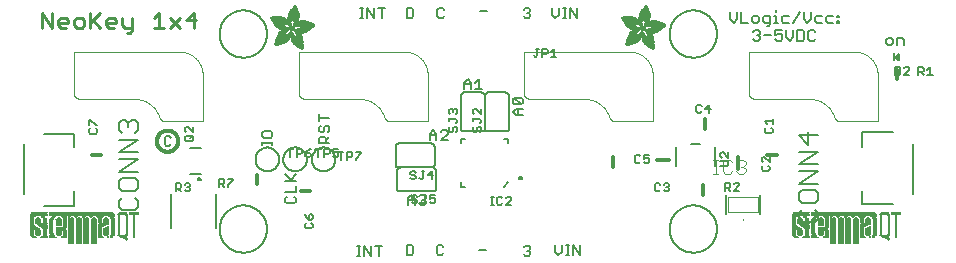
<source format=gbr>
G04 EAGLE Gerber RS-274X export*
G75*
%MOMM*%
%FSLAX34Y34*%
%LPD*%
%INSilkscreen Top*%
%IPPOS*%
%AMOC8*
5,1,8,0,0,1.08239X$1,22.5*%
G01*
%ADD10C,0.152400*%
%ADD11C,0.127000*%
%ADD12C,0.228600*%
%ADD13C,0.060000*%
%ADD14C,0.304800*%
%ADD15C,0.203200*%
%ADD16R,0.462278X0.022863*%
%ADD17R,0.462281X0.022863*%
%ADD18R,0.436881X0.022863*%
%ADD19R,0.462278X0.023113*%
%ADD20R,0.462281X0.023113*%
%ADD21R,0.436881X0.023113*%
%ADD22R,0.462278X0.023116*%
%ADD23R,0.462281X0.023116*%
%ADD24R,0.436881X0.023116*%
%ADD25R,0.022863X0.023113*%
%ADD26R,0.091441X0.023116*%
%ADD27R,0.139700X0.023113*%
%ADD28R,0.185419X0.023116*%
%ADD29R,0.254000X0.023113*%
%ADD30R,0.299719X0.023113*%
%ADD31R,0.345438X0.023116*%
%ADD32R,0.391159X0.023113*%
%ADD33R,0.393700X0.023116*%
%ADD34R,0.325119X0.022863*%
%ADD35R,0.599438X0.022863*%
%ADD36R,0.622300X0.022863*%
%ADD37R,0.530859X0.022863*%
%ADD38R,0.439422X0.022863*%
%ADD39R,0.231138X0.022863*%
%ADD40R,0.071119X0.022863*%
%ADD41R,0.533400X0.022863*%
%ADD42R,0.208281X0.022863*%
%ADD43R,0.345441X0.023113*%
%ADD44R,0.576578X0.023113*%
%ADD45R,0.599438X0.023113*%
%ADD46R,0.508000X0.023113*%
%ADD47R,0.416563X0.023113*%
%ADD48R,0.208278X0.023113*%
%ADD49R,0.553722X0.023113*%
%ADD50R,0.208281X0.023113*%
%ADD51R,0.345441X0.023116*%
%ADD52R,0.530859X0.023116*%
%ADD53R,0.370841X0.023116*%
%ADD54R,0.162559X0.023116*%
%ADD55R,0.576581X0.023116*%
%ADD56R,0.208281X0.023116*%
%ADD57R,0.322578X0.023113*%
%ADD58R,0.485137X0.023113*%
%ADD59R,0.416559X0.023113*%
%ADD60R,0.347981X0.023113*%
%ADD61R,0.116838X0.023113*%
%ADD62R,0.647700X0.023113*%
%ADD63R,0.322581X0.023116*%
%ADD64R,0.485137X0.023116*%
%ADD65R,0.093978X0.023116*%
%ADD66R,0.231141X0.023116*%
%ADD67R,0.693419X0.023116*%
%ADD68R,0.322581X0.023113*%
%ADD69R,0.439419X0.023113*%
%ADD70R,0.370841X0.023113*%
%ADD71R,0.299722X0.023113*%
%ADD72R,0.045719X0.023113*%
%ADD73R,0.739138X0.023113*%
%ADD74R,0.414019X0.023113*%
%ADD75R,0.347978X0.023113*%
%ADD76R,0.762000X0.023113*%
%ADD77R,0.414019X0.023116*%
%ADD78R,0.182881X0.023116*%
%ADD79R,0.347978X0.023116*%
%ADD80R,0.276863X0.023116*%
%ADD81R,0.116841X0.023116*%
%ADD82R,0.276859X0.023116*%
%ADD83R,0.784863X0.023116*%
%ADD84R,0.325119X0.023113*%
%ADD85R,0.276863X0.023113*%
%ADD86R,0.276859X0.023113*%
%ADD87R,0.325119X0.023116*%
%ADD88R,0.391159X0.023116*%
%ADD89R,0.302259X0.023116*%
%ADD90R,0.254000X0.023116*%
%ADD91R,0.302259X0.023113*%
%ADD92R,0.393700X0.023113*%
%ADD93R,0.231141X0.023113*%
%ADD94R,0.302259X0.022863*%
%ADD95R,0.439419X0.022863*%
%ADD96R,0.368300X0.022863*%
%ADD97R,0.391159X0.022863*%
%ADD98R,0.416559X0.022863*%
%ADD99R,0.276863X0.022863*%
%ADD100R,0.205741X0.022863*%
%ADD101R,0.368300X0.023113*%
%ADD102R,0.205741X0.023113*%
%ADD103R,0.368300X0.023116*%
%ADD104R,0.205741X0.023116*%
%ADD105R,0.182881X0.023113*%
%ADD106R,0.276859X0.022863*%
%ADD107R,0.182881X0.022863*%
%ADD108R,0.924559X0.023113*%
%ADD109R,0.924559X0.023116*%
%ADD110R,0.901700X0.023113*%
%ADD111R,0.901700X0.023116*%
%ADD112R,0.878841X0.023113*%
%ADD113R,0.855981X0.023116*%
%ADD114R,0.833119X0.023113*%
%ADD115R,0.787400X0.022863*%
%ADD116R,0.414019X0.022863*%
%ADD117R,0.924559X0.022863*%
%ADD118R,0.739141X0.023113*%
%ADD119R,0.716281X0.023116*%
%ADD120R,0.299722X0.023116*%
%ADD121R,0.670559X0.023113*%
%ADD122R,0.647700X0.023116*%
%ADD123R,0.508000X0.023116*%
%ADD124R,0.299719X0.023116*%
%ADD125R,0.601981X0.023113*%
%ADD126R,0.530859X0.023113*%
%ADD127R,0.231138X0.023113*%
%ADD128R,0.556259X0.023113*%
%ADD129R,0.185419X0.023113*%
%ADD130R,0.533400X0.023116*%
%ADD131R,0.599438X0.023116*%
%ADD132R,0.416563X0.023116*%
%ADD133R,0.116838X0.023116*%
%ADD134R,0.485141X0.023113*%
%ADD135R,0.645159X0.023113*%
%ADD136R,0.716278X0.023113*%
%ADD137R,0.393700X0.022863*%
%ADD138R,0.762000X0.022863*%
%ADD139R,0.624841X0.022863*%
%ADD140R,0.784859X0.023113*%
%ADD141R,0.693422X0.023113*%
%ADD142R,0.830578X0.023116*%
%ADD143R,0.739141X0.023116*%
%ADD144R,0.876300X0.023113*%
%ADD145R,0.807722X0.023113*%
%ADD146R,0.899159X0.023116*%
%ADD147R,0.878841X0.023116*%
%ADD148R,0.922019X0.023113*%
%ADD149R,0.947419X0.023113*%
%ADD150R,0.970278X0.023116*%
%ADD151R,0.970278X0.023113*%
%ADD152R,0.439419X0.023116*%
%ADD153R,0.299722X0.022863*%
%ADD154R,0.416559X0.023116*%
%ADD155R,0.347981X0.023116*%
%ADD156R,0.137159X0.023113*%
%ADD157R,0.093978X0.023113*%
%ADD158R,0.091441X0.023113*%
%ADD159R,0.093981X0.023113*%
%ADD160R,0.114300X0.023113*%
%ADD161R,0.045719X0.023116*%
%ADD162R,0.045722X0.023116*%
%ADD163R,0.071119X0.023113*%
%ADD164R,0.116841X0.023113*%
%ADD165R,0.139700X0.023116*%
%ADD166R,0.322581X0.022863*%
%ADD167R,0.345441X0.022863*%
%ADD168R,0.162559X0.022863*%
%ADD169R,0.576581X0.022863*%
%ADD170R,0.668019X0.023113*%
%ADD171R,0.533400X0.023113*%
%ADD172R,1.455419X0.023116*%
%ADD173R,5.519419X0.023116*%
%ADD174R,1.455419X0.023113*%
%ADD175R,5.519419X0.023113*%
%ADD176R,5.494019X0.023116*%
%ADD177R,1.430019X0.023113*%
%ADD178R,5.494019X0.023113*%
%ADD179R,1.430019X0.023116*%
%ADD180R,5.471159X0.023116*%
%ADD181R,0.762000X0.023116*%
%ADD182R,1.407159X0.023113*%
%ADD183R,5.471159X0.023113*%
%ADD184R,1.384300X0.022863*%
%ADD185R,5.448300X0.022863*%
%ADD186R,0.716278X0.022863*%
%ADD187R,0.878841X0.022863*%
%ADD188R,1.361438X0.023113*%
%ADD189R,5.425438X0.023113*%
%ADD190R,1.338578X0.023116*%
%ADD191R,5.402578X0.023116*%
%ADD192R,0.624841X0.023116*%
%ADD193R,1.292859X0.023113*%
%ADD194R,5.356859X0.023113*%
%ADD195R,1.224278X0.023116*%
%ADD196R,5.288278X0.023116*%
%ADD197R,0.127000X0.762000*%
%ADD198C,0.010000*%
%ADD199C,0.075000*%
%ADD200C,0.101600*%
%ADD201R,0.050800X0.006300*%
%ADD202R,0.082600X0.006400*%
%ADD203R,0.120600X0.006300*%
%ADD204R,0.139700X0.006400*%
%ADD205R,0.158800X0.006300*%
%ADD206R,0.177800X0.006400*%
%ADD207R,0.196800X0.006300*%
%ADD208R,0.215900X0.006400*%
%ADD209R,0.228600X0.006300*%
%ADD210R,0.241300X0.006400*%
%ADD211R,0.254000X0.006300*%
%ADD212R,0.266700X0.006400*%
%ADD213R,0.279400X0.006300*%
%ADD214R,0.285700X0.006400*%
%ADD215R,0.298400X0.006300*%
%ADD216R,0.311200X0.006400*%
%ADD217R,0.317500X0.006300*%
%ADD218R,0.330200X0.006400*%
%ADD219R,0.336600X0.006300*%
%ADD220R,0.349200X0.006400*%
%ADD221R,0.361900X0.006300*%
%ADD222R,0.368300X0.006400*%
%ADD223R,0.381000X0.006300*%
%ADD224R,0.387300X0.006400*%
%ADD225R,0.393700X0.006300*%
%ADD226R,0.406400X0.006400*%
%ADD227R,0.412700X0.006300*%
%ADD228R,0.419100X0.006400*%
%ADD229R,0.431800X0.006300*%
%ADD230R,0.438100X0.006400*%
%ADD231R,0.450800X0.006300*%
%ADD232R,0.457200X0.006400*%
%ADD233R,0.463500X0.006300*%
%ADD234R,0.476200X0.006400*%
%ADD235R,0.482600X0.006300*%
%ADD236R,0.488900X0.006400*%
%ADD237R,0.501600X0.006300*%
%ADD238R,0.508000X0.006400*%
%ADD239R,0.514300X0.006300*%
%ADD240R,0.527000X0.006400*%
%ADD241R,0.533400X0.006300*%
%ADD242R,0.546100X0.006400*%
%ADD243R,0.552400X0.006300*%
%ADD244R,0.558800X0.006400*%
%ADD245R,0.571500X0.006300*%
%ADD246R,0.577800X0.006400*%
%ADD247R,0.584200X0.006300*%
%ADD248R,0.596900X0.006400*%
%ADD249R,0.603200X0.006300*%
%ADD250R,0.609600X0.006400*%
%ADD251R,0.622300X0.006300*%
%ADD252R,0.628600X0.006400*%
%ADD253R,0.641300X0.006300*%
%ADD254R,0.647700X0.006400*%
%ADD255R,0.063500X0.006300*%
%ADD256R,0.654000X0.006300*%
%ADD257R,0.101600X0.006400*%
%ADD258R,0.666700X0.006400*%
%ADD259R,0.139700X0.006300*%
%ADD260R,0.673100X0.006300*%
%ADD261R,0.165100X0.006400*%
%ADD262R,0.679400X0.006400*%
%ADD263R,0.196900X0.006300*%
%ADD264R,0.692100X0.006300*%
%ADD265R,0.222200X0.006400*%
%ADD266R,0.698500X0.006400*%
%ADD267R,0.247700X0.006300*%
%ADD268R,0.704800X0.006300*%
%ADD269R,0.279400X0.006400*%
%ADD270R,0.717500X0.006400*%
%ADD271R,0.298500X0.006300*%
%ADD272R,0.723900X0.006300*%
%ADD273R,0.736600X0.006400*%
%ADD274R,0.342900X0.006300*%
%ADD275R,0.742900X0.006300*%
%ADD276R,0.374700X0.006400*%
%ADD277R,0.749300X0.006400*%
%ADD278R,0.762000X0.006300*%
%ADD279R,0.412700X0.006400*%
%ADD280R,0.768300X0.006400*%
%ADD281R,0.438100X0.006300*%
%ADD282R,0.774700X0.006300*%
%ADD283R,0.463600X0.006400*%
%ADD284R,0.787400X0.006400*%
%ADD285R,0.793700X0.006300*%
%ADD286R,0.495300X0.006400*%
%ADD287R,0.800100X0.006400*%
%ADD288R,0.520700X0.006300*%
%ADD289R,0.812800X0.006300*%
%ADD290R,0.533400X0.006400*%
%ADD291R,0.819100X0.006400*%
%ADD292R,0.558800X0.006300*%
%ADD293R,0.825500X0.006300*%
%ADD294R,0.577900X0.006400*%
%ADD295R,0.831800X0.006400*%
%ADD296R,0.596900X0.006300*%
%ADD297R,0.844500X0.006300*%
%ADD298R,0.616000X0.006400*%
%ADD299R,0.850900X0.006400*%
%ADD300R,0.635000X0.006300*%
%ADD301R,0.857200X0.006300*%
%ADD302R,0.654100X0.006400*%
%ADD303R,0.863600X0.006400*%
%ADD304R,0.666700X0.006300*%
%ADD305R,0.869900X0.006300*%
%ADD306R,0.685800X0.006400*%
%ADD307R,0.876300X0.006400*%
%ADD308R,0.882600X0.006300*%
%ADD309R,0.723900X0.006400*%
%ADD310R,0.889000X0.006400*%
%ADD311R,0.895300X0.006300*%
%ADD312R,0.755700X0.006400*%
%ADD313R,0.901700X0.006400*%
%ADD314R,0.908000X0.006300*%
%ADD315R,0.793800X0.006400*%
%ADD316R,0.914400X0.006400*%
%ADD317R,0.806400X0.006300*%
%ADD318R,0.920700X0.006300*%
%ADD319R,0.825500X0.006400*%
%ADD320R,0.927100X0.006400*%
%ADD321R,0.933400X0.006300*%
%ADD322R,0.857300X0.006400*%
%ADD323R,0.939800X0.006400*%
%ADD324R,0.870000X0.006300*%
%ADD325R,0.939800X0.006300*%
%ADD326R,0.946100X0.006400*%
%ADD327R,0.952500X0.006300*%
%ADD328R,0.908000X0.006400*%
%ADD329R,0.958800X0.006400*%
%ADD330R,0.965200X0.006300*%
%ADD331R,0.965200X0.006400*%
%ADD332R,0.971500X0.006300*%
%ADD333R,0.952500X0.006400*%
%ADD334R,0.977900X0.006400*%
%ADD335R,0.958800X0.006300*%
%ADD336R,0.984200X0.006300*%
%ADD337R,0.971500X0.006400*%
%ADD338R,0.984200X0.006400*%
%ADD339R,0.990600X0.006300*%
%ADD340R,0.984300X0.006400*%
%ADD341R,0.996900X0.006400*%
%ADD342R,0.997000X0.006300*%
%ADD343R,0.996900X0.006300*%
%ADD344R,1.003300X0.006400*%
%ADD345R,1.016000X0.006300*%
%ADD346R,1.009600X0.006300*%
%ADD347R,1.016000X0.006400*%
%ADD348R,1.009600X0.006400*%
%ADD349R,1.022300X0.006300*%
%ADD350R,1.028700X0.006400*%
%ADD351R,1.035100X0.006300*%
%ADD352R,1.047800X0.006400*%
%ADD353R,1.054100X0.006300*%
%ADD354R,1.028700X0.006300*%
%ADD355R,1.054100X0.006400*%
%ADD356R,1.035000X0.006400*%
%ADD357R,1.060400X0.006300*%
%ADD358R,1.035000X0.006300*%
%ADD359R,1.060500X0.006400*%
%ADD360R,1.041400X0.006400*%
%ADD361R,1.066800X0.006300*%
%ADD362R,1.041400X0.006300*%
%ADD363R,1.079500X0.006400*%
%ADD364R,1.047700X0.006400*%
%ADD365R,1.085900X0.006300*%
%ADD366R,1.047700X0.006300*%
%ADD367R,1.085800X0.006400*%
%ADD368R,1.092200X0.006300*%
%ADD369R,1.085900X0.006400*%
%ADD370R,1.098600X0.006300*%
%ADD371R,1.098600X0.006400*%
%ADD372R,1.060400X0.006400*%
%ADD373R,1.104900X0.006300*%
%ADD374R,1.104900X0.006400*%
%ADD375R,1.066800X0.006400*%
%ADD376R,1.111200X0.006300*%
%ADD377R,1.117600X0.006400*%
%ADD378R,1.117600X0.006300*%
%ADD379R,1.073100X0.006300*%
%ADD380R,1.073100X0.006400*%
%ADD381R,1.124000X0.006300*%
%ADD382R,1.079500X0.006300*%
%ADD383R,1.123900X0.006400*%
%ADD384R,1.130300X0.006300*%
%ADD385R,1.130300X0.006400*%
%ADD386R,1.136700X0.006400*%
%ADD387R,1.136700X0.006300*%
%ADD388R,1.085800X0.006300*%
%ADD389R,1.136600X0.006400*%
%ADD390R,1.136600X0.006300*%
%ADD391R,1.143000X0.006400*%
%ADD392R,1.143000X0.006300*%
%ADD393R,1.149400X0.006300*%
%ADD394R,1.149300X0.006300*%
%ADD395R,1.149300X0.006400*%
%ADD396R,1.149400X0.006400*%
%ADD397R,1.155700X0.006400*%
%ADD398R,1.155700X0.006300*%
%ADD399R,1.060500X0.006300*%
%ADD400R,2.197100X0.006400*%
%ADD401R,2.197100X0.006300*%
%ADD402R,2.184400X0.006300*%
%ADD403R,2.184400X0.006400*%
%ADD404R,2.171700X0.006400*%
%ADD405R,2.171700X0.006300*%
%ADD406R,1.530300X0.006400*%
%ADD407R,1.505000X0.006300*%
%ADD408R,1.492300X0.006400*%
%ADD409R,1.485900X0.006300*%
%ADD410R,0.565200X0.006300*%
%ADD411R,1.473200X0.006400*%
%ADD412R,0.565200X0.006400*%
%ADD413R,1.460500X0.006300*%
%ADD414R,1.454100X0.006400*%
%ADD415R,0.552400X0.006400*%
%ADD416R,1.441500X0.006300*%
%ADD417R,0.546100X0.006300*%
%ADD418R,1.435100X0.006400*%
%ADD419R,0.539800X0.006400*%
%ADD420R,1.428800X0.006300*%
%ADD421R,1.422400X0.006400*%
%ADD422R,1.409700X0.006300*%
%ADD423R,0.527100X0.006300*%
%ADD424R,1.403300X0.006400*%
%ADD425R,0.527100X0.006400*%
%ADD426R,1.390700X0.006300*%
%ADD427R,1.384300X0.006400*%
%ADD428R,0.520700X0.006400*%
%ADD429R,1.384300X0.006300*%
%ADD430R,0.514400X0.006300*%
%ADD431R,1.371600X0.006400*%
%ADD432R,1.365200X0.006300*%
%ADD433R,0.508000X0.006300*%
%ADD434R,1.352600X0.006400*%
%ADD435R,0.501700X0.006400*%
%ADD436R,0.711200X0.006300*%
%ADD437R,0.603300X0.006300*%
%ADD438R,0.501700X0.006300*%
%ADD439R,0.692100X0.006400*%
%ADD440R,0.571500X0.006400*%
%ADD441R,0.679400X0.006300*%
%ADD442R,0.495300X0.006300*%
%ADD443R,0.673100X0.006400*%
%ADD444R,0.666800X0.006300*%
%ADD445R,0.488900X0.006300*%
%ADD446R,0.660400X0.006400*%
%ADD447R,0.482600X0.006400*%
%ADD448R,0.476200X0.006300*%
%ADD449R,0.654000X0.006400*%
%ADD450R,0.469900X0.006400*%
%ADD451R,0.476300X0.006400*%
%ADD452R,0.647700X0.006300*%
%ADD453R,0.457200X0.006300*%
%ADD454R,0.469900X0.006300*%
%ADD455R,0.641300X0.006400*%
%ADD456R,0.444500X0.006400*%
%ADD457R,0.463600X0.006300*%
%ADD458R,0.635000X0.006400*%
%ADD459R,0.463500X0.006400*%
%ADD460R,0.393700X0.006400*%
%ADD461R,0.450800X0.006400*%
%ADD462R,0.628600X0.006300*%
%ADD463R,0.387400X0.006300*%
%ADD464R,0.450900X0.006300*%
%ADD465R,0.628700X0.006400*%
%ADD466R,0.374600X0.006400*%
%ADD467R,0.368300X0.006300*%
%ADD468R,0.438200X0.006300*%
%ADD469R,0.622300X0.006400*%
%ADD470R,0.355600X0.006400*%
%ADD471R,0.431800X0.006400*%
%ADD472R,0.349300X0.006300*%
%ADD473R,0.425400X0.006300*%
%ADD474R,0.615900X0.006300*%
%ADD475R,0.330200X0.006300*%
%ADD476R,0.419100X0.006300*%
%ADD477R,0.616000X0.006300*%
%ADD478R,0.311200X0.006300*%
%ADD479R,0.406400X0.006300*%
%ADD480R,0.615900X0.006400*%
%ADD481R,0.304800X0.006400*%
%ADD482R,0.158800X0.006400*%
%ADD483R,0.609600X0.006300*%
%ADD484R,0.292100X0.006300*%
%ADD485R,0.235000X0.006300*%
%ADD486R,0.387400X0.006400*%
%ADD487R,0.292100X0.006400*%
%ADD488R,0.336500X0.006300*%
%ADD489R,0.260400X0.006300*%
%ADD490R,0.603300X0.006400*%
%ADD491R,0.260400X0.006400*%
%ADD492R,0.362000X0.006400*%
%ADD493R,0.450900X0.006400*%
%ADD494R,0.355600X0.006300*%
%ADD495R,0.342900X0.006400*%
%ADD496R,0.514300X0.006400*%
%ADD497R,0.234900X0.006300*%
%ADD498R,0.539700X0.006300*%
%ADD499R,0.603200X0.006400*%
%ADD500R,0.234900X0.006400*%
%ADD501R,0.920700X0.006400*%
%ADD502R,0.958900X0.006400*%
%ADD503R,0.215900X0.006300*%
%ADD504R,0.209600X0.006400*%
%ADD505R,0.203200X0.006300*%
%ADD506R,1.003300X0.006300*%
%ADD507R,0.203200X0.006400*%
%ADD508R,0.196900X0.006400*%
%ADD509R,0.190500X0.006300*%
%ADD510R,0.190500X0.006400*%
%ADD511R,0.184200X0.006300*%
%ADD512R,0.590500X0.006400*%
%ADD513R,0.184200X0.006400*%
%ADD514R,0.590500X0.006300*%
%ADD515R,0.177800X0.006300*%
%ADD516R,0.584200X0.006400*%
%ADD517R,1.168400X0.006400*%
%ADD518R,0.171500X0.006300*%
%ADD519R,1.187500X0.006300*%
%ADD520R,1.200100X0.006400*%
%ADD521R,0.577800X0.006300*%
%ADD522R,1.212900X0.006300*%
%ADD523R,1.231900X0.006400*%
%ADD524R,1.250900X0.006300*%
%ADD525R,0.565100X0.006400*%
%ADD526R,0.184100X0.006400*%
%ADD527R,1.263700X0.006400*%
%ADD528R,0.565100X0.006300*%
%ADD529R,1.289100X0.006300*%
%ADD530R,1.314400X0.006400*%
%ADD531R,0.552500X0.006300*%
%ADD532R,1.568500X0.006300*%
%ADD533R,0.552500X0.006400*%
%ADD534R,1.581200X0.006400*%
%ADD535R,1.593800X0.006300*%
%ADD536R,1.606500X0.006400*%
%ADD537R,1.619300X0.006300*%
%ADD538R,0.514400X0.006400*%
%ADD539R,1.638300X0.006400*%
%ADD540R,1.657300X0.006300*%
%ADD541R,2.209800X0.006400*%
%ADD542R,2.425700X0.006300*%
%ADD543R,2.470100X0.006400*%
%ADD544R,2.501900X0.006300*%
%ADD545R,2.533700X0.006400*%
%ADD546R,2.559000X0.006300*%
%ADD547R,2.584500X0.006400*%
%ADD548R,2.609900X0.006300*%
%ADD549R,2.628900X0.006400*%
%ADD550R,2.660600X0.006300*%
%ADD551R,2.673400X0.006400*%
%ADD552R,1.422400X0.006300*%
%ADD553R,1.200200X0.006300*%
%ADD554R,1.365300X0.006300*%
%ADD555R,1.365300X0.006400*%
%ADD556R,1.352500X0.006300*%
%ADD557R,1.098500X0.006300*%
%ADD558R,1.358900X0.006400*%
%ADD559R,1.352600X0.006300*%
%ADD560R,1.358900X0.006300*%
%ADD561R,1.371600X0.006300*%
%ADD562R,1.377900X0.006400*%
%ADD563R,1.397000X0.006400*%
%ADD564R,1.403300X0.006300*%
%ADD565R,0.914400X0.006300*%
%ADD566R,0.876300X0.006300*%
%ADD567R,0.374600X0.006300*%
%ADD568R,1.073200X0.006400*%
%ADD569R,0.374700X0.006300*%
%ADD570R,0.844600X0.006400*%
%ADD571R,0.844600X0.006300*%
%ADD572R,0.831900X0.006400*%
%ADD573R,1.092200X0.006400*%
%ADD574R,0.400000X0.006300*%
%ADD575R,0.819200X0.006400*%
%ADD576R,1.111300X0.006400*%
%ADD577R,0.812800X0.006400*%
%ADD578R,0.800100X0.006300*%
%ADD579R,0.476300X0.006300*%
%ADD580R,1.181100X0.006300*%
%ADD581R,0.501600X0.006400*%
%ADD582R,1.193800X0.006400*%
%ADD583R,0.781000X0.006400*%
%ADD584R,1.238200X0.006400*%
%ADD585R,0.781100X0.006300*%
%ADD586R,1.257300X0.006300*%
%ADD587R,1.295400X0.006400*%
%ADD588R,1.333500X0.006300*%
%ADD589R,0.774700X0.006400*%
%ADD590R,1.866900X0.006400*%
%ADD591R,0.209600X0.006300*%
%ADD592R,1.866900X0.006300*%
%ADD593R,0.768400X0.006400*%
%ADD594R,0.209500X0.006400*%
%ADD595R,1.860600X0.006400*%
%ADD596R,0.762000X0.006400*%
%ADD597R,0.768400X0.006300*%
%ADD598R,1.860600X0.006300*%
%ADD599R,1.860500X0.006400*%
%ADD600R,0.222300X0.006300*%
%ADD601R,1.854200X0.006300*%
%ADD602R,0.235000X0.006400*%
%ADD603R,1.854200X0.006400*%
%ADD604R,0.768300X0.006300*%
%ADD605R,0.260300X0.006400*%
%ADD606R,1.847800X0.006400*%
%ADD607R,0.266700X0.006300*%
%ADD608R,1.847800X0.006300*%
%ADD609R,0.273100X0.006400*%
%ADD610R,1.841500X0.006400*%
%ADD611R,0.285800X0.006300*%
%ADD612R,1.841500X0.006300*%
%ADD613R,0.298500X0.006400*%
%ADD614R,1.835100X0.006400*%
%ADD615R,0.781000X0.006300*%
%ADD616R,0.304800X0.006300*%
%ADD617R,1.835100X0.006300*%
%ADD618R,0.317500X0.006400*%
%ADD619R,1.828800X0.006400*%
%ADD620R,0.787400X0.006300*%
%ADD621R,0.323800X0.006300*%
%ADD622R,1.828800X0.006300*%
%ADD623R,0.793700X0.006400*%
%ADD624R,1.822400X0.006400*%
%ADD625R,0.806500X0.006300*%
%ADD626R,1.822400X0.006300*%
%ADD627R,1.816100X0.006400*%
%ADD628R,0.819100X0.006300*%
%ADD629R,0.387300X0.006300*%
%ADD630R,1.816100X0.006300*%
%ADD631R,1.809800X0.006400*%
%ADD632R,1.803400X0.006300*%
%ADD633R,1.797000X0.006400*%
%ADD634R,0.901700X0.006300*%
%ADD635R,1.797000X0.006300*%
%ADD636R,1.441400X0.006400*%
%ADD637R,1.790700X0.006400*%
%ADD638R,1.447800X0.006300*%
%ADD639R,1.784300X0.006300*%
%ADD640R,1.447800X0.006400*%
%ADD641R,1.784300X0.006400*%
%ADD642R,1.454100X0.006300*%
%ADD643R,1.771700X0.006300*%
%ADD644R,1.460500X0.006400*%
%ADD645R,1.759000X0.006400*%
%ADD646R,1.466800X0.006300*%
%ADD647R,1.752600X0.006300*%
%ADD648R,1.466800X0.006400*%
%ADD649R,1.739900X0.006400*%
%ADD650R,1.473200X0.006300*%
%ADD651R,1.727200X0.006300*%
%ADD652R,1.479500X0.006400*%
%ADD653R,1.714500X0.006400*%
%ADD654R,1.695400X0.006300*%
%ADD655R,1.485900X0.006400*%
%ADD656R,1.682700X0.006400*%
%ADD657R,1.492200X0.006300*%
%ADD658R,1.663700X0.006300*%
%ADD659R,1.498600X0.006400*%
%ADD660R,1.644600X0.006400*%
%ADD661R,1.498600X0.006300*%
%ADD662R,1.619200X0.006300*%
%ADD663R,1.511300X0.006400*%
%ADD664R,1.600200X0.006400*%
%ADD665R,1.517700X0.006300*%
%ADD666R,1.574800X0.006300*%
%ADD667R,1.524000X0.006400*%
%ADD668R,1.555800X0.006400*%
%ADD669R,1.524000X0.006300*%
%ADD670R,1.536700X0.006300*%
%ADD671R,1.530400X0.006400*%
%ADD672R,1.517700X0.006400*%
%ADD673R,1.492300X0.006300*%
%ADD674R,1.549400X0.006400*%
%ADD675R,1.479600X0.006400*%
%ADD676R,1.549400X0.006300*%
%ADD677R,1.555700X0.006400*%
%ADD678R,1.562100X0.006300*%
%ADD679R,0.323900X0.006300*%
%ADD680R,1.568400X0.006400*%
%ADD681R,0.336600X0.006400*%
%ADD682R,1.587500X0.006300*%
%ADD683R,0.971600X0.006300*%
%ADD684R,0.349300X0.006400*%
%ADD685R,1.600200X0.006300*%
%ADD686R,0.920800X0.006300*%
%ADD687R,0.882700X0.006400*%
%ADD688R,1.612900X0.006300*%
%ADD689R,0.362000X0.006300*%
%ADD690R,1.625600X0.006400*%
%ADD691R,1.625600X0.006300*%
%ADD692R,1.644600X0.006300*%
%ADD693R,0.736600X0.006300*%
%ADD694R,0.717600X0.006400*%
%ADD695R,1.657400X0.006300*%
%ADD696R,0.679500X0.006300*%
%ADD697R,1.663700X0.006400*%
%ADD698R,0.400000X0.006400*%
%ADD699R,1.676400X0.006300*%
%ADD700R,1.676400X0.006400*%
%ADD701R,0.425500X0.006400*%
%ADD702R,1.352500X0.006400*%
%ADD703R,0.444500X0.006300*%
%ADD704R,0.361900X0.006400*%
%ADD705R,0.088900X0.006300*%
%ADD706R,1.009700X0.006300*%
%ADD707R,1.009700X0.006400*%
%ADD708R,1.022300X0.006400*%
%ADD709R,1.346200X0.006400*%
%ADD710R,1.346200X0.006300*%
%ADD711R,1.339900X0.006400*%
%ADD712R,1.035100X0.006400*%
%ADD713R,1.339800X0.006300*%
%ADD714R,1.333500X0.006400*%
%ADD715R,1.327200X0.006400*%
%ADD716R,1.320800X0.006300*%
%ADD717R,1.314500X0.006400*%
%ADD718R,1.314400X0.006300*%
%ADD719R,1.301700X0.006400*%
%ADD720R,1.295400X0.006300*%
%ADD721R,1.289000X0.006400*%
%ADD722R,1.276300X0.006300*%
%ADD723R,1.251000X0.006300*%
%ADD724R,1.244600X0.006400*%
%ADD725R,1.231900X0.006300*%
%ADD726R,1.212800X0.006400*%
%ADD727R,1.200100X0.006300*%
%ADD728R,1.187400X0.006400*%
%ADD729R,1.168400X0.006300*%
%ADD730R,1.047800X0.006300*%
%ADD731R,0.977900X0.006300*%
%ADD732R,0.946200X0.006400*%
%ADD733R,0.933400X0.006400*%
%ADD734R,0.895300X0.006400*%
%ADD735R,0.882700X0.006300*%
%ADD736R,0.863600X0.006300*%
%ADD737R,0.857200X0.006400*%
%ADD738R,0.850900X0.006300*%
%ADD739R,0.838200X0.006300*%
%ADD740R,0.806500X0.006400*%
%ADD741R,0.717600X0.006300*%
%ADD742R,0.711200X0.006400*%
%ADD743R,0.641400X0.006400*%
%ADD744R,0.641400X0.006300*%
%ADD745R,0.628700X0.006300*%
%ADD746R,0.590600X0.006300*%
%ADD747R,0.539700X0.006400*%
%ADD748R,0.285700X0.006300*%
%ADD749R,0.222200X0.006300*%
%ADD750R,0.171400X0.006300*%
%ADD751R,0.152400X0.006400*%
%ADD752R,0.133400X0.006300*%

G36*
X745373Y167518D02*
X745373Y167518D01*
X745402Y167515D01*
X745494Y167535D01*
X745587Y167548D01*
X745614Y167561D01*
X745643Y167567D01*
X745723Y167615D01*
X745807Y167657D01*
X745828Y167678D01*
X745854Y167693D01*
X745915Y167765D01*
X745981Y167831D01*
X745994Y167857D01*
X746014Y167880D01*
X746049Y167967D01*
X746091Y168051D01*
X746095Y168081D01*
X746106Y168108D01*
X746124Y168275D01*
X746124Y173355D01*
X746119Y173384D01*
X746122Y173414D01*
X746100Y173505D01*
X746085Y173598D01*
X746071Y173624D01*
X746064Y173653D01*
X746013Y173732D01*
X745969Y173815D01*
X745948Y173836D01*
X745932Y173861D01*
X745859Y173920D01*
X745791Y173985D01*
X745764Y173997D01*
X745741Y174016D01*
X745653Y174049D01*
X745568Y174088D01*
X745538Y174091D01*
X745511Y174102D01*
X745417Y174105D01*
X745324Y174115D01*
X745294Y174109D01*
X745265Y174110D01*
X745175Y174083D01*
X745083Y174063D01*
X745058Y174048D01*
X745029Y174039D01*
X744887Y173949D01*
X741712Y171409D01*
X741643Y171332D01*
X741570Y171259D01*
X741561Y171242D01*
X741548Y171227D01*
X741506Y171131D01*
X741460Y171039D01*
X741458Y171019D01*
X741450Y171001D01*
X741441Y170898D01*
X741427Y170795D01*
X741431Y170776D01*
X741429Y170756D01*
X741454Y170655D01*
X741473Y170553D01*
X741483Y170536D01*
X741487Y170517D01*
X741543Y170430D01*
X741594Y170339D01*
X741611Y170322D01*
X741619Y170309D01*
X741644Y170289D01*
X741712Y170221D01*
X744887Y167681D01*
X744913Y167666D01*
X744935Y167646D01*
X745020Y167606D01*
X745102Y167560D01*
X745131Y167554D01*
X745158Y167542D01*
X745251Y167532D01*
X745343Y167514D01*
X745373Y167518D01*
G37*
D10*
X454378Y11945D02*
X454378Y6183D01*
X457260Y3302D01*
X460141Y6183D01*
X460141Y11945D01*
X463734Y3302D02*
X466615Y3302D01*
X465174Y3302D02*
X465174Y11945D01*
X463734Y11945D02*
X466615Y11945D01*
X469970Y11945D02*
X469970Y3302D01*
X475733Y3302D02*
X469970Y11945D01*
X475733Y11945D02*
X475733Y3302D01*
X429325Y11310D02*
X427884Y9870D01*
X429325Y11310D02*
X432206Y11310D01*
X433647Y9870D01*
X433647Y8429D01*
X432206Y6989D01*
X430766Y6989D01*
X432206Y6989D02*
X433647Y5548D01*
X433647Y4108D01*
X432206Y2667D01*
X429325Y2667D01*
X427884Y4108D01*
X396182Y7624D02*
X390419Y7624D01*
X359987Y10505D02*
X358546Y11945D01*
X355665Y11945D01*
X354224Y10505D01*
X354224Y4743D01*
X355665Y3302D01*
X358546Y3302D01*
X359987Y4743D01*
X328824Y3302D02*
X328824Y11945D01*
X328824Y3302D02*
X333146Y3302D01*
X334587Y4743D01*
X334587Y10505D01*
X333146Y11945D01*
X328824Y11945D01*
X289620Y2667D02*
X286738Y2667D01*
X288179Y2667D02*
X288179Y11310D01*
X286738Y11310D02*
X289620Y11310D01*
X292975Y11310D02*
X292975Y2667D01*
X298737Y2667D02*
X292975Y11310D01*
X298737Y11310D02*
X298737Y2667D01*
X305212Y2667D02*
X305212Y11310D01*
X308093Y11310D02*
X302330Y11310D01*
D11*
X736178Y180975D02*
X739144Y180975D01*
X740627Y182458D01*
X740627Y185424D01*
X739144Y186907D01*
X736178Y186907D01*
X734695Y185424D01*
X734695Y182458D01*
X736178Y180975D01*
X744050Y180975D02*
X744050Y186907D01*
X748499Y186907D01*
X749982Y185424D01*
X749982Y180975D01*
D12*
X20313Y195707D02*
X20313Y208164D01*
X28617Y195707D01*
X28617Y208164D01*
X35954Y195707D02*
X40106Y195707D01*
X35954Y195707D02*
X33878Y197783D01*
X33878Y201935D01*
X35954Y204011D01*
X40106Y204011D01*
X42182Y201935D01*
X42182Y199859D01*
X33878Y199859D01*
X49519Y195707D02*
X53671Y195707D01*
X55747Y197783D01*
X55747Y201935D01*
X53671Y204011D01*
X49519Y204011D01*
X47443Y201935D01*
X47443Y197783D01*
X49519Y195707D01*
X61008Y195707D02*
X61008Y208164D01*
X69312Y208164D02*
X61008Y199859D01*
X63084Y201935D02*
X69312Y195707D01*
X76649Y195707D02*
X80801Y195707D01*
X76649Y195707D02*
X74573Y197783D01*
X74573Y201935D01*
X76649Y204011D01*
X80801Y204011D01*
X82877Y201935D01*
X82877Y199859D01*
X74573Y199859D01*
X88138Y197783D02*
X88138Y204011D01*
X88138Y197783D02*
X90214Y195707D01*
X96442Y195707D01*
X96442Y193631D02*
X96442Y204011D01*
X96442Y193631D02*
X94366Y191555D01*
X92290Y191555D01*
X115268Y204011D02*
X119420Y208164D01*
X119420Y195707D01*
X115268Y195707D02*
X123572Y195707D01*
X128833Y204011D02*
X137138Y195707D01*
X137138Y204011D02*
X128833Y195707D01*
X148626Y195707D02*
X148626Y208164D01*
X142398Y201935D01*
X150703Y201935D01*
D11*
X602684Y202991D02*
X602684Y208923D01*
X602684Y202991D02*
X605650Y200025D01*
X608616Y202991D01*
X608616Y208923D01*
X612040Y208923D02*
X612040Y200025D01*
X617971Y200025D01*
X622878Y200025D02*
X625844Y200025D01*
X627327Y201508D01*
X627327Y204474D01*
X625844Y205957D01*
X622878Y205957D01*
X621395Y204474D01*
X621395Y201508D01*
X622878Y200025D01*
X633716Y197059D02*
X635199Y197059D01*
X636682Y198542D01*
X636682Y205957D01*
X632233Y205957D01*
X630750Y204474D01*
X630750Y201508D01*
X632233Y200025D01*
X636682Y200025D01*
X640105Y205957D02*
X641588Y205957D01*
X641588Y200025D01*
X640105Y200025D02*
X643071Y200025D01*
X641588Y208923D02*
X641588Y210406D01*
X647825Y205957D02*
X652274Y205957D01*
X647825Y205957D02*
X646342Y204474D01*
X646342Y201508D01*
X647825Y200025D01*
X652274Y200025D01*
X655697Y200025D02*
X661629Y208923D01*
X665052Y208923D02*
X665052Y202991D01*
X668018Y200025D01*
X670984Y202991D01*
X670984Y208923D01*
X675890Y205957D02*
X680339Y205957D01*
X675890Y205957D02*
X674408Y204474D01*
X674408Y201508D01*
X675890Y200025D01*
X680339Y200025D01*
X685246Y205957D02*
X689694Y205957D01*
X685246Y205957D02*
X683763Y204474D01*
X683763Y201508D01*
X685246Y200025D01*
X689694Y200025D01*
X693118Y205957D02*
X694601Y205957D01*
X694601Y204474D01*
X693118Y204474D01*
X693118Y205957D01*
X693118Y201508D02*
X694601Y201508D01*
X694601Y200025D01*
X693118Y200025D01*
X693118Y201508D01*
X623657Y193683D02*
X622174Y192200D01*
X623657Y193683D02*
X626623Y193683D01*
X628106Y192200D01*
X628106Y190717D01*
X626623Y189234D01*
X625140Y189234D01*
X626623Y189234D02*
X628106Y187751D01*
X628106Y186268D01*
X626623Y184785D01*
X623657Y184785D01*
X622174Y186268D01*
X631530Y189234D02*
X637461Y189234D01*
X640885Y193683D02*
X646817Y193683D01*
X640885Y193683D02*
X640885Y189234D01*
X643851Y190717D01*
X645334Y190717D01*
X646817Y189234D01*
X646817Y186268D01*
X645334Y184785D01*
X642368Y184785D01*
X640885Y186268D01*
X650240Y187751D02*
X650240Y193683D01*
X650240Y187751D02*
X653206Y184785D01*
X656172Y187751D01*
X656172Y193683D01*
X659595Y193683D02*
X659595Y184785D01*
X664044Y184785D01*
X665527Y186268D01*
X665527Y192200D01*
X664044Y193683D01*
X659595Y193683D01*
X673399Y193683D02*
X674882Y192200D01*
X673399Y193683D02*
X670433Y193683D01*
X668950Y192200D01*
X668950Y186268D01*
X670433Y184785D01*
X673399Y184785D01*
X674882Y186268D01*
D10*
X396817Y210189D02*
X391054Y210189D01*
X427884Y211165D02*
X429325Y212605D01*
X432206Y212605D01*
X433647Y211165D01*
X433647Y209724D01*
X432206Y208284D01*
X430766Y208284D01*
X432206Y208284D02*
X433647Y206843D01*
X433647Y205403D01*
X432206Y203962D01*
X429325Y203962D01*
X427884Y205403D01*
X451838Y206843D02*
X451838Y212605D01*
X451838Y206843D02*
X454720Y203962D01*
X457601Y206843D01*
X457601Y212605D01*
X461194Y203962D02*
X464075Y203962D01*
X462634Y203962D02*
X462634Y212605D01*
X461194Y212605D02*
X464075Y212605D01*
X467430Y212605D02*
X467430Y203962D01*
X473193Y203962D02*
X467430Y212605D01*
X473193Y212605D02*
X473193Y203962D01*
X360622Y211165D02*
X359181Y212605D01*
X356300Y212605D01*
X354859Y211165D01*
X354859Y205403D01*
X356300Y203962D01*
X359181Y203962D01*
X360622Y205403D01*
X328824Y203962D02*
X328824Y212605D01*
X328824Y203962D02*
X333146Y203962D01*
X334587Y205403D01*
X334587Y211165D01*
X333146Y212605D01*
X328824Y212605D01*
X292160Y203962D02*
X289278Y203962D01*
X290719Y203962D02*
X290719Y212605D01*
X289278Y212605D02*
X292160Y212605D01*
X295515Y212605D02*
X295515Y203962D01*
X301277Y203962D02*
X295515Y212605D01*
X301277Y212605D02*
X301277Y203962D01*
X307752Y203962D02*
X307752Y212605D01*
X310633Y212605D02*
X304870Y212605D01*
X215138Y99352D02*
X215138Y96471D01*
X215138Y97912D02*
X206495Y97912D01*
X206495Y99352D02*
X206495Y96471D01*
X206495Y104148D02*
X206495Y107030D01*
X206495Y104148D02*
X207935Y102708D01*
X213697Y102708D01*
X215138Y104148D01*
X215138Y107030D01*
X213697Y108470D01*
X207935Y108470D01*
X206495Y107030D01*
X254755Y97854D02*
X263398Y97854D01*
X254755Y97854D02*
X254755Y102176D01*
X256195Y103616D01*
X259076Y103616D01*
X260517Y102176D01*
X260517Y97854D01*
X260517Y100735D02*
X263398Y103616D01*
X254755Y111531D02*
X256195Y112972D01*
X254755Y111531D02*
X254755Y108650D01*
X256195Y107209D01*
X257636Y107209D01*
X259076Y108650D01*
X259076Y111531D01*
X260517Y112972D01*
X261957Y112972D01*
X263398Y111531D01*
X263398Y108650D01*
X261957Y107209D01*
X263398Y119446D02*
X254755Y119446D01*
X254755Y116565D02*
X254755Y122327D01*
X227620Y52816D02*
X226180Y51376D01*
X226180Y48495D01*
X227620Y47054D01*
X233382Y47054D01*
X234823Y48495D01*
X234823Y51376D01*
X233382Y52816D01*
X234823Y56409D02*
X226180Y56409D01*
X234823Y56409D02*
X234823Y62172D01*
X234823Y65765D02*
X226180Y65765D01*
X231942Y65765D02*
X226180Y71527D01*
X230501Y67205D02*
X234823Y71527D01*
X329862Y51609D02*
X329862Y45847D01*
X329862Y51609D02*
X332743Y54490D01*
X335624Y51609D01*
X335624Y45847D01*
X335624Y50169D02*
X329862Y50169D01*
X339217Y53050D02*
X340658Y54490D01*
X343539Y54490D01*
X344979Y53050D01*
X344979Y51609D01*
X343539Y50169D01*
X342098Y50169D01*
X343539Y50169D02*
X344979Y48728D01*
X344979Y47288D01*
X343539Y45847D01*
X340658Y45847D01*
X339217Y47288D01*
X348277Y100457D02*
X348277Y106219D01*
X351158Y109100D01*
X354039Y106219D01*
X354039Y100457D01*
X354039Y104779D02*
X348277Y104779D01*
X357632Y100457D02*
X363394Y100457D01*
X357632Y100457D02*
X363394Y106219D01*
X363394Y107660D01*
X361954Y109100D01*
X359073Y109100D01*
X357632Y107660D01*
X377487Y143637D02*
X377487Y149399D01*
X380368Y152280D01*
X383249Y149399D01*
X383249Y143637D01*
X383249Y147959D02*
X377487Y147959D01*
X386842Y149399D02*
X389723Y152280D01*
X389723Y143637D01*
X386842Y143637D02*
X392604Y143637D01*
X421466Y121582D02*
X427228Y121582D01*
X421466Y121582D02*
X418585Y124463D01*
X421466Y127344D01*
X427228Y127344D01*
X422906Y127344D02*
X422906Y121582D01*
X425787Y130937D02*
X420025Y130937D01*
X418585Y132378D01*
X418585Y135259D01*
X420025Y136699D01*
X425787Y136699D01*
X427228Y135259D01*
X427228Y132378D01*
X425787Y130937D01*
X420025Y136699D01*
D13*
X47000Y140700D02*
X47000Y175550D01*
X136150Y175550D01*
X136633Y175544D01*
X137116Y175527D01*
X137599Y175497D01*
X138080Y175457D01*
X138561Y175404D01*
X139040Y175340D01*
X139517Y175265D01*
X139993Y175177D01*
X140466Y175079D01*
X140936Y174969D01*
X141404Y174848D01*
X141869Y174715D01*
X142330Y174571D01*
X142788Y174416D01*
X143242Y174250D01*
X143692Y174073D01*
X144137Y173886D01*
X144578Y173687D01*
X145014Y173479D01*
X145444Y173259D01*
X145870Y173029D01*
X146289Y172789D01*
X146703Y172539D01*
X147110Y172279D01*
X147511Y172010D01*
X147906Y171730D01*
X148293Y171442D01*
X148674Y171143D01*
X149047Y170836D01*
X149412Y170520D01*
X149770Y170195D01*
X150120Y169862D01*
X150462Y169520D01*
X150795Y169170D01*
X151120Y168812D01*
X151436Y168447D01*
X151743Y168074D01*
X152042Y167693D01*
X152330Y167306D01*
X152610Y166911D01*
X152879Y166510D01*
X153139Y166103D01*
X153389Y165689D01*
X153629Y165270D01*
X153859Y164844D01*
X154079Y164414D01*
X154287Y163978D01*
X154486Y163537D01*
X154673Y163092D01*
X154850Y162642D01*
X155016Y162188D01*
X155171Y161730D01*
X155315Y161269D01*
X155448Y160804D01*
X155569Y160336D01*
X155679Y159866D01*
X155777Y159393D01*
X155865Y158917D01*
X155940Y158440D01*
X156004Y157961D01*
X156057Y157480D01*
X156097Y156999D01*
X156127Y156516D01*
X156144Y156033D01*
X156150Y155550D01*
X156150Y116500D01*
X118900Y121450D02*
X118697Y121951D01*
X118481Y122446D01*
X118253Y122937D01*
X118014Y123421D01*
X117763Y123900D01*
X117500Y124372D01*
X117225Y124838D01*
X116939Y125297D01*
X116643Y125749D01*
X116335Y126193D01*
X116016Y126630D01*
X115687Y127059D01*
X115348Y127479D01*
X114998Y127891D01*
X114638Y128295D01*
X114269Y128690D01*
X113890Y129075D01*
X113502Y129451D01*
X113104Y129818D01*
X112698Y130175D01*
X112283Y130521D01*
X111860Y130858D01*
X111429Y131184D01*
X110990Y131499D01*
X110543Y131804D01*
X110090Y132098D01*
X109629Y132380D01*
X109161Y132651D01*
X108687Y132911D01*
X108206Y133159D01*
X107720Y133395D01*
X107228Y133619D01*
X106731Y133831D01*
X106229Y134031D01*
X105722Y134218D01*
X105210Y134393D01*
X104695Y134556D01*
X104175Y134706D01*
X103652Y134843D01*
X103126Y134967D01*
X102597Y135079D01*
X102066Y135177D01*
X101532Y135263D01*
X100996Y135335D01*
X100459Y135394D01*
X99920Y135441D01*
X99381Y135474D01*
X98841Y135493D01*
X98300Y135500D01*
X119650Y119350D02*
X119705Y119228D01*
X119764Y119107D01*
X119826Y118988D01*
X119892Y118871D01*
X119960Y118756D01*
X120032Y118642D01*
X120108Y118531D01*
X120186Y118422D01*
X120267Y118315D01*
X120352Y118211D01*
X120439Y118109D01*
X120529Y118010D01*
X120622Y117913D01*
X120718Y117818D01*
X120816Y117727D01*
X120917Y117638D01*
X121020Y117553D01*
X121126Y117470D01*
X121234Y117390D01*
X121344Y117313D01*
X121456Y117240D01*
X121570Y117169D01*
X121687Y117102D01*
X121805Y117038D01*
X121925Y116978D01*
X122046Y116921D01*
X122169Y116867D01*
X122294Y116817D01*
X122420Y116771D01*
X122547Y116728D01*
X122675Y116689D01*
X122805Y116653D01*
X122935Y116621D01*
X123066Y116593D01*
X123198Y116568D01*
X123331Y116547D01*
X123464Y116530D01*
X123598Y116517D01*
X123732Y116508D01*
X123866Y116502D01*
X124000Y116500D01*
X119650Y119350D02*
X119447Y119832D01*
X119256Y120317D01*
X119076Y120808D01*
X118907Y121302D01*
X118750Y121800D01*
X124000Y116500D02*
X156150Y116500D01*
X98300Y135500D02*
X52050Y135500D01*
X51911Y135502D01*
X51772Y135508D01*
X51633Y135517D01*
X51494Y135531D01*
X51356Y135548D01*
X51219Y135569D01*
X51082Y135594D01*
X50946Y135622D01*
X50810Y135655D01*
X50676Y135691D01*
X50543Y135730D01*
X50410Y135774D01*
X50279Y135821D01*
X50150Y135871D01*
X50021Y135925D01*
X49895Y135983D01*
X49770Y136044D01*
X49646Y136109D01*
X49525Y136177D01*
X49405Y136248D01*
X49288Y136322D01*
X49172Y136400D01*
X49059Y136481D01*
X48948Y136565D01*
X48840Y136652D01*
X48733Y136742D01*
X48630Y136835D01*
X48529Y136930D01*
X48430Y137029D01*
X48335Y137130D01*
X48242Y137233D01*
X48152Y137340D01*
X48065Y137448D01*
X47981Y137559D01*
X47900Y137672D01*
X47822Y137788D01*
X47748Y137905D01*
X47677Y138025D01*
X47609Y138146D01*
X47544Y138270D01*
X47483Y138395D01*
X47425Y138521D01*
X47371Y138650D01*
X47321Y138779D01*
X47274Y138910D01*
X47230Y139043D01*
X47191Y139176D01*
X47155Y139310D01*
X47122Y139446D01*
X47094Y139582D01*
X47069Y139719D01*
X47048Y139856D01*
X47031Y139994D01*
X47017Y140133D01*
X47008Y140272D01*
X47002Y140411D01*
X47000Y140550D01*
D14*
X634175Y88265D02*
X642175Y88265D01*
D10*
X632073Y110112D02*
X633175Y111213D01*
X632073Y110112D02*
X632073Y107909D01*
X633175Y106807D01*
X637581Y106807D01*
X638683Y107909D01*
X638683Y110112D01*
X637581Y111213D01*
X634277Y114291D02*
X632073Y116494D01*
X638683Y116494D01*
X638683Y114291D02*
X638683Y118698D01*
D14*
X609600Y86360D02*
X609600Y76200D01*
D10*
X629406Y77999D02*
X630508Y79100D01*
X629406Y77999D02*
X629406Y75795D01*
X630508Y74694D01*
X634914Y74694D01*
X636016Y75795D01*
X636016Y77999D01*
X634914Y79100D01*
X636016Y82178D02*
X636016Y86584D01*
X636016Y82178D02*
X631610Y86584D01*
X630508Y86584D01*
X629406Y85483D01*
X629406Y83279D01*
X630508Y82178D01*
D15*
X556905Y78995D02*
X556905Y94995D01*
X589905Y94995D02*
X589905Y78995D01*
X577405Y97495D02*
X569405Y97495D01*
D10*
X594481Y78409D02*
X599989Y78409D01*
X601091Y79510D01*
X601091Y81714D01*
X599989Y82815D01*
X594481Y82815D01*
X601091Y85893D02*
X601091Y90299D01*
X601091Y85893D02*
X596685Y90299D01*
X595583Y90299D01*
X594481Y89198D01*
X594481Y86994D01*
X595583Y85893D01*
D14*
X550545Y83820D02*
X540385Y83820D01*
D10*
X542184Y64014D02*
X543285Y62912D01*
X542184Y64014D02*
X539980Y64014D01*
X538879Y62912D01*
X538879Y58506D01*
X539980Y57404D01*
X542184Y57404D01*
X543285Y58506D01*
X546363Y62912D02*
X547464Y64014D01*
X549668Y64014D01*
X550769Y62912D01*
X550769Y61810D01*
X549668Y60709D01*
X548566Y60709D01*
X549668Y60709D02*
X550769Y59607D01*
X550769Y58506D01*
X549668Y57404D01*
X547464Y57404D01*
X546363Y58506D01*
D14*
X581025Y110300D02*
X581025Y118300D01*
D10*
X578573Y129460D02*
X577472Y130562D01*
X575269Y130562D01*
X574167Y129460D01*
X574167Y125054D01*
X575269Y123952D01*
X577472Y123952D01*
X578573Y125054D01*
X584956Y123952D02*
X584956Y130562D01*
X581651Y127257D01*
X586058Y127257D01*
D15*
X167590Y54640D02*
X167590Y26640D01*
X129590Y26640D02*
X129590Y54640D01*
D10*
X133352Y57402D02*
X133352Y64012D01*
X136657Y64012D01*
X137758Y62910D01*
X137758Y60707D01*
X136657Y59605D01*
X133352Y59605D01*
X135555Y59605D02*
X137758Y57402D01*
X140836Y62910D02*
X141938Y64012D01*
X144141Y64012D01*
X145243Y62910D01*
X145243Y61808D01*
X144141Y60707D01*
X143039Y60707D01*
X144141Y60707D02*
X145243Y59605D01*
X145243Y58504D01*
X144141Y57402D01*
X141938Y57402D01*
X140836Y58504D01*
D15*
X145360Y71550D02*
X154360Y71550D01*
X154360Y93550D02*
X145360Y93550D01*
X152360Y67550D02*
X152362Y67613D01*
X152368Y67675D01*
X152378Y67737D01*
X152391Y67799D01*
X152409Y67859D01*
X152430Y67918D01*
X152455Y67976D01*
X152484Y68032D01*
X152516Y68086D01*
X152551Y68138D01*
X152589Y68187D01*
X152631Y68235D01*
X152675Y68279D01*
X152723Y68321D01*
X152772Y68359D01*
X152824Y68394D01*
X152878Y68426D01*
X152934Y68455D01*
X152992Y68480D01*
X153051Y68501D01*
X153111Y68519D01*
X153173Y68532D01*
X153235Y68542D01*
X153297Y68548D01*
X153360Y68550D01*
X153423Y68548D01*
X153485Y68542D01*
X153547Y68532D01*
X153609Y68519D01*
X153669Y68501D01*
X153728Y68480D01*
X153786Y68455D01*
X153842Y68426D01*
X153896Y68394D01*
X153948Y68359D01*
X153997Y68321D01*
X154045Y68279D01*
X154089Y68235D01*
X154131Y68187D01*
X154169Y68138D01*
X154204Y68086D01*
X154236Y68032D01*
X154265Y67976D01*
X154290Y67918D01*
X154311Y67859D01*
X154329Y67799D01*
X154342Y67737D01*
X154352Y67675D01*
X154358Y67613D01*
X154360Y67550D01*
X154358Y67487D01*
X154352Y67425D01*
X154342Y67363D01*
X154329Y67301D01*
X154311Y67241D01*
X154290Y67182D01*
X154265Y67124D01*
X154236Y67068D01*
X154204Y67014D01*
X154169Y66962D01*
X154131Y66913D01*
X154089Y66865D01*
X154045Y66821D01*
X153997Y66779D01*
X153948Y66741D01*
X153896Y66706D01*
X153842Y66674D01*
X153786Y66645D01*
X153728Y66620D01*
X153669Y66599D01*
X153609Y66581D01*
X153547Y66568D01*
X153485Y66558D01*
X153423Y66552D01*
X153360Y66550D01*
X153297Y66552D01*
X153235Y66558D01*
X153173Y66568D01*
X153111Y66581D01*
X153051Y66599D01*
X152992Y66620D01*
X152934Y66645D01*
X152878Y66674D01*
X152824Y66706D01*
X152772Y66741D01*
X152723Y66779D01*
X152675Y66821D01*
X152631Y66865D01*
X152589Y66913D01*
X152551Y66962D01*
X152516Y67014D01*
X152484Y67068D01*
X152455Y67124D01*
X152430Y67182D01*
X152409Y67241D01*
X152391Y67301D01*
X152378Y67363D01*
X152368Y67425D01*
X152362Y67487D01*
X152360Y67550D01*
D10*
X146726Y99822D02*
X142320Y99822D01*
X141218Y100924D01*
X141218Y103127D01*
X142320Y104228D01*
X146726Y104228D01*
X147828Y103127D01*
X147828Y100924D01*
X146726Y99822D01*
X145625Y102025D02*
X147828Y104228D01*
X147828Y107306D02*
X147828Y111713D01*
X143422Y111713D02*
X147828Y107306D01*
X143422Y111713D02*
X142320Y111713D01*
X141218Y110611D01*
X141218Y108408D01*
X142320Y107306D01*
D15*
X551500Y190500D02*
X551506Y190991D01*
X551524Y191481D01*
X551554Y191971D01*
X551596Y192460D01*
X551650Y192948D01*
X551716Y193435D01*
X551794Y193919D01*
X551884Y194402D01*
X551986Y194882D01*
X552099Y195360D01*
X552224Y195834D01*
X552361Y196306D01*
X552509Y196774D01*
X552669Y197238D01*
X552840Y197698D01*
X553022Y198154D01*
X553216Y198605D01*
X553420Y199051D01*
X553636Y199492D01*
X553862Y199928D01*
X554098Y200358D01*
X554345Y200782D01*
X554603Y201200D01*
X554871Y201611D01*
X555148Y202016D01*
X555436Y202414D01*
X555733Y202805D01*
X556040Y203188D01*
X556356Y203563D01*
X556681Y203931D01*
X557015Y204291D01*
X557358Y204642D01*
X557709Y204985D01*
X558069Y205319D01*
X558437Y205644D01*
X558812Y205960D01*
X559195Y206267D01*
X559586Y206564D01*
X559984Y206852D01*
X560389Y207129D01*
X560800Y207397D01*
X561218Y207655D01*
X561642Y207902D01*
X562072Y208138D01*
X562508Y208364D01*
X562949Y208580D01*
X563395Y208784D01*
X563846Y208978D01*
X564302Y209160D01*
X564762Y209331D01*
X565226Y209491D01*
X565694Y209639D01*
X566166Y209776D01*
X566640Y209901D01*
X567118Y210014D01*
X567598Y210116D01*
X568081Y210206D01*
X568565Y210284D01*
X569052Y210350D01*
X569540Y210404D01*
X570029Y210446D01*
X570519Y210476D01*
X571009Y210494D01*
X571500Y210500D01*
X571991Y210494D01*
X572481Y210476D01*
X572971Y210446D01*
X573460Y210404D01*
X573948Y210350D01*
X574435Y210284D01*
X574919Y210206D01*
X575402Y210116D01*
X575882Y210014D01*
X576360Y209901D01*
X576834Y209776D01*
X577306Y209639D01*
X577774Y209491D01*
X578238Y209331D01*
X578698Y209160D01*
X579154Y208978D01*
X579605Y208784D01*
X580051Y208580D01*
X580492Y208364D01*
X580928Y208138D01*
X581358Y207902D01*
X581782Y207655D01*
X582200Y207397D01*
X582611Y207129D01*
X583016Y206852D01*
X583414Y206564D01*
X583805Y206267D01*
X584188Y205960D01*
X584563Y205644D01*
X584931Y205319D01*
X585291Y204985D01*
X585642Y204642D01*
X585985Y204291D01*
X586319Y203931D01*
X586644Y203563D01*
X586960Y203188D01*
X587267Y202805D01*
X587564Y202414D01*
X587852Y202016D01*
X588129Y201611D01*
X588397Y201200D01*
X588655Y200782D01*
X588902Y200358D01*
X589138Y199928D01*
X589364Y199492D01*
X589580Y199051D01*
X589784Y198605D01*
X589978Y198154D01*
X590160Y197698D01*
X590331Y197238D01*
X590491Y196774D01*
X590639Y196306D01*
X590776Y195834D01*
X590901Y195360D01*
X591014Y194882D01*
X591116Y194402D01*
X591206Y193919D01*
X591284Y193435D01*
X591350Y192948D01*
X591404Y192460D01*
X591446Y191971D01*
X591476Y191481D01*
X591494Y190991D01*
X591500Y190500D01*
X591494Y190009D01*
X591476Y189519D01*
X591446Y189029D01*
X591404Y188540D01*
X591350Y188052D01*
X591284Y187565D01*
X591206Y187081D01*
X591116Y186598D01*
X591014Y186118D01*
X590901Y185640D01*
X590776Y185166D01*
X590639Y184694D01*
X590491Y184226D01*
X590331Y183762D01*
X590160Y183302D01*
X589978Y182846D01*
X589784Y182395D01*
X589580Y181949D01*
X589364Y181508D01*
X589138Y181072D01*
X588902Y180642D01*
X588655Y180218D01*
X588397Y179800D01*
X588129Y179389D01*
X587852Y178984D01*
X587564Y178586D01*
X587267Y178195D01*
X586960Y177812D01*
X586644Y177437D01*
X586319Y177069D01*
X585985Y176709D01*
X585642Y176358D01*
X585291Y176015D01*
X584931Y175681D01*
X584563Y175356D01*
X584188Y175040D01*
X583805Y174733D01*
X583414Y174436D01*
X583016Y174148D01*
X582611Y173871D01*
X582200Y173603D01*
X581782Y173345D01*
X581358Y173098D01*
X580928Y172862D01*
X580492Y172636D01*
X580051Y172420D01*
X579605Y172216D01*
X579154Y172022D01*
X578698Y171840D01*
X578238Y171669D01*
X577774Y171509D01*
X577306Y171361D01*
X576834Y171224D01*
X576360Y171099D01*
X575882Y170986D01*
X575402Y170884D01*
X574919Y170794D01*
X574435Y170716D01*
X573948Y170650D01*
X573460Y170596D01*
X572971Y170554D01*
X572481Y170524D01*
X571991Y170506D01*
X571500Y170500D01*
X571009Y170506D01*
X570519Y170524D01*
X570029Y170554D01*
X569540Y170596D01*
X569052Y170650D01*
X568565Y170716D01*
X568081Y170794D01*
X567598Y170884D01*
X567118Y170986D01*
X566640Y171099D01*
X566166Y171224D01*
X565694Y171361D01*
X565226Y171509D01*
X564762Y171669D01*
X564302Y171840D01*
X563846Y172022D01*
X563395Y172216D01*
X562949Y172420D01*
X562508Y172636D01*
X562072Y172862D01*
X561642Y173098D01*
X561218Y173345D01*
X560800Y173603D01*
X560389Y173871D01*
X559984Y174148D01*
X559586Y174436D01*
X559195Y174733D01*
X558812Y175040D01*
X558437Y175356D01*
X558069Y175681D01*
X557709Y176015D01*
X557358Y176358D01*
X557015Y176709D01*
X556681Y177069D01*
X556356Y177437D01*
X556040Y177812D01*
X555733Y178195D01*
X555436Y178586D01*
X555148Y178984D01*
X554871Y179389D01*
X554603Y179800D01*
X554345Y180218D01*
X554098Y180642D01*
X553862Y181072D01*
X553636Y181508D01*
X553420Y181949D01*
X553216Y182395D01*
X553022Y182846D01*
X552840Y183302D01*
X552669Y183762D01*
X552509Y184226D01*
X552361Y184694D01*
X552224Y185166D01*
X552099Y185640D01*
X551986Y186118D01*
X551884Y186598D01*
X551794Y187081D01*
X551716Y187565D01*
X551650Y188052D01*
X551596Y188540D01*
X551554Y189029D01*
X551524Y189519D01*
X551506Y190009D01*
X551500Y190500D01*
X170500Y190500D02*
X170506Y190991D01*
X170524Y191481D01*
X170554Y191971D01*
X170596Y192460D01*
X170650Y192948D01*
X170716Y193435D01*
X170794Y193919D01*
X170884Y194402D01*
X170986Y194882D01*
X171099Y195360D01*
X171224Y195834D01*
X171361Y196306D01*
X171509Y196774D01*
X171669Y197238D01*
X171840Y197698D01*
X172022Y198154D01*
X172216Y198605D01*
X172420Y199051D01*
X172636Y199492D01*
X172862Y199928D01*
X173098Y200358D01*
X173345Y200782D01*
X173603Y201200D01*
X173871Y201611D01*
X174148Y202016D01*
X174436Y202414D01*
X174733Y202805D01*
X175040Y203188D01*
X175356Y203563D01*
X175681Y203931D01*
X176015Y204291D01*
X176358Y204642D01*
X176709Y204985D01*
X177069Y205319D01*
X177437Y205644D01*
X177812Y205960D01*
X178195Y206267D01*
X178586Y206564D01*
X178984Y206852D01*
X179389Y207129D01*
X179800Y207397D01*
X180218Y207655D01*
X180642Y207902D01*
X181072Y208138D01*
X181508Y208364D01*
X181949Y208580D01*
X182395Y208784D01*
X182846Y208978D01*
X183302Y209160D01*
X183762Y209331D01*
X184226Y209491D01*
X184694Y209639D01*
X185166Y209776D01*
X185640Y209901D01*
X186118Y210014D01*
X186598Y210116D01*
X187081Y210206D01*
X187565Y210284D01*
X188052Y210350D01*
X188540Y210404D01*
X189029Y210446D01*
X189519Y210476D01*
X190009Y210494D01*
X190500Y210500D01*
X190991Y210494D01*
X191481Y210476D01*
X191971Y210446D01*
X192460Y210404D01*
X192948Y210350D01*
X193435Y210284D01*
X193919Y210206D01*
X194402Y210116D01*
X194882Y210014D01*
X195360Y209901D01*
X195834Y209776D01*
X196306Y209639D01*
X196774Y209491D01*
X197238Y209331D01*
X197698Y209160D01*
X198154Y208978D01*
X198605Y208784D01*
X199051Y208580D01*
X199492Y208364D01*
X199928Y208138D01*
X200358Y207902D01*
X200782Y207655D01*
X201200Y207397D01*
X201611Y207129D01*
X202016Y206852D01*
X202414Y206564D01*
X202805Y206267D01*
X203188Y205960D01*
X203563Y205644D01*
X203931Y205319D01*
X204291Y204985D01*
X204642Y204642D01*
X204985Y204291D01*
X205319Y203931D01*
X205644Y203563D01*
X205960Y203188D01*
X206267Y202805D01*
X206564Y202414D01*
X206852Y202016D01*
X207129Y201611D01*
X207397Y201200D01*
X207655Y200782D01*
X207902Y200358D01*
X208138Y199928D01*
X208364Y199492D01*
X208580Y199051D01*
X208784Y198605D01*
X208978Y198154D01*
X209160Y197698D01*
X209331Y197238D01*
X209491Y196774D01*
X209639Y196306D01*
X209776Y195834D01*
X209901Y195360D01*
X210014Y194882D01*
X210116Y194402D01*
X210206Y193919D01*
X210284Y193435D01*
X210350Y192948D01*
X210404Y192460D01*
X210446Y191971D01*
X210476Y191481D01*
X210494Y190991D01*
X210500Y190500D01*
X210494Y190009D01*
X210476Y189519D01*
X210446Y189029D01*
X210404Y188540D01*
X210350Y188052D01*
X210284Y187565D01*
X210206Y187081D01*
X210116Y186598D01*
X210014Y186118D01*
X209901Y185640D01*
X209776Y185166D01*
X209639Y184694D01*
X209491Y184226D01*
X209331Y183762D01*
X209160Y183302D01*
X208978Y182846D01*
X208784Y182395D01*
X208580Y181949D01*
X208364Y181508D01*
X208138Y181072D01*
X207902Y180642D01*
X207655Y180218D01*
X207397Y179800D01*
X207129Y179389D01*
X206852Y178984D01*
X206564Y178586D01*
X206267Y178195D01*
X205960Y177812D01*
X205644Y177437D01*
X205319Y177069D01*
X204985Y176709D01*
X204642Y176358D01*
X204291Y176015D01*
X203931Y175681D01*
X203563Y175356D01*
X203188Y175040D01*
X202805Y174733D01*
X202414Y174436D01*
X202016Y174148D01*
X201611Y173871D01*
X201200Y173603D01*
X200782Y173345D01*
X200358Y173098D01*
X199928Y172862D01*
X199492Y172636D01*
X199051Y172420D01*
X198605Y172216D01*
X198154Y172022D01*
X197698Y171840D01*
X197238Y171669D01*
X196774Y171509D01*
X196306Y171361D01*
X195834Y171224D01*
X195360Y171099D01*
X194882Y170986D01*
X194402Y170884D01*
X193919Y170794D01*
X193435Y170716D01*
X192948Y170650D01*
X192460Y170596D01*
X191971Y170554D01*
X191481Y170524D01*
X190991Y170506D01*
X190500Y170500D01*
X190009Y170506D01*
X189519Y170524D01*
X189029Y170554D01*
X188540Y170596D01*
X188052Y170650D01*
X187565Y170716D01*
X187081Y170794D01*
X186598Y170884D01*
X186118Y170986D01*
X185640Y171099D01*
X185166Y171224D01*
X184694Y171361D01*
X184226Y171509D01*
X183762Y171669D01*
X183302Y171840D01*
X182846Y172022D01*
X182395Y172216D01*
X181949Y172420D01*
X181508Y172636D01*
X181072Y172862D01*
X180642Y173098D01*
X180218Y173345D01*
X179800Y173603D01*
X179389Y173871D01*
X178984Y174148D01*
X178586Y174436D01*
X178195Y174733D01*
X177812Y175040D01*
X177437Y175356D01*
X177069Y175681D01*
X176709Y176015D01*
X176358Y176358D01*
X176015Y176709D01*
X175681Y177069D01*
X175356Y177437D01*
X175040Y177812D01*
X174733Y178195D01*
X174436Y178586D01*
X174148Y178984D01*
X173871Y179389D01*
X173603Y179800D01*
X173345Y180218D01*
X173098Y180642D01*
X172862Y181072D01*
X172636Y181508D01*
X172420Y181949D01*
X172216Y182395D01*
X172022Y182846D01*
X171840Y183302D01*
X171669Y183762D01*
X171509Y184226D01*
X171361Y184694D01*
X171224Y185166D01*
X171099Y185640D01*
X170986Y186118D01*
X170884Y186598D01*
X170794Y187081D01*
X170716Y187565D01*
X170650Y188052D01*
X170596Y188540D01*
X170554Y189029D01*
X170524Y189519D01*
X170506Y190009D01*
X170500Y190500D01*
D10*
X47540Y106200D02*
X21540Y106200D01*
X47540Y106200D02*
X47540Y95200D01*
X47540Y57200D02*
X47540Y45200D01*
X21540Y45200D01*
X4540Y55200D02*
X4540Y97200D01*
X85148Y49239D02*
X87860Y51951D01*
X85148Y49239D02*
X85148Y43816D01*
X87860Y41104D01*
X98706Y41104D01*
X101418Y43816D01*
X101418Y49239D01*
X98706Y51951D01*
X85148Y60187D02*
X85148Y65611D01*
X85148Y60187D02*
X87860Y57476D01*
X98706Y57476D01*
X101418Y60187D01*
X101418Y65611D01*
X98706Y68322D01*
X87860Y68322D01*
X85148Y65611D01*
X85148Y73847D02*
X101418Y73847D01*
X101418Y84694D02*
X85148Y73847D01*
X85148Y84694D02*
X101418Y84694D01*
X101418Y90219D02*
X85148Y90219D01*
X101418Y101065D01*
X85148Y101065D01*
X87860Y106590D02*
X85148Y109302D01*
X85148Y114725D01*
X87860Y117437D01*
X90571Y117437D01*
X93283Y114725D01*
X93283Y112014D01*
X93283Y114725D02*
X95995Y117437D01*
X98706Y117437D01*
X101418Y114725D01*
X101418Y109302D01*
X98706Y106590D01*
X714460Y46200D02*
X740460Y46200D01*
X714460Y46200D02*
X714460Y57200D01*
X714460Y95200D02*
X714460Y107200D01*
X740460Y107200D01*
X757460Y97200D02*
X757460Y55200D01*
X663280Y41809D02*
X660568Y39097D01*
X660568Y33674D01*
X663280Y30962D01*
X674126Y30962D01*
X676838Y33674D01*
X676838Y39097D01*
X674126Y41809D01*
X660568Y50045D02*
X660568Y55469D01*
X660568Y50045D02*
X663280Y47334D01*
X674126Y47334D01*
X676838Y50045D01*
X676838Y55469D01*
X674126Y58180D01*
X663280Y58180D01*
X660568Y55469D01*
X660568Y63705D02*
X676838Y63705D01*
X676838Y74552D02*
X660568Y63705D01*
X660568Y74552D02*
X676838Y74552D01*
X676838Y80077D02*
X660568Y80077D01*
X676838Y90923D01*
X660568Y90923D01*
X660568Y104583D02*
X676838Y104583D01*
X668703Y96448D02*
X660568Y104583D01*
X668703Y107295D02*
X668703Y96448D01*
D15*
X551500Y25400D02*
X551506Y25891D01*
X551524Y26381D01*
X551554Y26871D01*
X551596Y27360D01*
X551650Y27848D01*
X551716Y28335D01*
X551794Y28819D01*
X551884Y29302D01*
X551986Y29782D01*
X552099Y30260D01*
X552224Y30734D01*
X552361Y31206D01*
X552509Y31674D01*
X552669Y32138D01*
X552840Y32598D01*
X553022Y33054D01*
X553216Y33505D01*
X553420Y33951D01*
X553636Y34392D01*
X553862Y34828D01*
X554098Y35258D01*
X554345Y35682D01*
X554603Y36100D01*
X554871Y36511D01*
X555148Y36916D01*
X555436Y37314D01*
X555733Y37705D01*
X556040Y38088D01*
X556356Y38463D01*
X556681Y38831D01*
X557015Y39191D01*
X557358Y39542D01*
X557709Y39885D01*
X558069Y40219D01*
X558437Y40544D01*
X558812Y40860D01*
X559195Y41167D01*
X559586Y41464D01*
X559984Y41752D01*
X560389Y42029D01*
X560800Y42297D01*
X561218Y42555D01*
X561642Y42802D01*
X562072Y43038D01*
X562508Y43264D01*
X562949Y43480D01*
X563395Y43684D01*
X563846Y43878D01*
X564302Y44060D01*
X564762Y44231D01*
X565226Y44391D01*
X565694Y44539D01*
X566166Y44676D01*
X566640Y44801D01*
X567118Y44914D01*
X567598Y45016D01*
X568081Y45106D01*
X568565Y45184D01*
X569052Y45250D01*
X569540Y45304D01*
X570029Y45346D01*
X570519Y45376D01*
X571009Y45394D01*
X571500Y45400D01*
X571991Y45394D01*
X572481Y45376D01*
X572971Y45346D01*
X573460Y45304D01*
X573948Y45250D01*
X574435Y45184D01*
X574919Y45106D01*
X575402Y45016D01*
X575882Y44914D01*
X576360Y44801D01*
X576834Y44676D01*
X577306Y44539D01*
X577774Y44391D01*
X578238Y44231D01*
X578698Y44060D01*
X579154Y43878D01*
X579605Y43684D01*
X580051Y43480D01*
X580492Y43264D01*
X580928Y43038D01*
X581358Y42802D01*
X581782Y42555D01*
X582200Y42297D01*
X582611Y42029D01*
X583016Y41752D01*
X583414Y41464D01*
X583805Y41167D01*
X584188Y40860D01*
X584563Y40544D01*
X584931Y40219D01*
X585291Y39885D01*
X585642Y39542D01*
X585985Y39191D01*
X586319Y38831D01*
X586644Y38463D01*
X586960Y38088D01*
X587267Y37705D01*
X587564Y37314D01*
X587852Y36916D01*
X588129Y36511D01*
X588397Y36100D01*
X588655Y35682D01*
X588902Y35258D01*
X589138Y34828D01*
X589364Y34392D01*
X589580Y33951D01*
X589784Y33505D01*
X589978Y33054D01*
X590160Y32598D01*
X590331Y32138D01*
X590491Y31674D01*
X590639Y31206D01*
X590776Y30734D01*
X590901Y30260D01*
X591014Y29782D01*
X591116Y29302D01*
X591206Y28819D01*
X591284Y28335D01*
X591350Y27848D01*
X591404Y27360D01*
X591446Y26871D01*
X591476Y26381D01*
X591494Y25891D01*
X591500Y25400D01*
X591494Y24909D01*
X591476Y24419D01*
X591446Y23929D01*
X591404Y23440D01*
X591350Y22952D01*
X591284Y22465D01*
X591206Y21981D01*
X591116Y21498D01*
X591014Y21018D01*
X590901Y20540D01*
X590776Y20066D01*
X590639Y19594D01*
X590491Y19126D01*
X590331Y18662D01*
X590160Y18202D01*
X589978Y17746D01*
X589784Y17295D01*
X589580Y16849D01*
X589364Y16408D01*
X589138Y15972D01*
X588902Y15542D01*
X588655Y15118D01*
X588397Y14700D01*
X588129Y14289D01*
X587852Y13884D01*
X587564Y13486D01*
X587267Y13095D01*
X586960Y12712D01*
X586644Y12337D01*
X586319Y11969D01*
X585985Y11609D01*
X585642Y11258D01*
X585291Y10915D01*
X584931Y10581D01*
X584563Y10256D01*
X584188Y9940D01*
X583805Y9633D01*
X583414Y9336D01*
X583016Y9048D01*
X582611Y8771D01*
X582200Y8503D01*
X581782Y8245D01*
X581358Y7998D01*
X580928Y7762D01*
X580492Y7536D01*
X580051Y7320D01*
X579605Y7116D01*
X579154Y6922D01*
X578698Y6740D01*
X578238Y6569D01*
X577774Y6409D01*
X577306Y6261D01*
X576834Y6124D01*
X576360Y5999D01*
X575882Y5886D01*
X575402Y5784D01*
X574919Y5694D01*
X574435Y5616D01*
X573948Y5550D01*
X573460Y5496D01*
X572971Y5454D01*
X572481Y5424D01*
X571991Y5406D01*
X571500Y5400D01*
X571009Y5406D01*
X570519Y5424D01*
X570029Y5454D01*
X569540Y5496D01*
X569052Y5550D01*
X568565Y5616D01*
X568081Y5694D01*
X567598Y5784D01*
X567118Y5886D01*
X566640Y5999D01*
X566166Y6124D01*
X565694Y6261D01*
X565226Y6409D01*
X564762Y6569D01*
X564302Y6740D01*
X563846Y6922D01*
X563395Y7116D01*
X562949Y7320D01*
X562508Y7536D01*
X562072Y7762D01*
X561642Y7998D01*
X561218Y8245D01*
X560800Y8503D01*
X560389Y8771D01*
X559984Y9048D01*
X559586Y9336D01*
X559195Y9633D01*
X558812Y9940D01*
X558437Y10256D01*
X558069Y10581D01*
X557709Y10915D01*
X557358Y11258D01*
X557015Y11609D01*
X556681Y11969D01*
X556356Y12337D01*
X556040Y12712D01*
X555733Y13095D01*
X555436Y13486D01*
X555148Y13884D01*
X554871Y14289D01*
X554603Y14700D01*
X554345Y15118D01*
X554098Y15542D01*
X553862Y15972D01*
X553636Y16408D01*
X553420Y16849D01*
X553216Y17295D01*
X553022Y17746D01*
X552840Y18202D01*
X552669Y18662D01*
X552509Y19126D01*
X552361Y19594D01*
X552224Y20066D01*
X552099Y20540D01*
X551986Y21018D01*
X551884Y21498D01*
X551794Y21981D01*
X551716Y22465D01*
X551650Y22952D01*
X551596Y23440D01*
X551554Y23929D01*
X551524Y24419D01*
X551506Y24909D01*
X551500Y25400D01*
X170500Y25400D02*
X170506Y25891D01*
X170524Y26381D01*
X170554Y26871D01*
X170596Y27360D01*
X170650Y27848D01*
X170716Y28335D01*
X170794Y28819D01*
X170884Y29302D01*
X170986Y29782D01*
X171099Y30260D01*
X171224Y30734D01*
X171361Y31206D01*
X171509Y31674D01*
X171669Y32138D01*
X171840Y32598D01*
X172022Y33054D01*
X172216Y33505D01*
X172420Y33951D01*
X172636Y34392D01*
X172862Y34828D01*
X173098Y35258D01*
X173345Y35682D01*
X173603Y36100D01*
X173871Y36511D01*
X174148Y36916D01*
X174436Y37314D01*
X174733Y37705D01*
X175040Y38088D01*
X175356Y38463D01*
X175681Y38831D01*
X176015Y39191D01*
X176358Y39542D01*
X176709Y39885D01*
X177069Y40219D01*
X177437Y40544D01*
X177812Y40860D01*
X178195Y41167D01*
X178586Y41464D01*
X178984Y41752D01*
X179389Y42029D01*
X179800Y42297D01*
X180218Y42555D01*
X180642Y42802D01*
X181072Y43038D01*
X181508Y43264D01*
X181949Y43480D01*
X182395Y43684D01*
X182846Y43878D01*
X183302Y44060D01*
X183762Y44231D01*
X184226Y44391D01*
X184694Y44539D01*
X185166Y44676D01*
X185640Y44801D01*
X186118Y44914D01*
X186598Y45016D01*
X187081Y45106D01*
X187565Y45184D01*
X188052Y45250D01*
X188540Y45304D01*
X189029Y45346D01*
X189519Y45376D01*
X190009Y45394D01*
X190500Y45400D01*
X190991Y45394D01*
X191481Y45376D01*
X191971Y45346D01*
X192460Y45304D01*
X192948Y45250D01*
X193435Y45184D01*
X193919Y45106D01*
X194402Y45016D01*
X194882Y44914D01*
X195360Y44801D01*
X195834Y44676D01*
X196306Y44539D01*
X196774Y44391D01*
X197238Y44231D01*
X197698Y44060D01*
X198154Y43878D01*
X198605Y43684D01*
X199051Y43480D01*
X199492Y43264D01*
X199928Y43038D01*
X200358Y42802D01*
X200782Y42555D01*
X201200Y42297D01*
X201611Y42029D01*
X202016Y41752D01*
X202414Y41464D01*
X202805Y41167D01*
X203188Y40860D01*
X203563Y40544D01*
X203931Y40219D01*
X204291Y39885D01*
X204642Y39542D01*
X204985Y39191D01*
X205319Y38831D01*
X205644Y38463D01*
X205960Y38088D01*
X206267Y37705D01*
X206564Y37314D01*
X206852Y36916D01*
X207129Y36511D01*
X207397Y36100D01*
X207655Y35682D01*
X207902Y35258D01*
X208138Y34828D01*
X208364Y34392D01*
X208580Y33951D01*
X208784Y33505D01*
X208978Y33054D01*
X209160Y32598D01*
X209331Y32138D01*
X209491Y31674D01*
X209639Y31206D01*
X209776Y30734D01*
X209901Y30260D01*
X210014Y29782D01*
X210116Y29302D01*
X210206Y28819D01*
X210284Y28335D01*
X210350Y27848D01*
X210404Y27360D01*
X210446Y26871D01*
X210476Y26381D01*
X210494Y25891D01*
X210500Y25400D01*
X210494Y24909D01*
X210476Y24419D01*
X210446Y23929D01*
X210404Y23440D01*
X210350Y22952D01*
X210284Y22465D01*
X210206Y21981D01*
X210116Y21498D01*
X210014Y21018D01*
X209901Y20540D01*
X209776Y20066D01*
X209639Y19594D01*
X209491Y19126D01*
X209331Y18662D01*
X209160Y18202D01*
X208978Y17746D01*
X208784Y17295D01*
X208580Y16849D01*
X208364Y16408D01*
X208138Y15972D01*
X207902Y15542D01*
X207655Y15118D01*
X207397Y14700D01*
X207129Y14289D01*
X206852Y13884D01*
X206564Y13486D01*
X206267Y13095D01*
X205960Y12712D01*
X205644Y12337D01*
X205319Y11969D01*
X204985Y11609D01*
X204642Y11258D01*
X204291Y10915D01*
X203931Y10581D01*
X203563Y10256D01*
X203188Y9940D01*
X202805Y9633D01*
X202414Y9336D01*
X202016Y9048D01*
X201611Y8771D01*
X201200Y8503D01*
X200782Y8245D01*
X200358Y7998D01*
X199928Y7762D01*
X199492Y7536D01*
X199051Y7320D01*
X198605Y7116D01*
X198154Y6922D01*
X197698Y6740D01*
X197238Y6569D01*
X196774Y6409D01*
X196306Y6261D01*
X195834Y6124D01*
X195360Y5999D01*
X194882Y5886D01*
X194402Y5784D01*
X193919Y5694D01*
X193435Y5616D01*
X192948Y5550D01*
X192460Y5496D01*
X191971Y5454D01*
X191481Y5424D01*
X190991Y5406D01*
X190500Y5400D01*
X190009Y5406D01*
X189519Y5424D01*
X189029Y5454D01*
X188540Y5496D01*
X188052Y5550D01*
X187565Y5616D01*
X187081Y5694D01*
X186598Y5784D01*
X186118Y5886D01*
X185640Y5999D01*
X185166Y6124D01*
X184694Y6261D01*
X184226Y6409D01*
X183762Y6569D01*
X183302Y6740D01*
X182846Y6922D01*
X182395Y7116D01*
X181949Y7320D01*
X181508Y7536D01*
X181072Y7762D01*
X180642Y7998D01*
X180218Y8245D01*
X179800Y8503D01*
X179389Y8771D01*
X178984Y9048D01*
X178586Y9336D01*
X178195Y9633D01*
X177812Y9940D01*
X177437Y10256D01*
X177069Y10581D01*
X176709Y10915D01*
X176358Y11258D01*
X176015Y11609D01*
X175681Y11969D01*
X175356Y12337D01*
X175040Y12712D01*
X174733Y13095D01*
X174436Y13486D01*
X174148Y13884D01*
X173871Y14289D01*
X173603Y14700D01*
X173345Y15118D01*
X173098Y15542D01*
X172862Y15972D01*
X172636Y16408D01*
X172420Y16849D01*
X172216Y17295D01*
X172022Y17746D01*
X171840Y18202D01*
X171669Y18662D01*
X171509Y19126D01*
X171361Y19594D01*
X171224Y20066D01*
X171099Y20540D01*
X170986Y21018D01*
X170884Y21498D01*
X170794Y21981D01*
X170716Y22465D01*
X170650Y22952D01*
X170596Y23440D01*
X170554Y23929D01*
X170524Y24419D01*
X170506Y24909D01*
X170500Y25400D01*
D14*
X117385Y99695D02*
X117388Y99915D01*
X117396Y100136D01*
X117409Y100356D01*
X117428Y100575D01*
X117453Y100794D01*
X117482Y101013D01*
X117517Y101230D01*
X117558Y101447D01*
X117603Y101663D01*
X117654Y101877D01*
X117710Y102090D01*
X117772Y102302D01*
X117838Y102512D01*
X117910Y102720D01*
X117987Y102927D01*
X118069Y103131D01*
X118155Y103334D01*
X118247Y103534D01*
X118344Y103733D01*
X118445Y103928D01*
X118552Y104121D01*
X118663Y104312D01*
X118778Y104499D01*
X118898Y104684D01*
X119023Y104866D01*
X119152Y105044D01*
X119286Y105220D01*
X119423Y105392D01*
X119565Y105560D01*
X119711Y105726D01*
X119861Y105887D01*
X120015Y106045D01*
X120173Y106199D01*
X120334Y106349D01*
X120500Y106495D01*
X120668Y106637D01*
X120840Y106774D01*
X121016Y106908D01*
X121194Y107037D01*
X121376Y107162D01*
X121561Y107282D01*
X121748Y107397D01*
X121939Y107508D01*
X122132Y107615D01*
X122327Y107716D01*
X122526Y107813D01*
X122726Y107905D01*
X122929Y107991D01*
X123133Y108073D01*
X123340Y108150D01*
X123548Y108222D01*
X123758Y108288D01*
X123970Y108350D01*
X124183Y108406D01*
X124397Y108457D01*
X124613Y108502D01*
X124830Y108543D01*
X125047Y108578D01*
X125266Y108607D01*
X125485Y108632D01*
X125704Y108651D01*
X125924Y108664D01*
X126145Y108672D01*
X126365Y108675D01*
X126585Y108672D01*
X126806Y108664D01*
X127026Y108651D01*
X127245Y108632D01*
X127464Y108607D01*
X127683Y108578D01*
X127900Y108543D01*
X128117Y108502D01*
X128333Y108457D01*
X128547Y108406D01*
X128760Y108350D01*
X128972Y108288D01*
X129182Y108222D01*
X129390Y108150D01*
X129597Y108073D01*
X129801Y107991D01*
X130004Y107905D01*
X130204Y107813D01*
X130403Y107716D01*
X130598Y107615D01*
X130791Y107508D01*
X130982Y107397D01*
X131169Y107282D01*
X131354Y107162D01*
X131536Y107037D01*
X131714Y106908D01*
X131890Y106774D01*
X132062Y106637D01*
X132230Y106495D01*
X132396Y106349D01*
X132557Y106199D01*
X132715Y106045D01*
X132869Y105887D01*
X133019Y105726D01*
X133165Y105560D01*
X133307Y105392D01*
X133444Y105220D01*
X133578Y105044D01*
X133707Y104866D01*
X133832Y104684D01*
X133952Y104499D01*
X134067Y104312D01*
X134178Y104121D01*
X134285Y103928D01*
X134386Y103733D01*
X134483Y103534D01*
X134575Y103334D01*
X134661Y103131D01*
X134743Y102927D01*
X134820Y102720D01*
X134892Y102512D01*
X134958Y102302D01*
X135020Y102090D01*
X135076Y101877D01*
X135127Y101663D01*
X135172Y101447D01*
X135213Y101230D01*
X135248Y101013D01*
X135277Y100794D01*
X135302Y100575D01*
X135321Y100356D01*
X135334Y100136D01*
X135342Y99915D01*
X135345Y99695D01*
X135342Y99475D01*
X135334Y99254D01*
X135321Y99034D01*
X135302Y98815D01*
X135277Y98596D01*
X135248Y98377D01*
X135213Y98160D01*
X135172Y97943D01*
X135127Y97727D01*
X135076Y97513D01*
X135020Y97300D01*
X134958Y97088D01*
X134892Y96878D01*
X134820Y96670D01*
X134743Y96463D01*
X134661Y96259D01*
X134575Y96056D01*
X134483Y95856D01*
X134386Y95657D01*
X134285Y95462D01*
X134178Y95269D01*
X134067Y95078D01*
X133952Y94891D01*
X133832Y94706D01*
X133707Y94524D01*
X133578Y94346D01*
X133444Y94170D01*
X133307Y93998D01*
X133165Y93830D01*
X133019Y93664D01*
X132869Y93503D01*
X132715Y93345D01*
X132557Y93191D01*
X132396Y93041D01*
X132230Y92895D01*
X132062Y92753D01*
X131890Y92616D01*
X131714Y92482D01*
X131536Y92353D01*
X131354Y92228D01*
X131169Y92108D01*
X130982Y91993D01*
X130791Y91882D01*
X130598Y91775D01*
X130403Y91674D01*
X130204Y91577D01*
X130004Y91485D01*
X129801Y91399D01*
X129597Y91317D01*
X129390Y91240D01*
X129182Y91168D01*
X128972Y91102D01*
X128760Y91040D01*
X128547Y90984D01*
X128333Y90933D01*
X128117Y90888D01*
X127900Y90847D01*
X127683Y90812D01*
X127464Y90783D01*
X127245Y90758D01*
X127026Y90739D01*
X126806Y90726D01*
X126585Y90718D01*
X126365Y90715D01*
X126145Y90718D01*
X125924Y90726D01*
X125704Y90739D01*
X125485Y90758D01*
X125266Y90783D01*
X125047Y90812D01*
X124830Y90847D01*
X124613Y90888D01*
X124397Y90933D01*
X124183Y90984D01*
X123970Y91040D01*
X123758Y91102D01*
X123548Y91168D01*
X123340Y91240D01*
X123133Y91317D01*
X122929Y91399D01*
X122726Y91485D01*
X122526Y91577D01*
X122327Y91674D01*
X122132Y91775D01*
X121939Y91882D01*
X121748Y91993D01*
X121561Y92108D01*
X121376Y92228D01*
X121194Y92353D01*
X121016Y92482D01*
X120840Y92616D01*
X120668Y92753D01*
X120500Y92895D01*
X120334Y93041D01*
X120173Y93191D01*
X120015Y93345D01*
X119861Y93503D01*
X119711Y93664D01*
X119565Y93830D01*
X119423Y93998D01*
X119286Y94170D01*
X119152Y94346D01*
X119023Y94524D01*
X118898Y94706D01*
X118778Y94891D01*
X118663Y95078D01*
X118552Y95269D01*
X118445Y95462D01*
X118344Y95657D01*
X118247Y95856D01*
X118155Y96056D01*
X118069Y96259D01*
X117987Y96463D01*
X117910Y96670D01*
X117838Y96878D01*
X117772Y97088D01*
X117710Y97300D01*
X117654Y97513D01*
X117603Y97727D01*
X117558Y97943D01*
X117517Y98160D01*
X117482Y98377D01*
X117453Y98596D01*
X117428Y98815D01*
X117409Y99034D01*
X117396Y99254D01*
X117388Y99475D01*
X117385Y99695D01*
D15*
X127892Y103766D02*
X129248Y102410D01*
X127892Y103766D02*
X125181Y103766D01*
X123825Y102410D01*
X123825Y96987D01*
X125181Y95631D01*
X127892Y95631D01*
X129248Y96987D01*
D16*
X44907Y12700D03*
D17*
X51156Y12700D03*
X57379Y12700D03*
D18*
X63729Y12700D03*
D19*
X44907Y12930D03*
D20*
X51156Y12930D03*
X57379Y12930D03*
D21*
X63729Y12930D03*
D22*
X44907Y13161D03*
D23*
X51156Y13161D03*
X57379Y13161D03*
D24*
X63729Y13161D03*
D19*
X44907Y13392D03*
D20*
X51156Y13392D03*
X57379Y13392D03*
D21*
X63729Y13392D03*
D22*
X44907Y13623D03*
D23*
X51156Y13623D03*
X57379Y13623D03*
D24*
X63729Y13623D03*
D19*
X44907Y13854D03*
D20*
X51156Y13854D03*
X57379Y13854D03*
D21*
X63729Y13854D03*
D19*
X44907Y14086D03*
D20*
X51156Y14086D03*
X57379Y14086D03*
D21*
X63729Y14086D03*
D22*
X44907Y14317D03*
D23*
X51156Y14317D03*
X57379Y14317D03*
D24*
X63729Y14317D03*
D19*
X44907Y14548D03*
D20*
X51156Y14548D03*
X57379Y14548D03*
D21*
X63729Y14548D03*
D22*
X44907Y14779D03*
D23*
X51156Y14779D03*
X57379Y14779D03*
D24*
X63729Y14779D03*
D19*
X44907Y15010D03*
D20*
X51156Y15010D03*
X57379Y15010D03*
D21*
X63729Y15010D03*
D16*
X44907Y15240D03*
D17*
X51156Y15240D03*
X57379Y15240D03*
D18*
X63729Y15240D03*
D19*
X44907Y15470D03*
D20*
X51156Y15470D03*
X57379Y15470D03*
D21*
X63729Y15470D03*
D25*
X92139Y15470D03*
D22*
X44907Y15701D03*
D23*
X51156Y15701D03*
X57379Y15701D03*
D24*
X63729Y15701D03*
D26*
X92024Y15701D03*
D19*
X44907Y15932D03*
D20*
X51156Y15932D03*
X57379Y15932D03*
D21*
X63729Y15932D03*
D27*
X91783Y15932D03*
D22*
X44907Y16163D03*
D23*
X51156Y16163D03*
X57379Y16163D03*
D24*
X63729Y16163D03*
D28*
X91783Y16163D03*
D19*
X44907Y16394D03*
D20*
X51156Y16394D03*
X57379Y16394D03*
D21*
X63729Y16394D03*
D29*
X91669Y16394D03*
D19*
X44907Y16626D03*
D20*
X51156Y16626D03*
X57379Y16626D03*
D21*
X63729Y16626D03*
D30*
X91440Y16626D03*
D22*
X44907Y16857D03*
D23*
X51156Y16857D03*
X57379Y16857D03*
D24*
X63729Y16857D03*
D31*
X91440Y16857D03*
D32*
X91211Y17088D03*
D33*
X90742Y17319D03*
D19*
X89713Y17550D03*
D34*
X13741Y17780D03*
D35*
X21590Y17780D03*
D36*
X29324Y17780D03*
D37*
X38341Y17780D03*
D16*
X44907Y17780D03*
D17*
X51156Y17780D03*
X57379Y17780D03*
D18*
X63729Y17780D03*
D38*
X69964Y17780D03*
D39*
X75629Y17780D03*
D40*
X78740Y17780D03*
D41*
X88900Y17780D03*
D42*
X98146Y17780D03*
D43*
X13386Y18010D03*
D44*
X21704Y18010D03*
D45*
X29210Y18010D03*
D46*
X38456Y18010D03*
D19*
X44907Y18010D03*
D20*
X51156Y18010D03*
X57379Y18010D03*
D21*
X63729Y18010D03*
D47*
X69850Y18010D03*
D48*
X75743Y18010D03*
D27*
X79083Y18010D03*
D49*
X88316Y18010D03*
D50*
X98146Y18010D03*
D51*
X12929Y18241D03*
D52*
X21933Y18241D03*
X28867Y18241D03*
D22*
X38684Y18241D03*
X44907Y18241D03*
D23*
X51156Y18241D03*
X57379Y18241D03*
D24*
X63729Y18241D03*
D53*
X69621Y18241D03*
D54*
X75971Y18241D03*
D28*
X79312Y18241D03*
D55*
X88202Y18241D03*
D56*
X98146Y18241D03*
D57*
X12586Y18472D03*
D58*
X22162Y18472D03*
D46*
X28753Y18472D03*
D59*
X38913Y18472D03*
D19*
X44907Y18472D03*
D20*
X51156Y18472D03*
X57379Y18472D03*
D21*
X63729Y18472D03*
D60*
X69507Y18472D03*
D61*
X76200Y18472D03*
D48*
X79426Y18472D03*
D62*
X88329Y18472D03*
D50*
X98146Y18472D03*
D63*
X12357Y18703D03*
D22*
X22276Y18703D03*
D64*
X28639Y18703D03*
D33*
X39027Y18703D03*
D22*
X44907Y18703D03*
D23*
X51156Y18703D03*
X57379Y18703D03*
D24*
X63729Y18703D03*
D63*
X69380Y18703D03*
D65*
X76314Y18703D03*
D66*
X79540Y18703D03*
D67*
X88329Y18703D03*
D56*
X98146Y18703D03*
D68*
X12129Y18934D03*
D69*
X22390Y18934D03*
D19*
X28524Y18934D03*
D70*
X39141Y18934D03*
D19*
X44907Y18934D03*
D20*
X51156Y18934D03*
X57379Y18934D03*
D21*
X63729Y18934D03*
D71*
X69266Y18934D03*
D72*
X76556Y18934D03*
D29*
X79654Y18934D03*
D73*
X88329Y18934D03*
D50*
X98146Y18934D03*
D68*
X11900Y19166D03*
D74*
X22517Y19166D03*
D69*
X28410Y19166D03*
D75*
X39256Y19166D03*
D19*
X44907Y19166D03*
D20*
X51156Y19166D03*
X57379Y19166D03*
D21*
X63729Y19166D03*
D71*
X69266Y19166D03*
D29*
X79654Y19166D03*
D76*
X88214Y19166D03*
D50*
X98146Y19166D03*
D63*
X11900Y19397D03*
D66*
X16980Y19397D03*
D77*
X22517Y19397D03*
X28283Y19397D03*
D78*
X34061Y19397D03*
D79*
X39256Y19397D03*
D22*
X44907Y19397D03*
D23*
X51156Y19397D03*
X57379Y19397D03*
D24*
X63729Y19397D03*
D80*
X69152Y19397D03*
D81*
X73889Y19397D03*
D82*
X79769Y19397D03*
D83*
X88329Y19397D03*
D56*
X98146Y19397D03*
D84*
X11659Y19628D03*
D68*
X16980Y19628D03*
D32*
X22631Y19628D03*
D74*
X28283Y19628D03*
D84*
X34061Y19628D03*
X39370Y19628D03*
D19*
X44907Y19628D03*
D20*
X51156Y19628D03*
X57379Y19628D03*
D21*
X63729Y19628D03*
D85*
X69152Y19628D03*
D86*
X74003Y19628D03*
X79769Y19628D03*
D85*
X85789Y19628D03*
D86*
X91097Y19628D03*
D50*
X98146Y19628D03*
D87*
X11659Y19859D03*
D53*
X16967Y19859D03*
D88*
X22631Y19859D03*
D77*
X28283Y19859D03*
D53*
X34061Y19859D03*
D87*
X39370Y19859D03*
D22*
X44907Y19859D03*
D23*
X51156Y19859D03*
X57379Y19859D03*
D24*
X63729Y19859D03*
D80*
X69152Y19859D03*
D51*
X74117Y19859D03*
D89*
X79896Y19859D03*
D90*
X85446Y19859D03*
D66*
X91326Y19859D03*
D56*
X98146Y19859D03*
D84*
X11659Y20090D03*
D59*
X16967Y20090D03*
D32*
X22631Y20090D03*
X28169Y20090D03*
D59*
X34061Y20090D03*
D91*
X39484Y20090D03*
D19*
X44907Y20090D03*
D20*
X51156Y20090D03*
X57379Y20090D03*
D21*
X63729Y20090D03*
D85*
X69152Y20090D03*
D92*
X74359Y20090D03*
D91*
X79896Y20090D03*
D93*
X85331Y20090D03*
D50*
X91440Y20090D03*
X98146Y20090D03*
D94*
X11544Y20320D03*
D95*
X16853Y20320D03*
D96*
X22746Y20320D03*
D97*
X28169Y20320D03*
D98*
X34061Y20320D03*
D94*
X39484Y20320D03*
D16*
X44907Y20320D03*
D17*
X51156Y20320D03*
X57379Y20320D03*
D18*
X63729Y20320D03*
D99*
X69152Y20320D03*
D95*
X74359Y20320D03*
D94*
X79896Y20320D03*
D100*
X85204Y20320D03*
D42*
X91440Y20320D03*
X98146Y20320D03*
D91*
X11544Y20550D03*
D19*
X16967Y20550D03*
D101*
X22746Y20550D03*
D32*
X28169Y20550D03*
D20*
X34061Y20550D03*
D91*
X39484Y20550D03*
D19*
X44907Y20550D03*
D20*
X51156Y20550D03*
X57379Y20550D03*
D21*
X63729Y20550D03*
D85*
X69152Y20550D03*
D19*
X74473Y20550D03*
D91*
X79896Y20550D03*
D102*
X85204Y20550D03*
D50*
X91669Y20550D03*
X98146Y20550D03*
D89*
X11544Y20781D03*
D22*
X16967Y20781D03*
D103*
X22746Y20781D03*
D88*
X28169Y20781D03*
D23*
X34061Y20781D03*
D89*
X39484Y20781D03*
D22*
X44907Y20781D03*
D23*
X51156Y20781D03*
X57379Y20781D03*
D24*
X63729Y20781D03*
D80*
X69152Y20781D03*
D22*
X74473Y20781D03*
D89*
X79896Y20781D03*
D104*
X85204Y20781D03*
D56*
X91669Y20781D03*
X98146Y20781D03*
D91*
X11544Y21012D03*
D19*
X16967Y21012D03*
D101*
X22746Y21012D03*
X28054Y21012D03*
D20*
X34061Y21012D03*
D91*
X39484Y21012D03*
D19*
X44907Y21012D03*
D20*
X51156Y21012D03*
X57379Y21012D03*
D21*
X63729Y21012D03*
D85*
X69152Y21012D03*
D19*
X74473Y21012D03*
D91*
X79896Y21012D03*
D102*
X85204Y21012D03*
D50*
X91669Y21012D03*
X98146Y21012D03*
D89*
X11544Y21243D03*
D22*
X16967Y21243D03*
D103*
X22746Y21243D03*
X28054Y21243D03*
D23*
X34061Y21243D03*
D89*
X39484Y21243D03*
D22*
X44907Y21243D03*
D23*
X51156Y21243D03*
X57379Y21243D03*
D24*
X63729Y21243D03*
D80*
X69152Y21243D03*
D22*
X74473Y21243D03*
D89*
X79896Y21243D03*
D78*
X85090Y21243D03*
D56*
X91669Y21243D03*
X98146Y21243D03*
D91*
X11544Y21474D03*
D19*
X16967Y21474D03*
D101*
X22746Y21474D03*
X28054Y21474D03*
D20*
X34061Y21474D03*
D91*
X39484Y21474D03*
D19*
X44907Y21474D03*
D20*
X51156Y21474D03*
X57379Y21474D03*
D21*
X63729Y21474D03*
D85*
X69152Y21474D03*
D19*
X74473Y21474D03*
D91*
X79896Y21474D03*
D105*
X85090Y21474D03*
D50*
X91669Y21474D03*
X98146Y21474D03*
D91*
X11544Y21706D03*
D19*
X16967Y21706D03*
D101*
X22746Y21706D03*
X28054Y21706D03*
D20*
X34061Y21706D03*
D86*
X39611Y21706D03*
D19*
X44907Y21706D03*
D20*
X51156Y21706D03*
X57379Y21706D03*
D21*
X63729Y21706D03*
D85*
X69152Y21706D03*
D19*
X74473Y21706D03*
D91*
X79896Y21706D03*
D105*
X85090Y21706D03*
D50*
X91669Y21706D03*
X98146Y21706D03*
D89*
X11544Y21937D03*
D22*
X16967Y21937D03*
D103*
X22746Y21937D03*
X28054Y21937D03*
D23*
X34061Y21937D03*
D82*
X39611Y21937D03*
D22*
X44907Y21937D03*
D23*
X51156Y21937D03*
X57379Y21937D03*
D24*
X63729Y21937D03*
D80*
X69152Y21937D03*
D22*
X74473Y21937D03*
D89*
X79896Y21937D03*
D78*
X85090Y21937D03*
D56*
X91669Y21937D03*
X98146Y21937D03*
D91*
X11544Y22168D03*
D19*
X16967Y22168D03*
D101*
X22746Y22168D03*
X28054Y22168D03*
D20*
X34061Y22168D03*
D86*
X39611Y22168D03*
D19*
X44907Y22168D03*
D20*
X51156Y22168D03*
X57379Y22168D03*
D21*
X63729Y22168D03*
D85*
X69152Y22168D03*
D19*
X74473Y22168D03*
D91*
X79896Y22168D03*
D105*
X85090Y22168D03*
D50*
X91669Y22168D03*
X98146Y22168D03*
D89*
X11544Y22399D03*
D22*
X16967Y22399D03*
D103*
X22746Y22399D03*
X28054Y22399D03*
D23*
X34061Y22399D03*
D82*
X39611Y22399D03*
D22*
X44907Y22399D03*
D23*
X51156Y22399D03*
X57379Y22399D03*
D24*
X63729Y22399D03*
D80*
X69152Y22399D03*
D22*
X74473Y22399D03*
D89*
X79896Y22399D03*
D78*
X85090Y22399D03*
D56*
X91669Y22399D03*
X98146Y22399D03*
D91*
X11544Y22630D03*
D19*
X16967Y22630D03*
D101*
X22746Y22630D03*
X28054Y22630D03*
D20*
X34061Y22630D03*
D86*
X39611Y22630D03*
D19*
X44907Y22630D03*
D20*
X51156Y22630D03*
X57379Y22630D03*
D21*
X63729Y22630D03*
D85*
X69152Y22630D03*
D19*
X74473Y22630D03*
D91*
X79896Y22630D03*
D105*
X85090Y22630D03*
D50*
X91669Y22630D03*
X98146Y22630D03*
D94*
X11544Y22860D03*
D16*
X16967Y22860D03*
D96*
X22746Y22860D03*
X28054Y22860D03*
D17*
X34061Y22860D03*
D106*
X39611Y22860D03*
D16*
X44907Y22860D03*
D17*
X51156Y22860D03*
X57379Y22860D03*
D18*
X63729Y22860D03*
D99*
X69152Y22860D03*
D16*
X74473Y22860D03*
D94*
X79896Y22860D03*
D107*
X85090Y22860D03*
D42*
X91669Y22860D03*
X98146Y22860D03*
D91*
X11544Y23090D03*
D19*
X16967Y23090D03*
D101*
X22746Y23090D03*
X28054Y23090D03*
D20*
X34061Y23090D03*
D86*
X39611Y23090D03*
D19*
X44907Y23090D03*
D20*
X51156Y23090D03*
X57379Y23090D03*
D21*
X63729Y23090D03*
D85*
X69152Y23090D03*
D19*
X74473Y23090D03*
D91*
X79896Y23090D03*
D105*
X85090Y23090D03*
D50*
X91669Y23090D03*
X98146Y23090D03*
D89*
X11544Y23321D03*
D22*
X16967Y23321D03*
D103*
X22746Y23321D03*
X28054Y23321D03*
D23*
X34061Y23321D03*
D82*
X39611Y23321D03*
D22*
X44907Y23321D03*
D23*
X51156Y23321D03*
X57379Y23321D03*
D24*
X63729Y23321D03*
D80*
X69152Y23321D03*
D22*
X74473Y23321D03*
D89*
X79896Y23321D03*
D78*
X85090Y23321D03*
D56*
X91669Y23321D03*
X98146Y23321D03*
D91*
X11544Y23552D03*
D19*
X16967Y23552D03*
D101*
X22746Y23552D03*
X28054Y23552D03*
D108*
X36373Y23552D03*
D19*
X44907Y23552D03*
D20*
X51156Y23552D03*
X57379Y23552D03*
D21*
X63729Y23552D03*
D85*
X69152Y23552D03*
D19*
X74473Y23552D03*
D91*
X79896Y23552D03*
D105*
X85090Y23552D03*
D50*
X91669Y23552D03*
X98146Y23552D03*
D89*
X11544Y23783D03*
D22*
X16967Y23783D03*
D103*
X22746Y23783D03*
X28054Y23783D03*
D109*
X36373Y23783D03*
D22*
X44907Y23783D03*
D23*
X51156Y23783D03*
X57379Y23783D03*
D24*
X63729Y23783D03*
D80*
X69152Y23783D03*
D22*
X74473Y23783D03*
D89*
X79896Y23783D03*
D78*
X85090Y23783D03*
D56*
X91669Y23783D03*
X98146Y23783D03*
D91*
X11544Y24014D03*
D69*
X16853Y24014D03*
D101*
X22746Y24014D03*
X28054Y24014D03*
D108*
X36373Y24014D03*
D19*
X44907Y24014D03*
D20*
X51156Y24014D03*
X57379Y24014D03*
D21*
X63729Y24014D03*
D85*
X69152Y24014D03*
D19*
X74473Y24014D03*
D91*
X79896Y24014D03*
D105*
X85090Y24014D03*
D50*
X91669Y24014D03*
X98146Y24014D03*
D110*
X14542Y24246D03*
D101*
X22746Y24246D03*
X28054Y24246D03*
D108*
X36373Y24246D03*
D19*
X44907Y24246D03*
D20*
X51156Y24246D03*
X57379Y24246D03*
D21*
X63729Y24246D03*
D85*
X69152Y24246D03*
D19*
X74473Y24246D03*
D91*
X79896Y24246D03*
D105*
X85090Y24246D03*
D50*
X91669Y24246D03*
X98146Y24246D03*
D111*
X14542Y24477D03*
D103*
X22746Y24477D03*
X28054Y24477D03*
D109*
X36373Y24477D03*
D22*
X44907Y24477D03*
D23*
X51156Y24477D03*
X57379Y24477D03*
D24*
X63729Y24477D03*
D80*
X69152Y24477D03*
D22*
X74473Y24477D03*
D89*
X79896Y24477D03*
D78*
X85090Y24477D03*
D56*
X91669Y24477D03*
X98146Y24477D03*
D112*
X14427Y24708D03*
D32*
X22631Y24708D03*
D101*
X28054Y24708D03*
D108*
X36373Y24708D03*
D19*
X44907Y24708D03*
D20*
X51156Y24708D03*
X57379Y24708D03*
D21*
X63729Y24708D03*
D85*
X69152Y24708D03*
D19*
X74473Y24708D03*
D91*
X79896Y24708D03*
D105*
X85090Y24708D03*
D50*
X91669Y24708D03*
X98146Y24708D03*
D113*
X14313Y24939D03*
D88*
X22631Y24939D03*
D103*
X28054Y24939D03*
D109*
X36373Y24939D03*
D22*
X44907Y24939D03*
D23*
X51156Y24939D03*
X57379Y24939D03*
D24*
X63729Y24939D03*
D80*
X69152Y24939D03*
D22*
X74473Y24939D03*
D89*
X79896Y24939D03*
D78*
X85090Y24939D03*
D56*
X91669Y24939D03*
X98146Y24939D03*
D114*
X14199Y25170D03*
D74*
X22517Y25170D03*
D101*
X28054Y25170D03*
D108*
X36373Y25170D03*
D19*
X44907Y25170D03*
D20*
X51156Y25170D03*
X57379Y25170D03*
D21*
X63729Y25170D03*
D85*
X69152Y25170D03*
D69*
X74587Y25170D03*
D91*
X79896Y25170D03*
D105*
X85090Y25170D03*
D50*
X91669Y25170D03*
X98146Y25170D03*
D115*
X13970Y25400D03*
D116*
X22517Y25400D03*
D96*
X28054Y25400D03*
D117*
X36373Y25400D03*
D16*
X44907Y25400D03*
D17*
X51156Y25400D03*
X57379Y25400D03*
D18*
X63729Y25400D03*
D99*
X69152Y25400D03*
D95*
X74587Y25400D03*
D94*
X79896Y25400D03*
D107*
X85090Y25400D03*
D42*
X91669Y25400D03*
X98146Y25400D03*
D118*
X13729Y25630D03*
D69*
X22390Y25630D03*
D101*
X28054Y25630D03*
D108*
X36373Y25630D03*
D19*
X44907Y25630D03*
D20*
X51156Y25630D03*
X57379Y25630D03*
D21*
X63729Y25630D03*
D71*
X69266Y25630D03*
D59*
X74701Y25630D03*
D91*
X79896Y25630D03*
D105*
X85090Y25630D03*
D50*
X91669Y25630D03*
X98146Y25630D03*
D119*
X13614Y25861D03*
D22*
X22276Y25861D03*
D103*
X28054Y25861D03*
D109*
X36373Y25861D03*
D22*
X44907Y25861D03*
D23*
X51156Y25861D03*
X57379Y25861D03*
D24*
X63729Y25861D03*
D120*
X69266Y25861D03*
D33*
X74816Y25861D03*
D89*
X79896Y25861D03*
D78*
X85090Y25861D03*
D56*
X91669Y25861D03*
X98146Y25861D03*
D121*
X13386Y26092D03*
D58*
X22162Y26092D03*
D101*
X28054Y26092D03*
D108*
X36373Y26092D03*
D19*
X44907Y26092D03*
D20*
X51156Y26092D03*
X57379Y26092D03*
D21*
X63729Y26092D03*
D68*
X69380Y26092D03*
D75*
X75044Y26092D03*
D91*
X79896Y26092D03*
D105*
X85090Y26092D03*
D50*
X91669Y26092D03*
X98146Y26092D03*
D122*
X13272Y26323D03*
D123*
X22047Y26323D03*
D103*
X28054Y26323D03*
D82*
X39611Y26323D03*
D22*
X44907Y26323D03*
D23*
X51156Y26323D03*
X57379Y26323D03*
D24*
X63729Y26323D03*
D63*
X69380Y26323D03*
D124*
X75286Y26323D03*
D89*
X79896Y26323D03*
D78*
X85090Y26323D03*
D56*
X91669Y26323D03*
X98146Y26323D03*
D125*
X13043Y26554D03*
D126*
X21933Y26554D03*
D101*
X28054Y26554D03*
D86*
X39611Y26554D03*
D19*
X44907Y26554D03*
D20*
X51156Y26554D03*
X57379Y26554D03*
D21*
X63729Y26554D03*
D60*
X69507Y26554D03*
D127*
X75629Y26554D03*
D91*
X79896Y26554D03*
D105*
X85090Y26554D03*
D50*
X91669Y26554D03*
X98146Y26554D03*
D128*
X12814Y26786D03*
D44*
X21704Y26786D03*
D101*
X28054Y26786D03*
D86*
X39611Y26786D03*
D19*
X44907Y26786D03*
D20*
X51156Y26786D03*
X57379Y26786D03*
D21*
X63729Y26786D03*
D70*
X69621Y26786D03*
D129*
X75857Y26786D03*
D91*
X79896Y26786D03*
D105*
X85090Y26786D03*
D50*
X91669Y26786D03*
X98146Y26786D03*
D130*
X12700Y27017D03*
D131*
X21590Y27017D03*
D103*
X28054Y27017D03*
D82*
X39611Y27017D03*
D22*
X44907Y27017D03*
D23*
X51156Y27017D03*
X57379Y27017D03*
D24*
X63729Y27017D03*
D132*
X69850Y27017D03*
D133*
X76200Y27017D03*
D89*
X79896Y27017D03*
D78*
X85090Y27017D03*
D56*
X91669Y27017D03*
X98146Y27017D03*
D134*
X12459Y27248D03*
D135*
X21361Y27248D03*
D101*
X28054Y27248D03*
D86*
X39611Y27248D03*
D19*
X44907Y27248D03*
D20*
X51156Y27248D03*
X57379Y27248D03*
D21*
X63729Y27248D03*
D20*
X70079Y27248D03*
D72*
X76556Y27248D03*
D91*
X79896Y27248D03*
D105*
X85090Y27248D03*
D50*
X91669Y27248D03*
X98146Y27248D03*
D23*
X12344Y27479D03*
D67*
X21120Y27479D03*
D103*
X28054Y27479D03*
D82*
X39611Y27479D03*
D22*
X44907Y27479D03*
D23*
X51156Y27479D03*
X57379Y27479D03*
D24*
X63729Y27479D03*
D123*
X70307Y27479D03*
D89*
X79896Y27479D03*
D78*
X85090Y27479D03*
D56*
X91669Y27479D03*
X98146Y27479D03*
D59*
X12116Y27710D03*
D136*
X21006Y27710D03*
D101*
X28054Y27710D03*
D86*
X39611Y27710D03*
D19*
X44907Y27710D03*
D20*
X51156Y27710D03*
X57379Y27710D03*
D21*
X63729Y27710D03*
D49*
X70536Y27710D03*
D91*
X79896Y27710D03*
D105*
X85090Y27710D03*
D50*
X91669Y27710D03*
X98146Y27710D03*
D137*
X12002Y27940D03*
D138*
X20777Y27940D03*
D96*
X28054Y27940D03*
D17*
X34061Y27940D03*
D106*
X39611Y27940D03*
D16*
X44907Y27940D03*
D17*
X51156Y27940D03*
X57379Y27940D03*
D18*
X63729Y27940D03*
D139*
X70891Y27940D03*
D94*
X79896Y27940D03*
D107*
X85090Y27940D03*
D42*
X91669Y27940D03*
X98146Y27940D03*
D70*
X11887Y28170D03*
D140*
X20663Y28170D03*
D101*
X28054Y28170D03*
D20*
X34061Y28170D03*
D86*
X39611Y28170D03*
D19*
X44907Y28170D03*
D20*
X51156Y28170D03*
X57379Y28170D03*
D21*
X63729Y28170D03*
D141*
X71234Y28170D03*
D91*
X79896Y28170D03*
D105*
X85090Y28170D03*
D50*
X91669Y28170D03*
X98146Y28170D03*
D53*
X11887Y28401D03*
D142*
X20434Y28401D03*
D103*
X28054Y28401D03*
D23*
X34061Y28401D03*
D82*
X39611Y28401D03*
D22*
X44907Y28401D03*
D23*
X51156Y28401D03*
X57379Y28401D03*
D24*
X63729Y28401D03*
D143*
X71463Y28401D03*
D89*
X79896Y28401D03*
D78*
X85090Y28401D03*
D56*
X91669Y28401D03*
X98146Y28401D03*
D60*
X11773Y28632D03*
D144*
X20206Y28632D03*
D101*
X28054Y28632D03*
D20*
X34061Y28632D03*
D86*
X39611Y28632D03*
D19*
X44907Y28632D03*
D20*
X51156Y28632D03*
X57379Y28632D03*
D21*
X63729Y28632D03*
D145*
X71806Y28632D03*
D91*
X79896Y28632D03*
D105*
X85090Y28632D03*
D50*
X91669Y28632D03*
X98146Y28632D03*
D87*
X11659Y28863D03*
D146*
X20091Y28863D03*
D103*
X28054Y28863D03*
D23*
X34061Y28863D03*
D82*
X39611Y28863D03*
D22*
X44907Y28863D03*
D23*
X51156Y28863D03*
X57379Y28863D03*
D24*
X63729Y28863D03*
D147*
X72161Y28863D03*
D89*
X79896Y28863D03*
D78*
X85090Y28863D03*
D56*
X91669Y28863D03*
X98146Y28863D03*
D84*
X11659Y29094D03*
D148*
X19977Y29094D03*
D101*
X28054Y29094D03*
D20*
X34061Y29094D03*
D86*
X39611Y29094D03*
D19*
X44907Y29094D03*
D20*
X51156Y29094D03*
X57379Y29094D03*
D21*
X63729Y29094D03*
D110*
X72276Y29094D03*
D91*
X79896Y29094D03*
D105*
X85090Y29094D03*
D50*
X91669Y29094D03*
X98146Y29094D03*
D84*
X11659Y29326D03*
D149*
X19850Y29326D03*
D101*
X28054Y29326D03*
D20*
X34061Y29326D03*
D86*
X39611Y29326D03*
D19*
X44907Y29326D03*
D20*
X51156Y29326D03*
X57379Y29326D03*
D21*
X63729Y29326D03*
D110*
X72276Y29326D03*
D91*
X79896Y29326D03*
D105*
X85090Y29326D03*
D50*
X91669Y29326D03*
X98146Y29326D03*
D89*
X11544Y29557D03*
D150*
X19736Y29557D03*
D103*
X28054Y29557D03*
D23*
X34061Y29557D03*
D82*
X39611Y29557D03*
D22*
X44907Y29557D03*
D23*
X51156Y29557D03*
X57379Y29557D03*
D24*
X63729Y29557D03*
D111*
X72276Y29557D03*
D89*
X79896Y29557D03*
D78*
X85090Y29557D03*
D56*
X91669Y29557D03*
X98146Y29557D03*
D91*
X11544Y29788D03*
D151*
X19736Y29788D03*
D101*
X28054Y29788D03*
D20*
X34061Y29788D03*
D86*
X39611Y29788D03*
D19*
X44907Y29788D03*
D20*
X51156Y29788D03*
X57379Y29788D03*
D21*
X63729Y29788D03*
D110*
X72276Y29788D03*
D91*
X79896Y29788D03*
D105*
X85090Y29788D03*
D50*
X91669Y29788D03*
X98146Y29788D03*
D89*
X11544Y30019D03*
D22*
X16967Y30019D03*
D103*
X22746Y30019D03*
X28054Y30019D03*
D23*
X34061Y30019D03*
D82*
X39611Y30019D03*
D22*
X44907Y30019D03*
D23*
X51156Y30019D03*
X57379Y30019D03*
D24*
X63729Y30019D03*
D111*
X72276Y30019D03*
D89*
X79896Y30019D03*
D78*
X85090Y30019D03*
D56*
X91669Y30019D03*
X98146Y30019D03*
D91*
X11544Y30250D03*
D19*
X16967Y30250D03*
D101*
X22746Y30250D03*
X28054Y30250D03*
D20*
X34061Y30250D03*
D86*
X39611Y30250D03*
D19*
X44907Y30250D03*
D20*
X51156Y30250D03*
X57379Y30250D03*
D21*
X63729Y30250D03*
D85*
X69152Y30250D03*
D69*
X74587Y30250D03*
D91*
X79896Y30250D03*
D105*
X85090Y30250D03*
D50*
X91669Y30250D03*
X98146Y30250D03*
D94*
X11544Y30480D03*
D16*
X16967Y30480D03*
D96*
X22746Y30480D03*
X28054Y30480D03*
D17*
X34061Y30480D03*
D106*
X39611Y30480D03*
D16*
X44907Y30480D03*
D17*
X51156Y30480D03*
X57379Y30480D03*
D18*
X63729Y30480D03*
D99*
X69152Y30480D03*
D95*
X74587Y30480D03*
D94*
X79896Y30480D03*
D107*
X85090Y30480D03*
D42*
X91669Y30480D03*
X98146Y30480D03*
D91*
X11544Y30710D03*
D19*
X16967Y30710D03*
D101*
X22746Y30710D03*
X28054Y30710D03*
D20*
X34061Y30710D03*
D86*
X39611Y30710D03*
D19*
X44907Y30710D03*
D20*
X51156Y30710D03*
X57379Y30710D03*
D21*
X63729Y30710D03*
D85*
X69152Y30710D03*
D69*
X74587Y30710D03*
D91*
X79896Y30710D03*
D105*
X85090Y30710D03*
D50*
X91669Y30710D03*
X98146Y30710D03*
D89*
X11544Y30941D03*
D22*
X16967Y30941D03*
D103*
X22746Y30941D03*
X28054Y30941D03*
D23*
X34061Y30941D03*
D82*
X39611Y30941D03*
D22*
X44907Y30941D03*
D23*
X51156Y30941D03*
X57379Y30941D03*
D24*
X63729Y30941D03*
D80*
X69152Y30941D03*
D152*
X74587Y30941D03*
D89*
X79896Y30941D03*
D78*
X85090Y30941D03*
D56*
X91669Y30941D03*
X98146Y30941D03*
D91*
X11544Y31172D03*
D19*
X16967Y31172D03*
D101*
X22746Y31172D03*
X28054Y31172D03*
D20*
X34061Y31172D03*
D86*
X39611Y31172D03*
D19*
X44907Y31172D03*
D20*
X51156Y31172D03*
X57379Y31172D03*
D21*
X63729Y31172D03*
D85*
X69152Y31172D03*
D69*
X74587Y31172D03*
D91*
X79896Y31172D03*
D105*
X85090Y31172D03*
D50*
X91669Y31172D03*
X98146Y31172D03*
D89*
X11544Y31403D03*
D22*
X16967Y31403D03*
D103*
X22746Y31403D03*
X28054Y31403D03*
D23*
X34061Y31403D03*
D82*
X39611Y31403D03*
D22*
X44907Y31403D03*
D23*
X51156Y31403D03*
X57379Y31403D03*
D24*
X63729Y31403D03*
D80*
X69152Y31403D03*
D152*
X74587Y31403D03*
D89*
X79896Y31403D03*
D78*
X85090Y31403D03*
D56*
X91669Y31403D03*
X98146Y31403D03*
D91*
X11544Y31634D03*
D19*
X16967Y31634D03*
D101*
X22746Y31634D03*
X28054Y31634D03*
D20*
X34061Y31634D03*
D86*
X39611Y31634D03*
D19*
X44907Y31634D03*
D20*
X51156Y31634D03*
X57379Y31634D03*
D21*
X63729Y31634D03*
D85*
X69152Y31634D03*
D69*
X74587Y31634D03*
D91*
X79896Y31634D03*
D105*
X85090Y31634D03*
D50*
X91669Y31634D03*
X98146Y31634D03*
D91*
X11544Y31866D03*
D19*
X16967Y31866D03*
D101*
X22746Y31866D03*
X28054Y31866D03*
D20*
X34061Y31866D03*
D86*
X39611Y31866D03*
D19*
X44907Y31866D03*
D20*
X51156Y31866D03*
X57379Y31866D03*
D21*
X63729Y31866D03*
D85*
X69152Y31866D03*
D69*
X74587Y31866D03*
D91*
X79896Y31866D03*
D105*
X85090Y31866D03*
D50*
X91669Y31866D03*
X98146Y31866D03*
D89*
X11544Y32097D03*
D22*
X16967Y32097D03*
D103*
X22746Y32097D03*
X28054Y32097D03*
D23*
X34061Y32097D03*
D82*
X39611Y32097D03*
D22*
X44907Y32097D03*
D23*
X51156Y32097D03*
X57379Y32097D03*
D24*
X63729Y32097D03*
D80*
X69152Y32097D03*
D152*
X74587Y32097D03*
D89*
X79896Y32097D03*
D78*
X85090Y32097D03*
D56*
X91669Y32097D03*
X98146Y32097D03*
D91*
X11544Y32328D03*
D19*
X16967Y32328D03*
D101*
X22746Y32328D03*
X28054Y32328D03*
D20*
X34061Y32328D03*
D91*
X39484Y32328D03*
D19*
X44907Y32328D03*
D20*
X51156Y32328D03*
X57379Y32328D03*
D21*
X63729Y32328D03*
D85*
X69152Y32328D03*
D69*
X74587Y32328D03*
D91*
X79896Y32328D03*
D105*
X85090Y32328D03*
D50*
X91669Y32328D03*
X98146Y32328D03*
D89*
X11544Y32559D03*
D22*
X16967Y32559D03*
D103*
X22746Y32559D03*
X28054Y32559D03*
D23*
X34061Y32559D03*
D89*
X39484Y32559D03*
D22*
X44907Y32559D03*
D23*
X51156Y32559D03*
X57379Y32559D03*
D24*
X63729Y32559D03*
D80*
X69152Y32559D03*
D152*
X74587Y32559D03*
D89*
X79896Y32559D03*
D78*
X85090Y32559D03*
D56*
X91669Y32559D03*
X98146Y32559D03*
D91*
X11544Y32790D03*
D19*
X16967Y32790D03*
D101*
X22746Y32790D03*
X28054Y32790D03*
D20*
X34061Y32790D03*
D91*
X39484Y32790D03*
D19*
X44907Y32790D03*
D20*
X51156Y32790D03*
X57379Y32790D03*
D21*
X63729Y32790D03*
D71*
X69266Y32790D03*
D69*
X74587Y32790D03*
D91*
X79896Y32790D03*
D105*
X85090Y32790D03*
D50*
X91669Y32790D03*
X98146Y32790D03*
D94*
X11544Y33020D03*
D16*
X16967Y33020D03*
D96*
X22746Y33020D03*
D97*
X28169Y33020D03*
D17*
X34061Y33020D03*
D94*
X39484Y33020D03*
D16*
X44907Y33020D03*
D17*
X51156Y33020D03*
X57379Y33020D03*
D18*
X63729Y33020D03*
D153*
X69266Y33020D03*
D95*
X74587Y33020D03*
D94*
X79896Y33020D03*
D107*
X85090Y33020D03*
D42*
X91669Y33020D03*
X98146Y33020D03*
D91*
X11544Y33250D03*
D69*
X16853Y33250D03*
D101*
X22746Y33250D03*
D32*
X28169Y33250D03*
D69*
X33947Y33250D03*
D91*
X39484Y33250D03*
D19*
X44907Y33250D03*
D20*
X51156Y33250D03*
X57379Y33250D03*
D21*
X63729Y33250D03*
D71*
X69266Y33250D03*
D59*
X74473Y33250D03*
D91*
X79896Y33250D03*
D105*
X85090Y33250D03*
D50*
X91669Y33250D03*
X98146Y33250D03*
D89*
X11544Y33481D03*
D154*
X16967Y33481D03*
D88*
X22631Y33481D03*
X28169Y33481D03*
D154*
X34061Y33481D03*
D89*
X39484Y33481D03*
D152*
X45022Y33481D03*
X51270Y33481D03*
X57493Y33481D03*
D77*
X63843Y33481D03*
D120*
X69266Y33481D03*
D154*
X74473Y33481D03*
D87*
X79781Y33481D03*
D78*
X85090Y33481D03*
D56*
X91669Y33481D03*
X98146Y33481D03*
D84*
X11659Y33712D03*
D59*
X16967Y33712D03*
D32*
X22631Y33712D03*
X28169Y33712D03*
D59*
X34061Y33712D03*
D91*
X39484Y33712D03*
D101*
X45149Y33712D03*
X51372Y33712D03*
D70*
X57607Y33712D03*
D32*
X63957Y33712D03*
D68*
X69152Y33712D03*
D70*
X74473Y33712D03*
D84*
X79781Y33712D03*
D105*
X85090Y33712D03*
D50*
X91669Y33712D03*
X98146Y33712D03*
D87*
X11659Y33943D03*
D53*
X16967Y33943D03*
D88*
X22631Y33943D03*
D77*
X28283Y33943D03*
D53*
X34061Y33943D03*
D87*
X39370Y33943D03*
D63*
X45377Y33943D03*
D51*
X51486Y33943D03*
D63*
X57849Y33943D03*
X64072Y33943D03*
D51*
X69266Y33943D03*
D155*
X74587Y33943D03*
D87*
X79781Y33943D03*
D78*
X85090Y33943D03*
D56*
X91669Y33943D03*
X98146Y33943D03*
D84*
X11659Y34174D03*
D68*
X16980Y34174D03*
D74*
X22517Y34174D03*
X28283Y34174D03*
D86*
X34049Y34174D03*
D84*
X39370Y34174D03*
D93*
X45377Y34174D03*
X51600Y34174D03*
D29*
X57963Y34174D03*
X64186Y34174D03*
D43*
X69266Y34174D03*
D86*
X74460Y34174D03*
D60*
X79667Y34174D03*
D105*
X85090Y34174D03*
D50*
X91669Y34174D03*
X98146Y34174D03*
D60*
X11773Y34406D03*
D129*
X16980Y34406D03*
D102*
X21476Y34406D03*
D93*
X29451Y34406D03*
D156*
X34061Y34406D03*
D75*
X39256Y34406D03*
D157*
X45606Y34406D03*
D158*
X51613Y34406D03*
D159*
X58077Y34406D03*
D158*
X64313Y34406D03*
D70*
X69393Y34406D03*
D160*
X74587Y34406D03*
D60*
X79667Y34406D03*
D105*
X85090Y34406D03*
D50*
X91669Y34406D03*
X98146Y34406D03*
D53*
X11887Y34637D03*
D66*
X21349Y34637D03*
X29451Y34637D03*
D79*
X39256Y34637D03*
D161*
X42824Y34637D03*
D162*
X48844Y34637D03*
X55067Y34637D03*
D161*
X61316Y34637D03*
D33*
X69279Y34637D03*
D53*
X79553Y34637D03*
D78*
X85090Y34637D03*
D56*
X91669Y34637D03*
X98146Y34637D03*
D70*
X11887Y34868D03*
D93*
X21349Y34868D03*
D29*
X29566Y34868D03*
D70*
X39141Y34868D03*
D163*
X42951Y34868D03*
D158*
X48844Y34868D03*
X55067Y34868D03*
D164*
X61417Y34868D03*
D59*
X69393Y34868D03*
D70*
X79553Y34868D03*
D105*
X85090Y34868D03*
D50*
X91669Y34868D03*
X98146Y34868D03*
D33*
X12002Y35099D03*
D90*
X21234Y35099D03*
D82*
X29680Y35099D03*
D33*
X39027Y35099D03*
D65*
X43066Y35099D03*
D54*
X48946Y35099D03*
D165*
X55309Y35099D03*
X61532Y35099D03*
D22*
X69393Y35099D03*
D33*
X79439Y35099D03*
D78*
X85090Y35099D03*
D56*
X91669Y35099D03*
X98146Y35099D03*
D59*
X12116Y35330D03*
D86*
X21120Y35330D03*
D71*
X29794Y35330D03*
D59*
X38913Y35330D03*
D27*
X43294Y35330D03*
D48*
X48946Y35330D03*
D129*
X55309Y35330D03*
X61532Y35330D03*
D46*
X69393Y35330D03*
D69*
X79210Y35330D03*
D105*
X85090Y35330D03*
D50*
X91669Y35330D03*
X98146Y35330D03*
D17*
X12344Y35560D03*
D166*
X20892Y35560D03*
D167*
X30023Y35560D03*
D16*
X38684Y35560D03*
D168*
X43409Y35560D03*
D106*
X49060Y35560D03*
D99*
X55309Y35560D03*
X61532Y35560D03*
D169*
X69507Y35560D03*
D17*
X79096Y35560D03*
D100*
X85204Y35560D03*
D42*
X91669Y35560D03*
X98146Y35560D03*
D46*
X12573Y35790D03*
D101*
X20663Y35790D03*
D32*
X30251Y35790D03*
D126*
X38341Y35790D03*
D127*
X43752Y35790D03*
D70*
X49073Y35790D03*
D101*
X55309Y35790D03*
D92*
X61659Y35790D03*
D170*
X69507Y35790D03*
D171*
X78740Y35790D03*
D102*
X85204Y35790D03*
D50*
X91669Y35790D03*
X98146Y35790D03*
D172*
X17310Y36021D03*
D173*
X53810Y36021D03*
D104*
X85204Y36021D03*
D56*
X91669Y36021D03*
X98146Y36021D03*
D174*
X17310Y36252D03*
D175*
X53810Y36252D03*
D102*
X85204Y36252D03*
D50*
X91669Y36252D03*
X98146Y36252D03*
D172*
X17310Y36483D03*
D173*
X53810Y36483D03*
D104*
X85204Y36483D03*
D66*
X91554Y36483D03*
D56*
X98146Y36483D03*
D174*
X17310Y36714D03*
D175*
X53810Y36714D03*
D93*
X85331Y36714D03*
X91554Y36714D03*
D50*
X98146Y36714D03*
D174*
X17310Y36946D03*
D175*
X53810Y36946D03*
D29*
X85446Y36946D03*
D93*
X91326Y36946D03*
D50*
X98146Y36946D03*
D172*
X17310Y37177D03*
D176*
X53683Y37177D03*
D80*
X85789Y37177D03*
D82*
X91097Y37177D03*
D147*
X98247Y37177D03*
D177*
X17437Y37408D03*
D178*
X53683Y37408D03*
D145*
X88443Y37408D03*
D112*
X98247Y37408D03*
D179*
X17437Y37639D03*
D180*
X53569Y37639D03*
D181*
X88443Y37639D03*
D147*
X98247Y37639D03*
D182*
X17551Y37870D03*
D183*
X53569Y37870D03*
D76*
X88443Y37870D03*
D112*
X98247Y37870D03*
D184*
X17666Y38100D03*
D185*
X53454Y38100D03*
D186*
X88443Y38100D03*
D187*
X98247Y38100D03*
D188*
X17780Y38330D03*
D189*
X53340Y38330D03*
D121*
X88443Y38330D03*
D112*
X98247Y38330D03*
D190*
X17894Y38561D03*
D191*
X53226Y38561D03*
D192*
X88443Y38561D03*
D147*
X98247Y38561D03*
D193*
X18123Y38792D03*
D194*
X52997Y38792D03*
D49*
X88316Y38792D03*
D112*
X98247Y38792D03*
D195*
X18466Y39023D03*
D196*
X52654Y39023D03*
D152*
X88430Y39023D03*
D147*
X98247Y39023D03*
D16*
X690067Y12700D03*
D17*
X696316Y12700D03*
X702539Y12700D03*
D18*
X708889Y12700D03*
D19*
X690067Y12930D03*
D20*
X696316Y12930D03*
X702539Y12930D03*
D21*
X708889Y12930D03*
D22*
X690067Y13161D03*
D23*
X696316Y13161D03*
X702539Y13161D03*
D24*
X708889Y13161D03*
D19*
X690067Y13392D03*
D20*
X696316Y13392D03*
X702539Y13392D03*
D21*
X708889Y13392D03*
D22*
X690067Y13623D03*
D23*
X696316Y13623D03*
X702539Y13623D03*
D24*
X708889Y13623D03*
D19*
X690067Y13854D03*
D20*
X696316Y13854D03*
X702539Y13854D03*
D21*
X708889Y13854D03*
D19*
X690067Y14086D03*
D20*
X696316Y14086D03*
X702539Y14086D03*
D21*
X708889Y14086D03*
D22*
X690067Y14317D03*
D23*
X696316Y14317D03*
X702539Y14317D03*
D24*
X708889Y14317D03*
D19*
X690067Y14548D03*
D20*
X696316Y14548D03*
X702539Y14548D03*
D21*
X708889Y14548D03*
D22*
X690067Y14779D03*
D23*
X696316Y14779D03*
X702539Y14779D03*
D24*
X708889Y14779D03*
D19*
X690067Y15010D03*
D20*
X696316Y15010D03*
X702539Y15010D03*
D21*
X708889Y15010D03*
D16*
X690067Y15240D03*
D17*
X696316Y15240D03*
X702539Y15240D03*
D18*
X708889Y15240D03*
D19*
X690067Y15470D03*
D20*
X696316Y15470D03*
X702539Y15470D03*
D21*
X708889Y15470D03*
D25*
X737299Y15470D03*
D22*
X690067Y15701D03*
D23*
X696316Y15701D03*
X702539Y15701D03*
D24*
X708889Y15701D03*
D26*
X737184Y15701D03*
D19*
X690067Y15932D03*
D20*
X696316Y15932D03*
X702539Y15932D03*
D21*
X708889Y15932D03*
D27*
X736943Y15932D03*
D22*
X690067Y16163D03*
D23*
X696316Y16163D03*
X702539Y16163D03*
D24*
X708889Y16163D03*
D28*
X736943Y16163D03*
D19*
X690067Y16394D03*
D20*
X696316Y16394D03*
X702539Y16394D03*
D21*
X708889Y16394D03*
D29*
X736829Y16394D03*
D19*
X690067Y16626D03*
D20*
X696316Y16626D03*
X702539Y16626D03*
D21*
X708889Y16626D03*
D30*
X736600Y16626D03*
D22*
X690067Y16857D03*
D23*
X696316Y16857D03*
X702539Y16857D03*
D24*
X708889Y16857D03*
D31*
X736600Y16857D03*
D32*
X736371Y17088D03*
D33*
X735902Y17319D03*
D19*
X734873Y17550D03*
D34*
X658901Y17780D03*
D35*
X666750Y17780D03*
D36*
X674484Y17780D03*
D37*
X683501Y17780D03*
D16*
X690067Y17780D03*
D17*
X696316Y17780D03*
X702539Y17780D03*
D18*
X708889Y17780D03*
D38*
X715124Y17780D03*
D39*
X720789Y17780D03*
D40*
X723900Y17780D03*
D41*
X734060Y17780D03*
D42*
X743306Y17780D03*
D43*
X658546Y18010D03*
D44*
X666864Y18010D03*
D45*
X674370Y18010D03*
D46*
X683616Y18010D03*
D19*
X690067Y18010D03*
D20*
X696316Y18010D03*
X702539Y18010D03*
D21*
X708889Y18010D03*
D47*
X715010Y18010D03*
D48*
X720903Y18010D03*
D27*
X724243Y18010D03*
D49*
X733476Y18010D03*
D50*
X743306Y18010D03*
D51*
X658089Y18241D03*
D52*
X667093Y18241D03*
X674027Y18241D03*
D22*
X683844Y18241D03*
X690067Y18241D03*
D23*
X696316Y18241D03*
X702539Y18241D03*
D24*
X708889Y18241D03*
D53*
X714781Y18241D03*
D54*
X721131Y18241D03*
D28*
X724472Y18241D03*
D55*
X733362Y18241D03*
D56*
X743306Y18241D03*
D57*
X657746Y18472D03*
D58*
X667322Y18472D03*
D46*
X673913Y18472D03*
D59*
X684073Y18472D03*
D19*
X690067Y18472D03*
D20*
X696316Y18472D03*
X702539Y18472D03*
D21*
X708889Y18472D03*
D60*
X714667Y18472D03*
D61*
X721360Y18472D03*
D48*
X724586Y18472D03*
D62*
X733489Y18472D03*
D50*
X743306Y18472D03*
D63*
X657517Y18703D03*
D22*
X667436Y18703D03*
D64*
X673799Y18703D03*
D33*
X684187Y18703D03*
D22*
X690067Y18703D03*
D23*
X696316Y18703D03*
X702539Y18703D03*
D24*
X708889Y18703D03*
D63*
X714540Y18703D03*
D65*
X721474Y18703D03*
D66*
X724700Y18703D03*
D67*
X733489Y18703D03*
D56*
X743306Y18703D03*
D68*
X657289Y18934D03*
D69*
X667550Y18934D03*
D19*
X673684Y18934D03*
D70*
X684301Y18934D03*
D19*
X690067Y18934D03*
D20*
X696316Y18934D03*
X702539Y18934D03*
D21*
X708889Y18934D03*
D71*
X714426Y18934D03*
D72*
X721716Y18934D03*
D29*
X724814Y18934D03*
D73*
X733489Y18934D03*
D50*
X743306Y18934D03*
D68*
X657060Y19166D03*
D74*
X667677Y19166D03*
D69*
X673570Y19166D03*
D75*
X684416Y19166D03*
D19*
X690067Y19166D03*
D20*
X696316Y19166D03*
X702539Y19166D03*
D21*
X708889Y19166D03*
D71*
X714426Y19166D03*
D29*
X724814Y19166D03*
D76*
X733374Y19166D03*
D50*
X743306Y19166D03*
D63*
X657060Y19397D03*
D66*
X662140Y19397D03*
D77*
X667677Y19397D03*
X673443Y19397D03*
D78*
X679221Y19397D03*
D79*
X684416Y19397D03*
D22*
X690067Y19397D03*
D23*
X696316Y19397D03*
X702539Y19397D03*
D24*
X708889Y19397D03*
D80*
X714312Y19397D03*
D81*
X719049Y19397D03*
D82*
X724929Y19397D03*
D83*
X733489Y19397D03*
D56*
X743306Y19397D03*
D84*
X656819Y19628D03*
D68*
X662140Y19628D03*
D32*
X667791Y19628D03*
D74*
X673443Y19628D03*
D84*
X679221Y19628D03*
X684530Y19628D03*
D19*
X690067Y19628D03*
D20*
X696316Y19628D03*
X702539Y19628D03*
D21*
X708889Y19628D03*
D85*
X714312Y19628D03*
D86*
X719163Y19628D03*
X724929Y19628D03*
D85*
X730949Y19628D03*
D86*
X736257Y19628D03*
D50*
X743306Y19628D03*
D87*
X656819Y19859D03*
D53*
X662127Y19859D03*
D88*
X667791Y19859D03*
D77*
X673443Y19859D03*
D53*
X679221Y19859D03*
D87*
X684530Y19859D03*
D22*
X690067Y19859D03*
D23*
X696316Y19859D03*
X702539Y19859D03*
D24*
X708889Y19859D03*
D80*
X714312Y19859D03*
D51*
X719277Y19859D03*
D89*
X725056Y19859D03*
D90*
X730606Y19859D03*
D66*
X736486Y19859D03*
D56*
X743306Y19859D03*
D84*
X656819Y20090D03*
D59*
X662127Y20090D03*
D32*
X667791Y20090D03*
X673329Y20090D03*
D59*
X679221Y20090D03*
D91*
X684644Y20090D03*
D19*
X690067Y20090D03*
D20*
X696316Y20090D03*
X702539Y20090D03*
D21*
X708889Y20090D03*
D85*
X714312Y20090D03*
D92*
X719519Y20090D03*
D91*
X725056Y20090D03*
D93*
X730491Y20090D03*
D50*
X736600Y20090D03*
X743306Y20090D03*
D94*
X656704Y20320D03*
D95*
X662013Y20320D03*
D96*
X667906Y20320D03*
D97*
X673329Y20320D03*
D98*
X679221Y20320D03*
D94*
X684644Y20320D03*
D16*
X690067Y20320D03*
D17*
X696316Y20320D03*
X702539Y20320D03*
D18*
X708889Y20320D03*
D99*
X714312Y20320D03*
D95*
X719519Y20320D03*
D94*
X725056Y20320D03*
D100*
X730364Y20320D03*
D42*
X736600Y20320D03*
X743306Y20320D03*
D91*
X656704Y20550D03*
D19*
X662127Y20550D03*
D101*
X667906Y20550D03*
D32*
X673329Y20550D03*
D20*
X679221Y20550D03*
D91*
X684644Y20550D03*
D19*
X690067Y20550D03*
D20*
X696316Y20550D03*
X702539Y20550D03*
D21*
X708889Y20550D03*
D85*
X714312Y20550D03*
D19*
X719633Y20550D03*
D91*
X725056Y20550D03*
D102*
X730364Y20550D03*
D50*
X736829Y20550D03*
X743306Y20550D03*
D89*
X656704Y20781D03*
D22*
X662127Y20781D03*
D103*
X667906Y20781D03*
D88*
X673329Y20781D03*
D23*
X679221Y20781D03*
D89*
X684644Y20781D03*
D22*
X690067Y20781D03*
D23*
X696316Y20781D03*
X702539Y20781D03*
D24*
X708889Y20781D03*
D80*
X714312Y20781D03*
D22*
X719633Y20781D03*
D89*
X725056Y20781D03*
D104*
X730364Y20781D03*
D56*
X736829Y20781D03*
X743306Y20781D03*
D91*
X656704Y21012D03*
D19*
X662127Y21012D03*
D101*
X667906Y21012D03*
X673214Y21012D03*
D20*
X679221Y21012D03*
D91*
X684644Y21012D03*
D19*
X690067Y21012D03*
D20*
X696316Y21012D03*
X702539Y21012D03*
D21*
X708889Y21012D03*
D85*
X714312Y21012D03*
D19*
X719633Y21012D03*
D91*
X725056Y21012D03*
D102*
X730364Y21012D03*
D50*
X736829Y21012D03*
X743306Y21012D03*
D89*
X656704Y21243D03*
D22*
X662127Y21243D03*
D103*
X667906Y21243D03*
X673214Y21243D03*
D23*
X679221Y21243D03*
D89*
X684644Y21243D03*
D22*
X690067Y21243D03*
D23*
X696316Y21243D03*
X702539Y21243D03*
D24*
X708889Y21243D03*
D80*
X714312Y21243D03*
D22*
X719633Y21243D03*
D89*
X725056Y21243D03*
D78*
X730250Y21243D03*
D56*
X736829Y21243D03*
X743306Y21243D03*
D91*
X656704Y21474D03*
D19*
X662127Y21474D03*
D101*
X667906Y21474D03*
X673214Y21474D03*
D20*
X679221Y21474D03*
D91*
X684644Y21474D03*
D19*
X690067Y21474D03*
D20*
X696316Y21474D03*
X702539Y21474D03*
D21*
X708889Y21474D03*
D85*
X714312Y21474D03*
D19*
X719633Y21474D03*
D91*
X725056Y21474D03*
D105*
X730250Y21474D03*
D50*
X736829Y21474D03*
X743306Y21474D03*
D91*
X656704Y21706D03*
D19*
X662127Y21706D03*
D101*
X667906Y21706D03*
X673214Y21706D03*
D20*
X679221Y21706D03*
D86*
X684771Y21706D03*
D19*
X690067Y21706D03*
D20*
X696316Y21706D03*
X702539Y21706D03*
D21*
X708889Y21706D03*
D85*
X714312Y21706D03*
D19*
X719633Y21706D03*
D91*
X725056Y21706D03*
D105*
X730250Y21706D03*
D50*
X736829Y21706D03*
X743306Y21706D03*
D89*
X656704Y21937D03*
D22*
X662127Y21937D03*
D103*
X667906Y21937D03*
X673214Y21937D03*
D23*
X679221Y21937D03*
D82*
X684771Y21937D03*
D22*
X690067Y21937D03*
D23*
X696316Y21937D03*
X702539Y21937D03*
D24*
X708889Y21937D03*
D80*
X714312Y21937D03*
D22*
X719633Y21937D03*
D89*
X725056Y21937D03*
D78*
X730250Y21937D03*
D56*
X736829Y21937D03*
X743306Y21937D03*
D91*
X656704Y22168D03*
D19*
X662127Y22168D03*
D101*
X667906Y22168D03*
X673214Y22168D03*
D20*
X679221Y22168D03*
D86*
X684771Y22168D03*
D19*
X690067Y22168D03*
D20*
X696316Y22168D03*
X702539Y22168D03*
D21*
X708889Y22168D03*
D85*
X714312Y22168D03*
D19*
X719633Y22168D03*
D91*
X725056Y22168D03*
D105*
X730250Y22168D03*
D50*
X736829Y22168D03*
X743306Y22168D03*
D89*
X656704Y22399D03*
D22*
X662127Y22399D03*
D103*
X667906Y22399D03*
X673214Y22399D03*
D23*
X679221Y22399D03*
D82*
X684771Y22399D03*
D22*
X690067Y22399D03*
D23*
X696316Y22399D03*
X702539Y22399D03*
D24*
X708889Y22399D03*
D80*
X714312Y22399D03*
D22*
X719633Y22399D03*
D89*
X725056Y22399D03*
D78*
X730250Y22399D03*
D56*
X736829Y22399D03*
X743306Y22399D03*
D91*
X656704Y22630D03*
D19*
X662127Y22630D03*
D101*
X667906Y22630D03*
X673214Y22630D03*
D20*
X679221Y22630D03*
D86*
X684771Y22630D03*
D19*
X690067Y22630D03*
D20*
X696316Y22630D03*
X702539Y22630D03*
D21*
X708889Y22630D03*
D85*
X714312Y22630D03*
D19*
X719633Y22630D03*
D91*
X725056Y22630D03*
D105*
X730250Y22630D03*
D50*
X736829Y22630D03*
X743306Y22630D03*
D94*
X656704Y22860D03*
D16*
X662127Y22860D03*
D96*
X667906Y22860D03*
X673214Y22860D03*
D17*
X679221Y22860D03*
D106*
X684771Y22860D03*
D16*
X690067Y22860D03*
D17*
X696316Y22860D03*
X702539Y22860D03*
D18*
X708889Y22860D03*
D99*
X714312Y22860D03*
D16*
X719633Y22860D03*
D94*
X725056Y22860D03*
D107*
X730250Y22860D03*
D42*
X736829Y22860D03*
X743306Y22860D03*
D91*
X656704Y23090D03*
D19*
X662127Y23090D03*
D101*
X667906Y23090D03*
X673214Y23090D03*
D20*
X679221Y23090D03*
D86*
X684771Y23090D03*
D19*
X690067Y23090D03*
D20*
X696316Y23090D03*
X702539Y23090D03*
D21*
X708889Y23090D03*
D85*
X714312Y23090D03*
D19*
X719633Y23090D03*
D91*
X725056Y23090D03*
D105*
X730250Y23090D03*
D50*
X736829Y23090D03*
X743306Y23090D03*
D89*
X656704Y23321D03*
D22*
X662127Y23321D03*
D103*
X667906Y23321D03*
X673214Y23321D03*
D23*
X679221Y23321D03*
D82*
X684771Y23321D03*
D22*
X690067Y23321D03*
D23*
X696316Y23321D03*
X702539Y23321D03*
D24*
X708889Y23321D03*
D80*
X714312Y23321D03*
D22*
X719633Y23321D03*
D89*
X725056Y23321D03*
D78*
X730250Y23321D03*
D56*
X736829Y23321D03*
X743306Y23321D03*
D91*
X656704Y23552D03*
D19*
X662127Y23552D03*
D101*
X667906Y23552D03*
X673214Y23552D03*
D108*
X681533Y23552D03*
D19*
X690067Y23552D03*
D20*
X696316Y23552D03*
X702539Y23552D03*
D21*
X708889Y23552D03*
D85*
X714312Y23552D03*
D19*
X719633Y23552D03*
D91*
X725056Y23552D03*
D105*
X730250Y23552D03*
D50*
X736829Y23552D03*
X743306Y23552D03*
D89*
X656704Y23783D03*
D22*
X662127Y23783D03*
D103*
X667906Y23783D03*
X673214Y23783D03*
D109*
X681533Y23783D03*
D22*
X690067Y23783D03*
D23*
X696316Y23783D03*
X702539Y23783D03*
D24*
X708889Y23783D03*
D80*
X714312Y23783D03*
D22*
X719633Y23783D03*
D89*
X725056Y23783D03*
D78*
X730250Y23783D03*
D56*
X736829Y23783D03*
X743306Y23783D03*
D91*
X656704Y24014D03*
D69*
X662013Y24014D03*
D101*
X667906Y24014D03*
X673214Y24014D03*
D108*
X681533Y24014D03*
D19*
X690067Y24014D03*
D20*
X696316Y24014D03*
X702539Y24014D03*
D21*
X708889Y24014D03*
D85*
X714312Y24014D03*
D19*
X719633Y24014D03*
D91*
X725056Y24014D03*
D105*
X730250Y24014D03*
D50*
X736829Y24014D03*
X743306Y24014D03*
D110*
X659702Y24246D03*
D101*
X667906Y24246D03*
X673214Y24246D03*
D108*
X681533Y24246D03*
D19*
X690067Y24246D03*
D20*
X696316Y24246D03*
X702539Y24246D03*
D21*
X708889Y24246D03*
D85*
X714312Y24246D03*
D19*
X719633Y24246D03*
D91*
X725056Y24246D03*
D105*
X730250Y24246D03*
D50*
X736829Y24246D03*
X743306Y24246D03*
D111*
X659702Y24477D03*
D103*
X667906Y24477D03*
X673214Y24477D03*
D109*
X681533Y24477D03*
D22*
X690067Y24477D03*
D23*
X696316Y24477D03*
X702539Y24477D03*
D24*
X708889Y24477D03*
D80*
X714312Y24477D03*
D22*
X719633Y24477D03*
D89*
X725056Y24477D03*
D78*
X730250Y24477D03*
D56*
X736829Y24477D03*
X743306Y24477D03*
D112*
X659587Y24708D03*
D32*
X667791Y24708D03*
D101*
X673214Y24708D03*
D108*
X681533Y24708D03*
D19*
X690067Y24708D03*
D20*
X696316Y24708D03*
X702539Y24708D03*
D21*
X708889Y24708D03*
D85*
X714312Y24708D03*
D19*
X719633Y24708D03*
D91*
X725056Y24708D03*
D105*
X730250Y24708D03*
D50*
X736829Y24708D03*
X743306Y24708D03*
D113*
X659473Y24939D03*
D88*
X667791Y24939D03*
D103*
X673214Y24939D03*
D109*
X681533Y24939D03*
D22*
X690067Y24939D03*
D23*
X696316Y24939D03*
X702539Y24939D03*
D24*
X708889Y24939D03*
D80*
X714312Y24939D03*
D22*
X719633Y24939D03*
D89*
X725056Y24939D03*
D78*
X730250Y24939D03*
D56*
X736829Y24939D03*
X743306Y24939D03*
D114*
X659359Y25170D03*
D74*
X667677Y25170D03*
D101*
X673214Y25170D03*
D108*
X681533Y25170D03*
D19*
X690067Y25170D03*
D20*
X696316Y25170D03*
X702539Y25170D03*
D21*
X708889Y25170D03*
D85*
X714312Y25170D03*
D69*
X719747Y25170D03*
D91*
X725056Y25170D03*
D105*
X730250Y25170D03*
D50*
X736829Y25170D03*
X743306Y25170D03*
D115*
X659130Y25400D03*
D116*
X667677Y25400D03*
D96*
X673214Y25400D03*
D117*
X681533Y25400D03*
D16*
X690067Y25400D03*
D17*
X696316Y25400D03*
X702539Y25400D03*
D18*
X708889Y25400D03*
D99*
X714312Y25400D03*
D95*
X719747Y25400D03*
D94*
X725056Y25400D03*
D107*
X730250Y25400D03*
D42*
X736829Y25400D03*
X743306Y25400D03*
D118*
X658889Y25630D03*
D69*
X667550Y25630D03*
D101*
X673214Y25630D03*
D108*
X681533Y25630D03*
D19*
X690067Y25630D03*
D20*
X696316Y25630D03*
X702539Y25630D03*
D21*
X708889Y25630D03*
D71*
X714426Y25630D03*
D59*
X719861Y25630D03*
D91*
X725056Y25630D03*
D105*
X730250Y25630D03*
D50*
X736829Y25630D03*
X743306Y25630D03*
D119*
X658774Y25861D03*
D22*
X667436Y25861D03*
D103*
X673214Y25861D03*
D109*
X681533Y25861D03*
D22*
X690067Y25861D03*
D23*
X696316Y25861D03*
X702539Y25861D03*
D24*
X708889Y25861D03*
D120*
X714426Y25861D03*
D33*
X719976Y25861D03*
D89*
X725056Y25861D03*
D78*
X730250Y25861D03*
D56*
X736829Y25861D03*
X743306Y25861D03*
D121*
X658546Y26092D03*
D58*
X667322Y26092D03*
D101*
X673214Y26092D03*
D108*
X681533Y26092D03*
D19*
X690067Y26092D03*
D20*
X696316Y26092D03*
X702539Y26092D03*
D21*
X708889Y26092D03*
D68*
X714540Y26092D03*
D75*
X720204Y26092D03*
D91*
X725056Y26092D03*
D105*
X730250Y26092D03*
D50*
X736829Y26092D03*
X743306Y26092D03*
D122*
X658432Y26323D03*
D123*
X667207Y26323D03*
D103*
X673214Y26323D03*
D82*
X684771Y26323D03*
D22*
X690067Y26323D03*
D23*
X696316Y26323D03*
X702539Y26323D03*
D24*
X708889Y26323D03*
D63*
X714540Y26323D03*
D124*
X720446Y26323D03*
D89*
X725056Y26323D03*
D78*
X730250Y26323D03*
D56*
X736829Y26323D03*
X743306Y26323D03*
D125*
X658203Y26554D03*
D126*
X667093Y26554D03*
D101*
X673214Y26554D03*
D86*
X684771Y26554D03*
D19*
X690067Y26554D03*
D20*
X696316Y26554D03*
X702539Y26554D03*
D21*
X708889Y26554D03*
D60*
X714667Y26554D03*
D127*
X720789Y26554D03*
D91*
X725056Y26554D03*
D105*
X730250Y26554D03*
D50*
X736829Y26554D03*
X743306Y26554D03*
D128*
X657974Y26786D03*
D44*
X666864Y26786D03*
D101*
X673214Y26786D03*
D86*
X684771Y26786D03*
D19*
X690067Y26786D03*
D20*
X696316Y26786D03*
X702539Y26786D03*
D21*
X708889Y26786D03*
D70*
X714781Y26786D03*
D129*
X721017Y26786D03*
D91*
X725056Y26786D03*
D105*
X730250Y26786D03*
D50*
X736829Y26786D03*
X743306Y26786D03*
D130*
X657860Y27017D03*
D131*
X666750Y27017D03*
D103*
X673214Y27017D03*
D82*
X684771Y27017D03*
D22*
X690067Y27017D03*
D23*
X696316Y27017D03*
X702539Y27017D03*
D24*
X708889Y27017D03*
D132*
X715010Y27017D03*
D133*
X721360Y27017D03*
D89*
X725056Y27017D03*
D78*
X730250Y27017D03*
D56*
X736829Y27017D03*
X743306Y27017D03*
D134*
X657619Y27248D03*
D135*
X666521Y27248D03*
D101*
X673214Y27248D03*
D86*
X684771Y27248D03*
D19*
X690067Y27248D03*
D20*
X696316Y27248D03*
X702539Y27248D03*
D21*
X708889Y27248D03*
D20*
X715239Y27248D03*
D72*
X721716Y27248D03*
D91*
X725056Y27248D03*
D105*
X730250Y27248D03*
D50*
X736829Y27248D03*
X743306Y27248D03*
D23*
X657504Y27479D03*
D67*
X666280Y27479D03*
D103*
X673214Y27479D03*
D82*
X684771Y27479D03*
D22*
X690067Y27479D03*
D23*
X696316Y27479D03*
X702539Y27479D03*
D24*
X708889Y27479D03*
D123*
X715467Y27479D03*
D89*
X725056Y27479D03*
D78*
X730250Y27479D03*
D56*
X736829Y27479D03*
X743306Y27479D03*
D59*
X657276Y27710D03*
D136*
X666166Y27710D03*
D101*
X673214Y27710D03*
D86*
X684771Y27710D03*
D19*
X690067Y27710D03*
D20*
X696316Y27710D03*
X702539Y27710D03*
D21*
X708889Y27710D03*
D49*
X715696Y27710D03*
D91*
X725056Y27710D03*
D105*
X730250Y27710D03*
D50*
X736829Y27710D03*
X743306Y27710D03*
D137*
X657162Y27940D03*
D138*
X665937Y27940D03*
D96*
X673214Y27940D03*
D17*
X679221Y27940D03*
D106*
X684771Y27940D03*
D16*
X690067Y27940D03*
D17*
X696316Y27940D03*
X702539Y27940D03*
D18*
X708889Y27940D03*
D139*
X716051Y27940D03*
D94*
X725056Y27940D03*
D107*
X730250Y27940D03*
D42*
X736829Y27940D03*
X743306Y27940D03*
D70*
X657047Y28170D03*
D140*
X665823Y28170D03*
D101*
X673214Y28170D03*
D20*
X679221Y28170D03*
D86*
X684771Y28170D03*
D19*
X690067Y28170D03*
D20*
X696316Y28170D03*
X702539Y28170D03*
D21*
X708889Y28170D03*
D141*
X716394Y28170D03*
D91*
X725056Y28170D03*
D105*
X730250Y28170D03*
D50*
X736829Y28170D03*
X743306Y28170D03*
D53*
X657047Y28401D03*
D142*
X665594Y28401D03*
D103*
X673214Y28401D03*
D23*
X679221Y28401D03*
D82*
X684771Y28401D03*
D22*
X690067Y28401D03*
D23*
X696316Y28401D03*
X702539Y28401D03*
D24*
X708889Y28401D03*
D143*
X716623Y28401D03*
D89*
X725056Y28401D03*
D78*
X730250Y28401D03*
D56*
X736829Y28401D03*
X743306Y28401D03*
D60*
X656933Y28632D03*
D144*
X665366Y28632D03*
D101*
X673214Y28632D03*
D20*
X679221Y28632D03*
D86*
X684771Y28632D03*
D19*
X690067Y28632D03*
D20*
X696316Y28632D03*
X702539Y28632D03*
D21*
X708889Y28632D03*
D145*
X716966Y28632D03*
D91*
X725056Y28632D03*
D105*
X730250Y28632D03*
D50*
X736829Y28632D03*
X743306Y28632D03*
D87*
X656819Y28863D03*
D146*
X665251Y28863D03*
D103*
X673214Y28863D03*
D23*
X679221Y28863D03*
D82*
X684771Y28863D03*
D22*
X690067Y28863D03*
D23*
X696316Y28863D03*
X702539Y28863D03*
D24*
X708889Y28863D03*
D147*
X717321Y28863D03*
D89*
X725056Y28863D03*
D78*
X730250Y28863D03*
D56*
X736829Y28863D03*
X743306Y28863D03*
D84*
X656819Y29094D03*
D148*
X665137Y29094D03*
D101*
X673214Y29094D03*
D20*
X679221Y29094D03*
D86*
X684771Y29094D03*
D19*
X690067Y29094D03*
D20*
X696316Y29094D03*
X702539Y29094D03*
D21*
X708889Y29094D03*
D110*
X717436Y29094D03*
D91*
X725056Y29094D03*
D105*
X730250Y29094D03*
D50*
X736829Y29094D03*
X743306Y29094D03*
D84*
X656819Y29326D03*
D149*
X665010Y29326D03*
D101*
X673214Y29326D03*
D20*
X679221Y29326D03*
D86*
X684771Y29326D03*
D19*
X690067Y29326D03*
D20*
X696316Y29326D03*
X702539Y29326D03*
D21*
X708889Y29326D03*
D110*
X717436Y29326D03*
D91*
X725056Y29326D03*
D105*
X730250Y29326D03*
D50*
X736829Y29326D03*
X743306Y29326D03*
D89*
X656704Y29557D03*
D150*
X664896Y29557D03*
D103*
X673214Y29557D03*
D23*
X679221Y29557D03*
D82*
X684771Y29557D03*
D22*
X690067Y29557D03*
D23*
X696316Y29557D03*
X702539Y29557D03*
D24*
X708889Y29557D03*
D111*
X717436Y29557D03*
D89*
X725056Y29557D03*
D78*
X730250Y29557D03*
D56*
X736829Y29557D03*
X743306Y29557D03*
D91*
X656704Y29788D03*
D151*
X664896Y29788D03*
D101*
X673214Y29788D03*
D20*
X679221Y29788D03*
D86*
X684771Y29788D03*
D19*
X690067Y29788D03*
D20*
X696316Y29788D03*
X702539Y29788D03*
D21*
X708889Y29788D03*
D110*
X717436Y29788D03*
D91*
X725056Y29788D03*
D105*
X730250Y29788D03*
D50*
X736829Y29788D03*
X743306Y29788D03*
D89*
X656704Y30019D03*
D22*
X662127Y30019D03*
D103*
X667906Y30019D03*
X673214Y30019D03*
D23*
X679221Y30019D03*
D82*
X684771Y30019D03*
D22*
X690067Y30019D03*
D23*
X696316Y30019D03*
X702539Y30019D03*
D24*
X708889Y30019D03*
D111*
X717436Y30019D03*
D89*
X725056Y30019D03*
D78*
X730250Y30019D03*
D56*
X736829Y30019D03*
X743306Y30019D03*
D91*
X656704Y30250D03*
D19*
X662127Y30250D03*
D101*
X667906Y30250D03*
X673214Y30250D03*
D20*
X679221Y30250D03*
D86*
X684771Y30250D03*
D19*
X690067Y30250D03*
D20*
X696316Y30250D03*
X702539Y30250D03*
D21*
X708889Y30250D03*
D85*
X714312Y30250D03*
D69*
X719747Y30250D03*
D91*
X725056Y30250D03*
D105*
X730250Y30250D03*
D50*
X736829Y30250D03*
X743306Y30250D03*
D94*
X656704Y30480D03*
D16*
X662127Y30480D03*
D96*
X667906Y30480D03*
X673214Y30480D03*
D17*
X679221Y30480D03*
D106*
X684771Y30480D03*
D16*
X690067Y30480D03*
D17*
X696316Y30480D03*
X702539Y30480D03*
D18*
X708889Y30480D03*
D99*
X714312Y30480D03*
D95*
X719747Y30480D03*
D94*
X725056Y30480D03*
D107*
X730250Y30480D03*
D42*
X736829Y30480D03*
X743306Y30480D03*
D91*
X656704Y30710D03*
D19*
X662127Y30710D03*
D101*
X667906Y30710D03*
X673214Y30710D03*
D20*
X679221Y30710D03*
D86*
X684771Y30710D03*
D19*
X690067Y30710D03*
D20*
X696316Y30710D03*
X702539Y30710D03*
D21*
X708889Y30710D03*
D85*
X714312Y30710D03*
D69*
X719747Y30710D03*
D91*
X725056Y30710D03*
D105*
X730250Y30710D03*
D50*
X736829Y30710D03*
X743306Y30710D03*
D89*
X656704Y30941D03*
D22*
X662127Y30941D03*
D103*
X667906Y30941D03*
X673214Y30941D03*
D23*
X679221Y30941D03*
D82*
X684771Y30941D03*
D22*
X690067Y30941D03*
D23*
X696316Y30941D03*
X702539Y30941D03*
D24*
X708889Y30941D03*
D80*
X714312Y30941D03*
D152*
X719747Y30941D03*
D89*
X725056Y30941D03*
D78*
X730250Y30941D03*
D56*
X736829Y30941D03*
X743306Y30941D03*
D91*
X656704Y31172D03*
D19*
X662127Y31172D03*
D101*
X667906Y31172D03*
X673214Y31172D03*
D20*
X679221Y31172D03*
D86*
X684771Y31172D03*
D19*
X690067Y31172D03*
D20*
X696316Y31172D03*
X702539Y31172D03*
D21*
X708889Y31172D03*
D85*
X714312Y31172D03*
D69*
X719747Y31172D03*
D91*
X725056Y31172D03*
D105*
X730250Y31172D03*
D50*
X736829Y31172D03*
X743306Y31172D03*
D89*
X656704Y31403D03*
D22*
X662127Y31403D03*
D103*
X667906Y31403D03*
X673214Y31403D03*
D23*
X679221Y31403D03*
D82*
X684771Y31403D03*
D22*
X690067Y31403D03*
D23*
X696316Y31403D03*
X702539Y31403D03*
D24*
X708889Y31403D03*
D80*
X714312Y31403D03*
D152*
X719747Y31403D03*
D89*
X725056Y31403D03*
D78*
X730250Y31403D03*
D56*
X736829Y31403D03*
X743306Y31403D03*
D91*
X656704Y31634D03*
D19*
X662127Y31634D03*
D101*
X667906Y31634D03*
X673214Y31634D03*
D20*
X679221Y31634D03*
D86*
X684771Y31634D03*
D19*
X690067Y31634D03*
D20*
X696316Y31634D03*
X702539Y31634D03*
D21*
X708889Y31634D03*
D85*
X714312Y31634D03*
D69*
X719747Y31634D03*
D91*
X725056Y31634D03*
D105*
X730250Y31634D03*
D50*
X736829Y31634D03*
X743306Y31634D03*
D91*
X656704Y31866D03*
D19*
X662127Y31866D03*
D101*
X667906Y31866D03*
X673214Y31866D03*
D20*
X679221Y31866D03*
D86*
X684771Y31866D03*
D19*
X690067Y31866D03*
D20*
X696316Y31866D03*
X702539Y31866D03*
D21*
X708889Y31866D03*
D85*
X714312Y31866D03*
D69*
X719747Y31866D03*
D91*
X725056Y31866D03*
D105*
X730250Y31866D03*
D50*
X736829Y31866D03*
X743306Y31866D03*
D89*
X656704Y32097D03*
D22*
X662127Y32097D03*
D103*
X667906Y32097D03*
X673214Y32097D03*
D23*
X679221Y32097D03*
D82*
X684771Y32097D03*
D22*
X690067Y32097D03*
D23*
X696316Y32097D03*
X702539Y32097D03*
D24*
X708889Y32097D03*
D80*
X714312Y32097D03*
D152*
X719747Y32097D03*
D89*
X725056Y32097D03*
D78*
X730250Y32097D03*
D56*
X736829Y32097D03*
X743306Y32097D03*
D91*
X656704Y32328D03*
D19*
X662127Y32328D03*
D101*
X667906Y32328D03*
X673214Y32328D03*
D20*
X679221Y32328D03*
D91*
X684644Y32328D03*
D19*
X690067Y32328D03*
D20*
X696316Y32328D03*
X702539Y32328D03*
D21*
X708889Y32328D03*
D85*
X714312Y32328D03*
D69*
X719747Y32328D03*
D91*
X725056Y32328D03*
D105*
X730250Y32328D03*
D50*
X736829Y32328D03*
X743306Y32328D03*
D89*
X656704Y32559D03*
D22*
X662127Y32559D03*
D103*
X667906Y32559D03*
X673214Y32559D03*
D23*
X679221Y32559D03*
D89*
X684644Y32559D03*
D22*
X690067Y32559D03*
D23*
X696316Y32559D03*
X702539Y32559D03*
D24*
X708889Y32559D03*
D80*
X714312Y32559D03*
D152*
X719747Y32559D03*
D89*
X725056Y32559D03*
D78*
X730250Y32559D03*
D56*
X736829Y32559D03*
X743306Y32559D03*
D91*
X656704Y32790D03*
D19*
X662127Y32790D03*
D101*
X667906Y32790D03*
X673214Y32790D03*
D20*
X679221Y32790D03*
D91*
X684644Y32790D03*
D19*
X690067Y32790D03*
D20*
X696316Y32790D03*
X702539Y32790D03*
D21*
X708889Y32790D03*
D71*
X714426Y32790D03*
D69*
X719747Y32790D03*
D91*
X725056Y32790D03*
D105*
X730250Y32790D03*
D50*
X736829Y32790D03*
X743306Y32790D03*
D94*
X656704Y33020D03*
D16*
X662127Y33020D03*
D96*
X667906Y33020D03*
D97*
X673329Y33020D03*
D17*
X679221Y33020D03*
D94*
X684644Y33020D03*
D16*
X690067Y33020D03*
D17*
X696316Y33020D03*
X702539Y33020D03*
D18*
X708889Y33020D03*
D153*
X714426Y33020D03*
D95*
X719747Y33020D03*
D94*
X725056Y33020D03*
D107*
X730250Y33020D03*
D42*
X736829Y33020D03*
X743306Y33020D03*
D91*
X656704Y33250D03*
D69*
X662013Y33250D03*
D101*
X667906Y33250D03*
D32*
X673329Y33250D03*
D69*
X679107Y33250D03*
D91*
X684644Y33250D03*
D19*
X690067Y33250D03*
D20*
X696316Y33250D03*
X702539Y33250D03*
D21*
X708889Y33250D03*
D71*
X714426Y33250D03*
D59*
X719633Y33250D03*
D91*
X725056Y33250D03*
D105*
X730250Y33250D03*
D50*
X736829Y33250D03*
X743306Y33250D03*
D89*
X656704Y33481D03*
D154*
X662127Y33481D03*
D88*
X667791Y33481D03*
X673329Y33481D03*
D154*
X679221Y33481D03*
D89*
X684644Y33481D03*
D152*
X690182Y33481D03*
X696430Y33481D03*
X702653Y33481D03*
D77*
X709003Y33481D03*
D120*
X714426Y33481D03*
D154*
X719633Y33481D03*
D87*
X724941Y33481D03*
D78*
X730250Y33481D03*
D56*
X736829Y33481D03*
X743306Y33481D03*
D84*
X656819Y33712D03*
D59*
X662127Y33712D03*
D32*
X667791Y33712D03*
X673329Y33712D03*
D59*
X679221Y33712D03*
D91*
X684644Y33712D03*
D101*
X690309Y33712D03*
X696532Y33712D03*
D70*
X702767Y33712D03*
D32*
X709117Y33712D03*
D68*
X714312Y33712D03*
D70*
X719633Y33712D03*
D84*
X724941Y33712D03*
D105*
X730250Y33712D03*
D50*
X736829Y33712D03*
X743306Y33712D03*
D87*
X656819Y33943D03*
D53*
X662127Y33943D03*
D88*
X667791Y33943D03*
D77*
X673443Y33943D03*
D53*
X679221Y33943D03*
D87*
X684530Y33943D03*
D63*
X690537Y33943D03*
D51*
X696646Y33943D03*
D63*
X703009Y33943D03*
X709232Y33943D03*
D51*
X714426Y33943D03*
D155*
X719747Y33943D03*
D87*
X724941Y33943D03*
D78*
X730250Y33943D03*
D56*
X736829Y33943D03*
X743306Y33943D03*
D84*
X656819Y34174D03*
D68*
X662140Y34174D03*
D74*
X667677Y34174D03*
X673443Y34174D03*
D86*
X679209Y34174D03*
D84*
X684530Y34174D03*
D93*
X690537Y34174D03*
X696760Y34174D03*
D29*
X703123Y34174D03*
X709346Y34174D03*
D43*
X714426Y34174D03*
D86*
X719620Y34174D03*
D60*
X724827Y34174D03*
D105*
X730250Y34174D03*
D50*
X736829Y34174D03*
X743306Y34174D03*
D60*
X656933Y34406D03*
D129*
X662140Y34406D03*
D102*
X666636Y34406D03*
D93*
X674611Y34406D03*
D156*
X679221Y34406D03*
D75*
X684416Y34406D03*
D157*
X690766Y34406D03*
D158*
X696773Y34406D03*
D159*
X703237Y34406D03*
D158*
X709473Y34406D03*
D70*
X714553Y34406D03*
D160*
X719747Y34406D03*
D60*
X724827Y34406D03*
D105*
X730250Y34406D03*
D50*
X736829Y34406D03*
X743306Y34406D03*
D53*
X657047Y34637D03*
D66*
X666509Y34637D03*
X674611Y34637D03*
D79*
X684416Y34637D03*
D161*
X687984Y34637D03*
D162*
X694004Y34637D03*
X700227Y34637D03*
D161*
X706476Y34637D03*
D33*
X714439Y34637D03*
D53*
X724713Y34637D03*
D78*
X730250Y34637D03*
D56*
X736829Y34637D03*
X743306Y34637D03*
D70*
X657047Y34868D03*
D93*
X666509Y34868D03*
D29*
X674726Y34868D03*
D70*
X684301Y34868D03*
D163*
X688111Y34868D03*
D158*
X694004Y34868D03*
X700227Y34868D03*
D164*
X706577Y34868D03*
D59*
X714553Y34868D03*
D70*
X724713Y34868D03*
D105*
X730250Y34868D03*
D50*
X736829Y34868D03*
X743306Y34868D03*
D33*
X657162Y35099D03*
D90*
X666394Y35099D03*
D82*
X674840Y35099D03*
D33*
X684187Y35099D03*
D65*
X688226Y35099D03*
D54*
X694106Y35099D03*
D165*
X700469Y35099D03*
X706692Y35099D03*
D22*
X714553Y35099D03*
D33*
X724599Y35099D03*
D78*
X730250Y35099D03*
D56*
X736829Y35099D03*
X743306Y35099D03*
D59*
X657276Y35330D03*
D86*
X666280Y35330D03*
D71*
X674954Y35330D03*
D59*
X684073Y35330D03*
D27*
X688454Y35330D03*
D48*
X694106Y35330D03*
D129*
X700469Y35330D03*
X706692Y35330D03*
D46*
X714553Y35330D03*
D69*
X724370Y35330D03*
D105*
X730250Y35330D03*
D50*
X736829Y35330D03*
X743306Y35330D03*
D17*
X657504Y35560D03*
D166*
X666052Y35560D03*
D167*
X675183Y35560D03*
D16*
X683844Y35560D03*
D168*
X688569Y35560D03*
D106*
X694220Y35560D03*
D99*
X700469Y35560D03*
X706692Y35560D03*
D169*
X714667Y35560D03*
D17*
X724256Y35560D03*
D100*
X730364Y35560D03*
D42*
X736829Y35560D03*
X743306Y35560D03*
D46*
X657733Y35790D03*
D101*
X665823Y35790D03*
D32*
X675411Y35790D03*
D126*
X683501Y35790D03*
D127*
X688912Y35790D03*
D70*
X694233Y35790D03*
D101*
X700469Y35790D03*
D92*
X706819Y35790D03*
D170*
X714667Y35790D03*
D171*
X723900Y35790D03*
D102*
X730364Y35790D03*
D50*
X736829Y35790D03*
X743306Y35790D03*
D172*
X662470Y36021D03*
D173*
X698970Y36021D03*
D104*
X730364Y36021D03*
D56*
X736829Y36021D03*
X743306Y36021D03*
D174*
X662470Y36252D03*
D175*
X698970Y36252D03*
D102*
X730364Y36252D03*
D50*
X736829Y36252D03*
X743306Y36252D03*
D172*
X662470Y36483D03*
D173*
X698970Y36483D03*
D104*
X730364Y36483D03*
D66*
X736714Y36483D03*
D56*
X743306Y36483D03*
D174*
X662470Y36714D03*
D175*
X698970Y36714D03*
D93*
X730491Y36714D03*
X736714Y36714D03*
D50*
X743306Y36714D03*
D174*
X662470Y36946D03*
D175*
X698970Y36946D03*
D29*
X730606Y36946D03*
D93*
X736486Y36946D03*
D50*
X743306Y36946D03*
D172*
X662470Y37177D03*
D176*
X698843Y37177D03*
D80*
X730949Y37177D03*
D82*
X736257Y37177D03*
D147*
X743407Y37177D03*
D177*
X662597Y37408D03*
D178*
X698843Y37408D03*
D145*
X733603Y37408D03*
D112*
X743407Y37408D03*
D179*
X662597Y37639D03*
D180*
X698729Y37639D03*
D181*
X733603Y37639D03*
D147*
X743407Y37639D03*
D182*
X662711Y37870D03*
D183*
X698729Y37870D03*
D76*
X733603Y37870D03*
D112*
X743407Y37870D03*
D184*
X662826Y38100D03*
D185*
X698614Y38100D03*
D186*
X733603Y38100D03*
D187*
X743407Y38100D03*
D188*
X662940Y38330D03*
D189*
X698500Y38330D03*
D121*
X733603Y38330D03*
D112*
X743407Y38330D03*
D190*
X663054Y38561D03*
D191*
X698386Y38561D03*
D192*
X733603Y38561D03*
D147*
X743407Y38561D03*
D193*
X663283Y38792D03*
D194*
X698157Y38792D03*
D49*
X733476Y38792D03*
D112*
X743407Y38792D03*
D195*
X663626Y39023D03*
D196*
X697814Y39023D03*
D152*
X733590Y39023D03*
D147*
X743407Y39023D03*
D197*
X741553Y170815D03*
D10*
X742079Y162439D02*
X742079Y155829D01*
X745384Y155829D01*
X746485Y156931D01*
X746485Y161337D01*
X745384Y162439D01*
X742079Y162439D01*
X749563Y155829D02*
X753969Y155829D01*
X749563Y155829D02*
X753969Y160235D01*
X753969Y161337D01*
X752868Y162439D01*
X750664Y162439D01*
X749563Y161337D01*
D14*
X743585Y160210D02*
X743585Y152210D01*
D10*
X762127Y155702D02*
X762127Y162312D01*
X765432Y162312D01*
X766533Y161210D01*
X766533Y159007D01*
X765432Y157905D01*
X762127Y157905D01*
X764330Y157905D02*
X766533Y155702D01*
X769611Y160108D02*
X771814Y162312D01*
X771814Y155702D01*
X769611Y155702D02*
X774018Y155702D01*
D13*
X237500Y140700D02*
X237500Y175550D01*
X326650Y175550D01*
X327133Y175544D01*
X327616Y175527D01*
X328099Y175497D01*
X328580Y175457D01*
X329061Y175404D01*
X329540Y175340D01*
X330017Y175265D01*
X330493Y175177D01*
X330966Y175079D01*
X331436Y174969D01*
X331904Y174848D01*
X332369Y174715D01*
X332830Y174571D01*
X333288Y174416D01*
X333742Y174250D01*
X334192Y174073D01*
X334637Y173886D01*
X335078Y173687D01*
X335514Y173479D01*
X335944Y173259D01*
X336370Y173029D01*
X336789Y172789D01*
X337203Y172539D01*
X337610Y172279D01*
X338011Y172010D01*
X338406Y171730D01*
X338793Y171442D01*
X339174Y171143D01*
X339547Y170836D01*
X339912Y170520D01*
X340270Y170195D01*
X340620Y169862D01*
X340962Y169520D01*
X341295Y169170D01*
X341620Y168812D01*
X341936Y168447D01*
X342243Y168074D01*
X342542Y167693D01*
X342830Y167306D01*
X343110Y166911D01*
X343379Y166510D01*
X343639Y166103D01*
X343889Y165689D01*
X344129Y165270D01*
X344359Y164844D01*
X344579Y164414D01*
X344787Y163978D01*
X344986Y163537D01*
X345173Y163092D01*
X345350Y162642D01*
X345516Y162188D01*
X345671Y161730D01*
X345815Y161269D01*
X345948Y160804D01*
X346069Y160336D01*
X346179Y159866D01*
X346277Y159393D01*
X346365Y158917D01*
X346440Y158440D01*
X346504Y157961D01*
X346557Y157480D01*
X346597Y156999D01*
X346627Y156516D01*
X346644Y156033D01*
X346650Y155550D01*
X346650Y116500D01*
X309400Y121450D02*
X309197Y121951D01*
X308981Y122446D01*
X308753Y122937D01*
X308514Y123421D01*
X308263Y123900D01*
X308000Y124372D01*
X307725Y124838D01*
X307439Y125297D01*
X307143Y125749D01*
X306835Y126193D01*
X306516Y126630D01*
X306187Y127059D01*
X305848Y127479D01*
X305498Y127891D01*
X305138Y128295D01*
X304769Y128690D01*
X304390Y129075D01*
X304002Y129451D01*
X303604Y129818D01*
X303198Y130175D01*
X302783Y130521D01*
X302360Y130858D01*
X301929Y131184D01*
X301490Y131499D01*
X301043Y131804D01*
X300590Y132098D01*
X300129Y132380D01*
X299661Y132651D01*
X299187Y132911D01*
X298706Y133159D01*
X298220Y133395D01*
X297728Y133619D01*
X297231Y133831D01*
X296729Y134031D01*
X296222Y134218D01*
X295710Y134393D01*
X295195Y134556D01*
X294675Y134706D01*
X294152Y134843D01*
X293626Y134967D01*
X293097Y135079D01*
X292566Y135177D01*
X292032Y135263D01*
X291496Y135335D01*
X290959Y135394D01*
X290420Y135441D01*
X289881Y135474D01*
X289341Y135493D01*
X288800Y135500D01*
X310150Y119350D02*
X310205Y119228D01*
X310264Y119107D01*
X310326Y118988D01*
X310392Y118871D01*
X310460Y118756D01*
X310532Y118642D01*
X310608Y118531D01*
X310686Y118422D01*
X310767Y118315D01*
X310852Y118211D01*
X310939Y118109D01*
X311029Y118010D01*
X311122Y117913D01*
X311218Y117818D01*
X311316Y117727D01*
X311417Y117638D01*
X311520Y117553D01*
X311626Y117470D01*
X311734Y117390D01*
X311844Y117313D01*
X311956Y117240D01*
X312070Y117169D01*
X312187Y117102D01*
X312305Y117038D01*
X312425Y116978D01*
X312546Y116921D01*
X312669Y116867D01*
X312794Y116817D01*
X312920Y116771D01*
X313047Y116728D01*
X313175Y116689D01*
X313305Y116653D01*
X313435Y116621D01*
X313566Y116593D01*
X313698Y116568D01*
X313831Y116547D01*
X313964Y116530D01*
X314098Y116517D01*
X314232Y116508D01*
X314366Y116502D01*
X314500Y116500D01*
X310150Y119350D02*
X309947Y119832D01*
X309756Y120317D01*
X309576Y120808D01*
X309407Y121302D01*
X309250Y121800D01*
X314500Y116500D02*
X346650Y116500D01*
X288800Y135500D02*
X242550Y135500D01*
X242411Y135502D01*
X242272Y135508D01*
X242133Y135517D01*
X241994Y135531D01*
X241856Y135548D01*
X241719Y135569D01*
X241582Y135594D01*
X241446Y135622D01*
X241310Y135655D01*
X241176Y135691D01*
X241043Y135730D01*
X240910Y135774D01*
X240779Y135821D01*
X240650Y135871D01*
X240521Y135925D01*
X240395Y135983D01*
X240270Y136044D01*
X240146Y136109D01*
X240025Y136177D01*
X239905Y136248D01*
X239788Y136322D01*
X239672Y136400D01*
X239559Y136481D01*
X239448Y136565D01*
X239340Y136652D01*
X239233Y136742D01*
X239130Y136835D01*
X239029Y136930D01*
X238930Y137029D01*
X238835Y137130D01*
X238742Y137233D01*
X238652Y137340D01*
X238565Y137448D01*
X238481Y137559D01*
X238400Y137672D01*
X238322Y137788D01*
X238248Y137905D01*
X238177Y138025D01*
X238109Y138146D01*
X238044Y138270D01*
X237983Y138395D01*
X237925Y138521D01*
X237871Y138650D01*
X237821Y138779D01*
X237774Y138910D01*
X237730Y139043D01*
X237691Y139176D01*
X237655Y139310D01*
X237622Y139446D01*
X237594Y139582D01*
X237569Y139719D01*
X237548Y139856D01*
X237531Y139994D01*
X237517Y140133D01*
X237508Y140272D01*
X237502Y140411D01*
X237500Y140550D01*
X428000Y140700D02*
X428000Y175550D01*
X517150Y175550D01*
X517633Y175544D01*
X518116Y175527D01*
X518599Y175497D01*
X519080Y175457D01*
X519561Y175404D01*
X520040Y175340D01*
X520517Y175265D01*
X520993Y175177D01*
X521466Y175079D01*
X521936Y174969D01*
X522404Y174848D01*
X522869Y174715D01*
X523330Y174571D01*
X523788Y174416D01*
X524242Y174250D01*
X524692Y174073D01*
X525137Y173886D01*
X525578Y173687D01*
X526014Y173479D01*
X526444Y173259D01*
X526870Y173029D01*
X527289Y172789D01*
X527703Y172539D01*
X528110Y172279D01*
X528511Y172010D01*
X528906Y171730D01*
X529293Y171442D01*
X529674Y171143D01*
X530047Y170836D01*
X530412Y170520D01*
X530770Y170195D01*
X531120Y169862D01*
X531462Y169520D01*
X531795Y169170D01*
X532120Y168812D01*
X532436Y168447D01*
X532743Y168074D01*
X533042Y167693D01*
X533330Y167306D01*
X533610Y166911D01*
X533879Y166510D01*
X534139Y166103D01*
X534389Y165689D01*
X534629Y165270D01*
X534859Y164844D01*
X535079Y164414D01*
X535287Y163978D01*
X535486Y163537D01*
X535673Y163092D01*
X535850Y162642D01*
X536016Y162188D01*
X536171Y161730D01*
X536315Y161269D01*
X536448Y160804D01*
X536569Y160336D01*
X536679Y159866D01*
X536777Y159393D01*
X536865Y158917D01*
X536940Y158440D01*
X537004Y157961D01*
X537057Y157480D01*
X537097Y156999D01*
X537127Y156516D01*
X537144Y156033D01*
X537150Y155550D01*
X537150Y116500D01*
X499900Y121450D02*
X499697Y121951D01*
X499481Y122446D01*
X499253Y122937D01*
X499014Y123421D01*
X498763Y123900D01*
X498500Y124372D01*
X498225Y124838D01*
X497939Y125297D01*
X497643Y125749D01*
X497335Y126193D01*
X497016Y126630D01*
X496687Y127059D01*
X496348Y127479D01*
X495998Y127891D01*
X495638Y128295D01*
X495269Y128690D01*
X494890Y129075D01*
X494502Y129451D01*
X494104Y129818D01*
X493698Y130175D01*
X493283Y130521D01*
X492860Y130858D01*
X492429Y131184D01*
X491990Y131499D01*
X491543Y131804D01*
X491090Y132098D01*
X490629Y132380D01*
X490161Y132651D01*
X489687Y132911D01*
X489206Y133159D01*
X488720Y133395D01*
X488228Y133619D01*
X487731Y133831D01*
X487229Y134031D01*
X486722Y134218D01*
X486210Y134393D01*
X485695Y134556D01*
X485175Y134706D01*
X484652Y134843D01*
X484126Y134967D01*
X483597Y135079D01*
X483066Y135177D01*
X482532Y135263D01*
X481996Y135335D01*
X481459Y135394D01*
X480920Y135441D01*
X480381Y135474D01*
X479841Y135493D01*
X479300Y135500D01*
X500650Y119350D02*
X500705Y119228D01*
X500764Y119107D01*
X500826Y118988D01*
X500892Y118871D01*
X500960Y118756D01*
X501032Y118642D01*
X501108Y118531D01*
X501186Y118422D01*
X501267Y118315D01*
X501352Y118211D01*
X501439Y118109D01*
X501529Y118010D01*
X501622Y117913D01*
X501718Y117818D01*
X501816Y117727D01*
X501917Y117638D01*
X502020Y117553D01*
X502126Y117470D01*
X502234Y117390D01*
X502344Y117313D01*
X502456Y117240D01*
X502570Y117169D01*
X502687Y117102D01*
X502805Y117038D01*
X502925Y116978D01*
X503046Y116921D01*
X503169Y116867D01*
X503294Y116817D01*
X503420Y116771D01*
X503547Y116728D01*
X503675Y116689D01*
X503805Y116653D01*
X503935Y116621D01*
X504066Y116593D01*
X504198Y116568D01*
X504331Y116547D01*
X504464Y116530D01*
X504598Y116517D01*
X504732Y116508D01*
X504866Y116502D01*
X505000Y116500D01*
X500650Y119350D02*
X500447Y119832D01*
X500256Y120317D01*
X500076Y120808D01*
X499907Y121302D01*
X499750Y121800D01*
X505000Y116500D02*
X537150Y116500D01*
X479300Y135500D02*
X433050Y135500D01*
X432911Y135502D01*
X432772Y135508D01*
X432633Y135517D01*
X432494Y135531D01*
X432356Y135548D01*
X432219Y135569D01*
X432082Y135594D01*
X431946Y135622D01*
X431810Y135655D01*
X431676Y135691D01*
X431543Y135730D01*
X431410Y135774D01*
X431279Y135821D01*
X431150Y135871D01*
X431021Y135925D01*
X430895Y135983D01*
X430770Y136044D01*
X430646Y136109D01*
X430525Y136177D01*
X430405Y136248D01*
X430288Y136322D01*
X430172Y136400D01*
X430059Y136481D01*
X429948Y136565D01*
X429840Y136652D01*
X429733Y136742D01*
X429630Y136835D01*
X429529Y136930D01*
X429430Y137029D01*
X429335Y137130D01*
X429242Y137233D01*
X429152Y137340D01*
X429065Y137448D01*
X428981Y137559D01*
X428900Y137672D01*
X428822Y137788D01*
X428748Y137905D01*
X428677Y138025D01*
X428609Y138146D01*
X428544Y138270D01*
X428483Y138395D01*
X428425Y138521D01*
X428371Y138650D01*
X428321Y138779D01*
X428274Y138910D01*
X428230Y139043D01*
X428191Y139176D01*
X428155Y139310D01*
X428122Y139446D01*
X428094Y139582D01*
X428069Y139719D01*
X428048Y139856D01*
X428031Y139994D01*
X428017Y140133D01*
X428008Y140272D01*
X428002Y140411D01*
X428000Y140550D01*
X618500Y140700D02*
X618500Y175550D01*
X707650Y175550D01*
X708133Y175544D01*
X708616Y175527D01*
X709099Y175497D01*
X709580Y175457D01*
X710061Y175404D01*
X710540Y175340D01*
X711017Y175265D01*
X711493Y175177D01*
X711966Y175079D01*
X712436Y174969D01*
X712904Y174848D01*
X713369Y174715D01*
X713830Y174571D01*
X714288Y174416D01*
X714742Y174250D01*
X715192Y174073D01*
X715637Y173886D01*
X716078Y173687D01*
X716514Y173479D01*
X716944Y173259D01*
X717370Y173029D01*
X717789Y172789D01*
X718203Y172539D01*
X718610Y172279D01*
X719011Y172010D01*
X719406Y171730D01*
X719793Y171442D01*
X720174Y171143D01*
X720547Y170836D01*
X720912Y170520D01*
X721270Y170195D01*
X721620Y169862D01*
X721962Y169520D01*
X722295Y169170D01*
X722620Y168812D01*
X722936Y168447D01*
X723243Y168074D01*
X723542Y167693D01*
X723830Y167306D01*
X724110Y166911D01*
X724379Y166510D01*
X724639Y166103D01*
X724889Y165689D01*
X725129Y165270D01*
X725359Y164844D01*
X725579Y164414D01*
X725787Y163978D01*
X725986Y163537D01*
X726173Y163092D01*
X726350Y162642D01*
X726516Y162188D01*
X726671Y161730D01*
X726815Y161269D01*
X726948Y160804D01*
X727069Y160336D01*
X727179Y159866D01*
X727277Y159393D01*
X727365Y158917D01*
X727440Y158440D01*
X727504Y157961D01*
X727557Y157480D01*
X727597Y156999D01*
X727627Y156516D01*
X727644Y156033D01*
X727650Y155550D01*
X727650Y116500D01*
X690400Y121450D02*
X690197Y121951D01*
X689981Y122446D01*
X689753Y122937D01*
X689514Y123421D01*
X689263Y123900D01*
X689000Y124372D01*
X688725Y124838D01*
X688439Y125297D01*
X688143Y125749D01*
X687835Y126193D01*
X687516Y126630D01*
X687187Y127059D01*
X686848Y127479D01*
X686498Y127891D01*
X686138Y128295D01*
X685769Y128690D01*
X685390Y129075D01*
X685002Y129451D01*
X684604Y129818D01*
X684198Y130175D01*
X683783Y130521D01*
X683360Y130858D01*
X682929Y131184D01*
X682490Y131499D01*
X682043Y131804D01*
X681590Y132098D01*
X681129Y132380D01*
X680661Y132651D01*
X680187Y132911D01*
X679706Y133159D01*
X679220Y133395D01*
X678728Y133619D01*
X678231Y133831D01*
X677729Y134031D01*
X677222Y134218D01*
X676710Y134393D01*
X676195Y134556D01*
X675675Y134706D01*
X675152Y134843D01*
X674626Y134967D01*
X674097Y135079D01*
X673566Y135177D01*
X673032Y135263D01*
X672496Y135335D01*
X671959Y135394D01*
X671420Y135441D01*
X670881Y135474D01*
X670341Y135493D01*
X669800Y135500D01*
X691150Y119350D02*
X691205Y119228D01*
X691264Y119107D01*
X691326Y118988D01*
X691392Y118871D01*
X691460Y118756D01*
X691532Y118642D01*
X691608Y118531D01*
X691686Y118422D01*
X691767Y118315D01*
X691852Y118211D01*
X691939Y118109D01*
X692029Y118010D01*
X692122Y117913D01*
X692218Y117818D01*
X692316Y117727D01*
X692417Y117638D01*
X692520Y117553D01*
X692626Y117470D01*
X692734Y117390D01*
X692844Y117313D01*
X692956Y117240D01*
X693070Y117169D01*
X693187Y117102D01*
X693305Y117038D01*
X693425Y116978D01*
X693546Y116921D01*
X693669Y116867D01*
X693794Y116817D01*
X693920Y116771D01*
X694047Y116728D01*
X694175Y116689D01*
X694305Y116653D01*
X694435Y116621D01*
X694566Y116593D01*
X694698Y116568D01*
X694831Y116547D01*
X694964Y116530D01*
X695098Y116517D01*
X695232Y116508D01*
X695366Y116502D01*
X695500Y116500D01*
X691150Y119350D02*
X690947Y119832D01*
X690756Y120317D01*
X690576Y120808D01*
X690407Y121302D01*
X690250Y121800D01*
X695500Y116500D02*
X727650Y116500D01*
X669800Y135500D02*
X623550Y135500D01*
X623411Y135502D01*
X623272Y135508D01*
X623133Y135517D01*
X622994Y135531D01*
X622856Y135548D01*
X622719Y135569D01*
X622582Y135594D01*
X622446Y135622D01*
X622310Y135655D01*
X622176Y135691D01*
X622043Y135730D01*
X621910Y135774D01*
X621779Y135821D01*
X621650Y135871D01*
X621521Y135925D01*
X621395Y135983D01*
X621270Y136044D01*
X621146Y136109D01*
X621025Y136177D01*
X620905Y136248D01*
X620788Y136322D01*
X620672Y136400D01*
X620559Y136481D01*
X620448Y136565D01*
X620340Y136652D01*
X620233Y136742D01*
X620130Y136835D01*
X620029Y136930D01*
X619930Y137029D01*
X619835Y137130D01*
X619742Y137233D01*
X619652Y137340D01*
X619565Y137448D01*
X619481Y137559D01*
X619400Y137672D01*
X619322Y137788D01*
X619248Y137905D01*
X619177Y138025D01*
X619109Y138146D01*
X619044Y138270D01*
X618983Y138395D01*
X618925Y138521D01*
X618871Y138650D01*
X618821Y138779D01*
X618774Y138910D01*
X618730Y139043D01*
X618691Y139176D01*
X618655Y139310D01*
X618622Y139446D01*
X618594Y139582D01*
X618569Y139719D01*
X618548Y139856D01*
X618531Y139994D01*
X618517Y140133D01*
X618508Y140272D01*
X618502Y140411D01*
X618500Y140550D01*
D14*
X503555Y85915D02*
X503555Y77915D01*
D10*
X525402Y88017D02*
X526503Y86915D01*
X525402Y88017D02*
X523199Y88017D01*
X522097Y86915D01*
X522097Y82509D01*
X523199Y81407D01*
X525402Y81407D01*
X526503Y82509D01*
X529581Y88017D02*
X533988Y88017D01*
X529581Y88017D02*
X529581Y84712D01*
X531784Y85813D01*
X532886Y85813D01*
X533988Y84712D01*
X533988Y82509D01*
X532886Y81407D01*
X530683Y81407D01*
X529581Y82509D01*
D14*
X247205Y57785D02*
X239205Y57785D01*
D10*
X243793Y30205D02*
X242691Y29104D01*
X242691Y26900D01*
X243793Y25799D01*
X248199Y25799D01*
X249301Y26900D01*
X249301Y29104D01*
X248199Y30205D01*
X243793Y35486D02*
X242691Y37689D01*
X243793Y35486D02*
X245996Y33283D01*
X248199Y33283D01*
X249301Y34384D01*
X249301Y36588D01*
X248199Y37689D01*
X247098Y37689D01*
X245996Y36588D01*
X245996Y33283D01*
D14*
X70040Y87630D02*
X62040Y87630D01*
D10*
X59938Y109477D02*
X61040Y110578D01*
X59938Y109477D02*
X59938Y107274D01*
X61040Y106172D01*
X65446Y106172D01*
X66548Y107274D01*
X66548Y109477D01*
X65446Y110578D01*
X59938Y113656D02*
X59938Y118063D01*
X61040Y118063D01*
X65446Y113656D01*
X66548Y113656D01*
D15*
X374970Y101280D02*
X378470Y101280D01*
X374970Y101280D02*
X374970Y97780D01*
X411470Y101280D02*
X414970Y101280D01*
X414970Y97780D01*
X374970Y64780D02*
X374970Y61280D01*
X378470Y61280D01*
X411470Y61280D02*
X414970Y64780D01*
X424180Y68580D02*
X424182Y68651D01*
X424188Y68722D01*
X424198Y68793D01*
X424212Y68863D01*
X424230Y68932D01*
X424251Y68999D01*
X424277Y69066D01*
X424306Y69131D01*
X424338Y69194D01*
X424375Y69256D01*
X424414Y69315D01*
X424457Y69372D01*
X424503Y69426D01*
X424552Y69478D01*
X424604Y69527D01*
X424658Y69573D01*
X424715Y69616D01*
X424774Y69655D01*
X424836Y69692D01*
X424899Y69724D01*
X424964Y69753D01*
X425031Y69779D01*
X425098Y69800D01*
X425167Y69818D01*
X425237Y69832D01*
X425308Y69842D01*
X425379Y69848D01*
X425450Y69850D01*
X425521Y69848D01*
X425592Y69842D01*
X425663Y69832D01*
X425733Y69818D01*
X425802Y69800D01*
X425869Y69779D01*
X425936Y69753D01*
X426001Y69724D01*
X426064Y69692D01*
X426126Y69655D01*
X426185Y69616D01*
X426242Y69573D01*
X426296Y69527D01*
X426348Y69478D01*
X426397Y69426D01*
X426443Y69372D01*
X426486Y69315D01*
X426525Y69256D01*
X426562Y69194D01*
X426594Y69131D01*
X426623Y69066D01*
X426649Y68999D01*
X426670Y68932D01*
X426688Y68863D01*
X426702Y68793D01*
X426712Y68722D01*
X426718Y68651D01*
X426720Y68580D01*
X426718Y68509D01*
X426712Y68438D01*
X426702Y68367D01*
X426688Y68297D01*
X426670Y68228D01*
X426649Y68161D01*
X426623Y68094D01*
X426594Y68029D01*
X426562Y67966D01*
X426525Y67904D01*
X426486Y67845D01*
X426443Y67788D01*
X426397Y67734D01*
X426348Y67682D01*
X426296Y67633D01*
X426242Y67587D01*
X426185Y67544D01*
X426126Y67505D01*
X426064Y67468D01*
X426001Y67436D01*
X425936Y67407D01*
X425869Y67381D01*
X425802Y67360D01*
X425733Y67342D01*
X425663Y67328D01*
X425592Y67318D01*
X425521Y67312D01*
X425450Y67310D01*
X425379Y67312D01*
X425308Y67318D01*
X425237Y67328D01*
X425167Y67342D01*
X425098Y67360D01*
X425031Y67381D01*
X424964Y67407D01*
X424899Y67436D01*
X424836Y67468D01*
X424774Y67505D01*
X424715Y67544D01*
X424658Y67587D01*
X424604Y67633D01*
X424552Y67682D01*
X424503Y67734D01*
X424457Y67788D01*
X424414Y67845D01*
X424375Y67904D01*
X424338Y67966D01*
X424306Y68029D01*
X424277Y68094D01*
X424251Y68161D01*
X424230Y68228D01*
X424212Y68297D01*
X424198Y68367D01*
X424188Y68438D01*
X424182Y68509D01*
X424180Y68580D01*
D10*
X402477Y45914D02*
X400274Y45914D01*
X401376Y45914D02*
X401376Y52524D01*
X402477Y52524D02*
X400274Y52524D01*
X408569Y52524D02*
X409670Y51422D01*
X408569Y52524D02*
X406365Y52524D01*
X405264Y51422D01*
X405264Y47016D01*
X406365Y45914D01*
X408569Y45914D01*
X409670Y47016D01*
X412748Y45914D02*
X417154Y45914D01*
X412748Y45914D02*
X417154Y50320D01*
X417154Y51422D01*
X416053Y52524D01*
X413849Y52524D01*
X412748Y51422D01*
D15*
X224315Y84455D02*
X224318Y84700D01*
X224327Y84946D01*
X224342Y85191D01*
X224363Y85435D01*
X224390Y85679D01*
X224423Y85922D01*
X224462Y86165D01*
X224507Y86406D01*
X224558Y86646D01*
X224615Y86885D01*
X224677Y87122D01*
X224746Y87358D01*
X224820Y87592D01*
X224900Y87824D01*
X224985Y88054D01*
X225076Y88282D01*
X225173Y88507D01*
X225275Y88731D01*
X225383Y88951D01*
X225496Y89169D01*
X225614Y89384D01*
X225738Y89596D01*
X225866Y89805D01*
X226000Y90011D01*
X226139Y90213D01*
X226283Y90412D01*
X226432Y90607D01*
X226585Y90799D01*
X226743Y90987D01*
X226905Y91171D01*
X227073Y91350D01*
X227244Y91526D01*
X227420Y91697D01*
X227599Y91865D01*
X227783Y92027D01*
X227971Y92185D01*
X228163Y92338D01*
X228358Y92487D01*
X228557Y92631D01*
X228759Y92770D01*
X228965Y92904D01*
X229174Y93032D01*
X229386Y93156D01*
X229601Y93274D01*
X229819Y93387D01*
X230039Y93495D01*
X230263Y93597D01*
X230488Y93694D01*
X230716Y93785D01*
X230946Y93870D01*
X231178Y93950D01*
X231412Y94024D01*
X231648Y94093D01*
X231885Y94155D01*
X232124Y94212D01*
X232364Y94263D01*
X232605Y94308D01*
X232848Y94347D01*
X233091Y94380D01*
X233335Y94407D01*
X233579Y94428D01*
X233824Y94443D01*
X234070Y94452D01*
X234315Y94455D01*
X234560Y94452D01*
X234806Y94443D01*
X235051Y94428D01*
X235295Y94407D01*
X235539Y94380D01*
X235782Y94347D01*
X236025Y94308D01*
X236266Y94263D01*
X236506Y94212D01*
X236745Y94155D01*
X236982Y94093D01*
X237218Y94024D01*
X237452Y93950D01*
X237684Y93870D01*
X237914Y93785D01*
X238142Y93694D01*
X238367Y93597D01*
X238591Y93495D01*
X238811Y93387D01*
X239029Y93274D01*
X239244Y93156D01*
X239456Y93032D01*
X239665Y92904D01*
X239871Y92770D01*
X240073Y92631D01*
X240272Y92487D01*
X240467Y92338D01*
X240659Y92185D01*
X240847Y92027D01*
X241031Y91865D01*
X241210Y91697D01*
X241386Y91526D01*
X241557Y91350D01*
X241725Y91171D01*
X241887Y90987D01*
X242045Y90799D01*
X242198Y90607D01*
X242347Y90412D01*
X242491Y90213D01*
X242630Y90011D01*
X242764Y89805D01*
X242892Y89596D01*
X243016Y89384D01*
X243134Y89169D01*
X243247Y88951D01*
X243355Y88731D01*
X243457Y88507D01*
X243554Y88282D01*
X243645Y88054D01*
X243730Y87824D01*
X243810Y87592D01*
X243884Y87358D01*
X243953Y87122D01*
X244015Y86885D01*
X244072Y86646D01*
X244123Y86406D01*
X244168Y86165D01*
X244207Y85922D01*
X244240Y85679D01*
X244267Y85435D01*
X244288Y85191D01*
X244303Y84946D01*
X244312Y84700D01*
X244315Y84455D01*
X244312Y84210D01*
X244303Y83964D01*
X244288Y83719D01*
X244267Y83475D01*
X244240Y83231D01*
X244207Y82988D01*
X244168Y82745D01*
X244123Y82504D01*
X244072Y82264D01*
X244015Y82025D01*
X243953Y81788D01*
X243884Y81552D01*
X243810Y81318D01*
X243730Y81086D01*
X243645Y80856D01*
X243554Y80628D01*
X243457Y80403D01*
X243355Y80179D01*
X243247Y79959D01*
X243134Y79741D01*
X243016Y79526D01*
X242892Y79314D01*
X242764Y79105D01*
X242630Y78899D01*
X242491Y78697D01*
X242347Y78498D01*
X242198Y78303D01*
X242045Y78111D01*
X241887Y77923D01*
X241725Y77739D01*
X241557Y77560D01*
X241386Y77384D01*
X241210Y77213D01*
X241031Y77045D01*
X240847Y76883D01*
X240659Y76725D01*
X240467Y76572D01*
X240272Y76423D01*
X240073Y76279D01*
X239871Y76140D01*
X239665Y76006D01*
X239456Y75878D01*
X239244Y75754D01*
X239029Y75636D01*
X238811Y75523D01*
X238591Y75415D01*
X238367Y75313D01*
X238142Y75216D01*
X237914Y75125D01*
X237684Y75040D01*
X237452Y74960D01*
X237218Y74886D01*
X236982Y74817D01*
X236745Y74755D01*
X236506Y74698D01*
X236266Y74647D01*
X236025Y74602D01*
X235782Y74563D01*
X235539Y74530D01*
X235295Y74503D01*
X235051Y74482D01*
X234806Y74467D01*
X234560Y74458D01*
X234315Y74455D01*
X234070Y74458D01*
X233824Y74467D01*
X233579Y74482D01*
X233335Y74503D01*
X233091Y74530D01*
X232848Y74563D01*
X232605Y74602D01*
X232364Y74647D01*
X232124Y74698D01*
X231885Y74755D01*
X231648Y74817D01*
X231412Y74886D01*
X231178Y74960D01*
X230946Y75040D01*
X230716Y75125D01*
X230488Y75216D01*
X230263Y75313D01*
X230039Y75415D01*
X229819Y75523D01*
X229601Y75636D01*
X229386Y75754D01*
X229174Y75878D01*
X228965Y76006D01*
X228759Y76140D01*
X228557Y76279D01*
X228358Y76423D01*
X228163Y76572D01*
X227971Y76725D01*
X227783Y76883D01*
X227599Y77045D01*
X227420Y77213D01*
X227244Y77384D01*
X227073Y77560D01*
X226905Y77739D01*
X226743Y77923D01*
X226585Y78111D01*
X226432Y78303D01*
X226283Y78498D01*
X226139Y78697D01*
X226000Y78899D01*
X225866Y79105D01*
X225738Y79314D01*
X225614Y79526D01*
X225496Y79741D01*
X225383Y79959D01*
X225275Y80179D01*
X225173Y80403D01*
X225076Y80628D01*
X224985Y80856D01*
X224900Y81086D01*
X224820Y81318D01*
X224746Y81552D01*
X224677Y81788D01*
X224615Y82025D01*
X224558Y82264D01*
X224507Y82504D01*
X224462Y82745D01*
X224423Y82988D01*
X224390Y83231D01*
X224363Y83475D01*
X224342Y83719D01*
X224327Y83964D01*
X224318Y84210D01*
X224315Y84455D01*
D10*
X253790Y86487D02*
X253790Y93097D01*
X251587Y93097D02*
X255993Y93097D01*
X259071Y93097D02*
X259071Y86487D01*
X259071Y93097D02*
X262376Y93097D01*
X263478Y91995D01*
X263478Y89792D01*
X262376Y88690D01*
X259071Y88690D01*
X266555Y93097D02*
X270962Y93097D01*
X266555Y93097D02*
X266555Y89792D01*
X268759Y90893D01*
X269860Y90893D01*
X270962Y89792D01*
X270962Y87589D01*
X269860Y86487D01*
X267657Y86487D01*
X266555Y87589D01*
D15*
X200820Y84455D02*
X200823Y84700D01*
X200832Y84946D01*
X200847Y85191D01*
X200868Y85435D01*
X200895Y85679D01*
X200928Y85922D01*
X200967Y86165D01*
X201012Y86406D01*
X201063Y86646D01*
X201120Y86885D01*
X201182Y87122D01*
X201251Y87358D01*
X201325Y87592D01*
X201405Y87824D01*
X201490Y88054D01*
X201581Y88282D01*
X201678Y88507D01*
X201780Y88731D01*
X201888Y88951D01*
X202001Y89169D01*
X202119Y89384D01*
X202243Y89596D01*
X202371Y89805D01*
X202505Y90011D01*
X202644Y90213D01*
X202788Y90412D01*
X202937Y90607D01*
X203090Y90799D01*
X203248Y90987D01*
X203410Y91171D01*
X203578Y91350D01*
X203749Y91526D01*
X203925Y91697D01*
X204104Y91865D01*
X204288Y92027D01*
X204476Y92185D01*
X204668Y92338D01*
X204863Y92487D01*
X205062Y92631D01*
X205264Y92770D01*
X205470Y92904D01*
X205679Y93032D01*
X205891Y93156D01*
X206106Y93274D01*
X206324Y93387D01*
X206544Y93495D01*
X206768Y93597D01*
X206993Y93694D01*
X207221Y93785D01*
X207451Y93870D01*
X207683Y93950D01*
X207917Y94024D01*
X208153Y94093D01*
X208390Y94155D01*
X208629Y94212D01*
X208869Y94263D01*
X209110Y94308D01*
X209353Y94347D01*
X209596Y94380D01*
X209840Y94407D01*
X210084Y94428D01*
X210329Y94443D01*
X210575Y94452D01*
X210820Y94455D01*
X211065Y94452D01*
X211311Y94443D01*
X211556Y94428D01*
X211800Y94407D01*
X212044Y94380D01*
X212287Y94347D01*
X212530Y94308D01*
X212771Y94263D01*
X213011Y94212D01*
X213250Y94155D01*
X213487Y94093D01*
X213723Y94024D01*
X213957Y93950D01*
X214189Y93870D01*
X214419Y93785D01*
X214647Y93694D01*
X214872Y93597D01*
X215096Y93495D01*
X215316Y93387D01*
X215534Y93274D01*
X215749Y93156D01*
X215961Y93032D01*
X216170Y92904D01*
X216376Y92770D01*
X216578Y92631D01*
X216777Y92487D01*
X216972Y92338D01*
X217164Y92185D01*
X217352Y92027D01*
X217536Y91865D01*
X217715Y91697D01*
X217891Y91526D01*
X218062Y91350D01*
X218230Y91171D01*
X218392Y90987D01*
X218550Y90799D01*
X218703Y90607D01*
X218852Y90412D01*
X218996Y90213D01*
X219135Y90011D01*
X219269Y89805D01*
X219397Y89596D01*
X219521Y89384D01*
X219639Y89169D01*
X219752Y88951D01*
X219860Y88731D01*
X219962Y88507D01*
X220059Y88282D01*
X220150Y88054D01*
X220235Y87824D01*
X220315Y87592D01*
X220389Y87358D01*
X220458Y87122D01*
X220520Y86885D01*
X220577Y86646D01*
X220628Y86406D01*
X220673Y86165D01*
X220712Y85922D01*
X220745Y85679D01*
X220772Y85435D01*
X220793Y85191D01*
X220808Y84946D01*
X220817Y84700D01*
X220820Y84455D01*
X220817Y84210D01*
X220808Y83964D01*
X220793Y83719D01*
X220772Y83475D01*
X220745Y83231D01*
X220712Y82988D01*
X220673Y82745D01*
X220628Y82504D01*
X220577Y82264D01*
X220520Y82025D01*
X220458Y81788D01*
X220389Y81552D01*
X220315Y81318D01*
X220235Y81086D01*
X220150Y80856D01*
X220059Y80628D01*
X219962Y80403D01*
X219860Y80179D01*
X219752Y79959D01*
X219639Y79741D01*
X219521Y79526D01*
X219397Y79314D01*
X219269Y79105D01*
X219135Y78899D01*
X218996Y78697D01*
X218852Y78498D01*
X218703Y78303D01*
X218550Y78111D01*
X218392Y77923D01*
X218230Y77739D01*
X218062Y77560D01*
X217891Y77384D01*
X217715Y77213D01*
X217536Y77045D01*
X217352Y76883D01*
X217164Y76725D01*
X216972Y76572D01*
X216777Y76423D01*
X216578Y76279D01*
X216376Y76140D01*
X216170Y76006D01*
X215961Y75878D01*
X215749Y75754D01*
X215534Y75636D01*
X215316Y75523D01*
X215096Y75415D01*
X214872Y75313D01*
X214647Y75216D01*
X214419Y75125D01*
X214189Y75040D01*
X213957Y74960D01*
X213723Y74886D01*
X213487Y74817D01*
X213250Y74755D01*
X213011Y74698D01*
X212771Y74647D01*
X212530Y74602D01*
X212287Y74563D01*
X212044Y74530D01*
X211800Y74503D01*
X211556Y74482D01*
X211311Y74467D01*
X211065Y74458D01*
X210820Y74455D01*
X210575Y74458D01*
X210329Y74467D01*
X210084Y74482D01*
X209840Y74503D01*
X209596Y74530D01*
X209353Y74563D01*
X209110Y74602D01*
X208869Y74647D01*
X208629Y74698D01*
X208390Y74755D01*
X208153Y74817D01*
X207917Y74886D01*
X207683Y74960D01*
X207451Y75040D01*
X207221Y75125D01*
X206993Y75216D01*
X206768Y75313D01*
X206544Y75415D01*
X206324Y75523D01*
X206106Y75636D01*
X205891Y75754D01*
X205679Y75878D01*
X205470Y76006D01*
X205264Y76140D01*
X205062Y76279D01*
X204863Y76423D01*
X204668Y76572D01*
X204476Y76725D01*
X204288Y76883D01*
X204104Y77045D01*
X203925Y77213D01*
X203749Y77384D01*
X203578Y77560D01*
X203410Y77739D01*
X203248Y77923D01*
X203090Y78111D01*
X202937Y78303D01*
X202788Y78498D01*
X202644Y78697D01*
X202505Y78899D01*
X202371Y79105D01*
X202243Y79314D01*
X202119Y79526D01*
X202001Y79741D01*
X201888Y79959D01*
X201780Y80179D01*
X201678Y80403D01*
X201581Y80628D01*
X201490Y80856D01*
X201405Y81086D01*
X201325Y81318D01*
X201251Y81552D01*
X201182Y81788D01*
X201120Y82025D01*
X201063Y82264D01*
X201012Y82504D01*
X200967Y82745D01*
X200928Y82988D01*
X200895Y83231D01*
X200868Y83475D01*
X200847Y83719D01*
X200832Y83964D01*
X200823Y84210D01*
X200820Y84455D01*
D10*
X230295Y86487D02*
X230295Y93097D01*
X228092Y93097D02*
X232498Y93097D01*
X235576Y93097D02*
X235576Y86487D01*
X235576Y93097D02*
X238881Y93097D01*
X239983Y91995D01*
X239983Y89792D01*
X238881Y88690D01*
X235576Y88690D01*
X245264Y91995D02*
X247467Y93097D01*
X245264Y91995D02*
X243060Y89792D01*
X243060Y87589D01*
X244162Y86487D01*
X246365Y86487D01*
X247467Y87589D01*
X247467Y88690D01*
X246365Y89792D01*
X243060Y89792D01*
D14*
X201930Y71310D02*
X201930Y63310D01*
D10*
X169944Y61214D02*
X169944Y67824D01*
X173249Y67824D01*
X174350Y66722D01*
X174350Y64519D01*
X173249Y63417D01*
X169944Y63417D01*
X172147Y63417D02*
X174350Y61214D01*
X177428Y67824D02*
X181834Y67824D01*
X181834Y66722D01*
X177428Y62316D01*
X177428Y61214D01*
D15*
X248445Y84455D02*
X248448Y84700D01*
X248457Y84946D01*
X248472Y85191D01*
X248493Y85435D01*
X248520Y85679D01*
X248553Y85922D01*
X248592Y86165D01*
X248637Y86406D01*
X248688Y86646D01*
X248745Y86885D01*
X248807Y87122D01*
X248876Y87358D01*
X248950Y87592D01*
X249030Y87824D01*
X249115Y88054D01*
X249206Y88282D01*
X249303Y88507D01*
X249405Y88731D01*
X249513Y88951D01*
X249626Y89169D01*
X249744Y89384D01*
X249868Y89596D01*
X249996Y89805D01*
X250130Y90011D01*
X250269Y90213D01*
X250413Y90412D01*
X250562Y90607D01*
X250715Y90799D01*
X250873Y90987D01*
X251035Y91171D01*
X251203Y91350D01*
X251374Y91526D01*
X251550Y91697D01*
X251729Y91865D01*
X251913Y92027D01*
X252101Y92185D01*
X252293Y92338D01*
X252488Y92487D01*
X252687Y92631D01*
X252889Y92770D01*
X253095Y92904D01*
X253304Y93032D01*
X253516Y93156D01*
X253731Y93274D01*
X253949Y93387D01*
X254169Y93495D01*
X254393Y93597D01*
X254618Y93694D01*
X254846Y93785D01*
X255076Y93870D01*
X255308Y93950D01*
X255542Y94024D01*
X255778Y94093D01*
X256015Y94155D01*
X256254Y94212D01*
X256494Y94263D01*
X256735Y94308D01*
X256978Y94347D01*
X257221Y94380D01*
X257465Y94407D01*
X257709Y94428D01*
X257954Y94443D01*
X258200Y94452D01*
X258445Y94455D01*
X258690Y94452D01*
X258936Y94443D01*
X259181Y94428D01*
X259425Y94407D01*
X259669Y94380D01*
X259912Y94347D01*
X260155Y94308D01*
X260396Y94263D01*
X260636Y94212D01*
X260875Y94155D01*
X261112Y94093D01*
X261348Y94024D01*
X261582Y93950D01*
X261814Y93870D01*
X262044Y93785D01*
X262272Y93694D01*
X262497Y93597D01*
X262721Y93495D01*
X262941Y93387D01*
X263159Y93274D01*
X263374Y93156D01*
X263586Y93032D01*
X263795Y92904D01*
X264001Y92770D01*
X264203Y92631D01*
X264402Y92487D01*
X264597Y92338D01*
X264789Y92185D01*
X264977Y92027D01*
X265161Y91865D01*
X265340Y91697D01*
X265516Y91526D01*
X265687Y91350D01*
X265855Y91171D01*
X266017Y90987D01*
X266175Y90799D01*
X266328Y90607D01*
X266477Y90412D01*
X266621Y90213D01*
X266760Y90011D01*
X266894Y89805D01*
X267022Y89596D01*
X267146Y89384D01*
X267264Y89169D01*
X267377Y88951D01*
X267485Y88731D01*
X267587Y88507D01*
X267684Y88282D01*
X267775Y88054D01*
X267860Y87824D01*
X267940Y87592D01*
X268014Y87358D01*
X268083Y87122D01*
X268145Y86885D01*
X268202Y86646D01*
X268253Y86406D01*
X268298Y86165D01*
X268337Y85922D01*
X268370Y85679D01*
X268397Y85435D01*
X268418Y85191D01*
X268433Y84946D01*
X268442Y84700D01*
X268445Y84455D01*
X268442Y84210D01*
X268433Y83964D01*
X268418Y83719D01*
X268397Y83475D01*
X268370Y83231D01*
X268337Y82988D01*
X268298Y82745D01*
X268253Y82504D01*
X268202Y82264D01*
X268145Y82025D01*
X268083Y81788D01*
X268014Y81552D01*
X267940Y81318D01*
X267860Y81086D01*
X267775Y80856D01*
X267684Y80628D01*
X267587Y80403D01*
X267485Y80179D01*
X267377Y79959D01*
X267264Y79741D01*
X267146Y79526D01*
X267022Y79314D01*
X266894Y79105D01*
X266760Y78899D01*
X266621Y78697D01*
X266477Y78498D01*
X266328Y78303D01*
X266175Y78111D01*
X266017Y77923D01*
X265855Y77739D01*
X265687Y77560D01*
X265516Y77384D01*
X265340Y77213D01*
X265161Y77045D01*
X264977Y76883D01*
X264789Y76725D01*
X264597Y76572D01*
X264402Y76423D01*
X264203Y76279D01*
X264001Y76140D01*
X263795Y76006D01*
X263586Y75878D01*
X263374Y75754D01*
X263159Y75636D01*
X262941Y75523D01*
X262721Y75415D01*
X262497Y75313D01*
X262272Y75216D01*
X262044Y75125D01*
X261814Y75040D01*
X261582Y74960D01*
X261348Y74886D01*
X261112Y74817D01*
X260875Y74755D01*
X260636Y74698D01*
X260396Y74647D01*
X260155Y74602D01*
X259912Y74563D01*
X259669Y74530D01*
X259425Y74503D01*
X259181Y74482D01*
X258936Y74467D01*
X258690Y74458D01*
X258445Y74455D01*
X258200Y74458D01*
X257954Y74467D01*
X257709Y74482D01*
X257465Y74503D01*
X257221Y74530D01*
X256978Y74563D01*
X256735Y74602D01*
X256494Y74647D01*
X256254Y74698D01*
X256015Y74755D01*
X255778Y74817D01*
X255542Y74886D01*
X255308Y74960D01*
X255076Y75040D01*
X254846Y75125D01*
X254618Y75216D01*
X254393Y75313D01*
X254169Y75415D01*
X253949Y75523D01*
X253731Y75636D01*
X253516Y75754D01*
X253304Y75878D01*
X253095Y76006D01*
X252889Y76140D01*
X252687Y76279D01*
X252488Y76423D01*
X252293Y76572D01*
X252101Y76725D01*
X251913Y76883D01*
X251729Y77045D01*
X251550Y77213D01*
X251374Y77384D01*
X251203Y77560D01*
X251035Y77739D01*
X250873Y77923D01*
X250715Y78111D01*
X250562Y78303D01*
X250413Y78498D01*
X250269Y78697D01*
X250130Y78899D01*
X249996Y79105D01*
X249868Y79314D01*
X249744Y79526D01*
X249626Y79741D01*
X249513Y79959D01*
X249405Y80179D01*
X249303Y80403D01*
X249206Y80628D01*
X249115Y80856D01*
X249030Y81086D01*
X248950Y81318D01*
X248876Y81552D01*
X248807Y81788D01*
X248745Y82025D01*
X248688Y82264D01*
X248637Y82504D01*
X248592Y82745D01*
X248553Y82988D01*
X248520Y83231D01*
X248493Y83475D01*
X248472Y83719D01*
X248457Y83964D01*
X248448Y84210D01*
X248445Y84455D01*
D10*
X272840Y83947D02*
X272840Y90557D01*
X270637Y90557D02*
X275043Y90557D01*
X278121Y90557D02*
X278121Y83947D01*
X278121Y90557D02*
X281426Y90557D01*
X282528Y89455D01*
X282528Y87252D01*
X281426Y86150D01*
X278121Y86150D01*
X285605Y90557D02*
X290012Y90557D01*
X290012Y89455D01*
X285605Y85049D01*
X285605Y83947D01*
D198*
X613410Y33455D02*
X613410Y33355D01*
D11*
X627610Y38355D02*
X627610Y54355D01*
X599210Y54355D02*
X599210Y38355D01*
D199*
X600710Y52855D02*
X626210Y52855D01*
X626210Y39755D01*
X600710Y39755D01*
X600710Y52855D01*
D200*
X592416Y72263D02*
X588518Y72263D01*
X590467Y72263D02*
X590467Y83957D01*
X588518Y83957D02*
X592416Y83957D01*
X602161Y83957D02*
X604110Y82008D01*
X602161Y83957D02*
X598263Y83957D01*
X596314Y82008D01*
X596314Y74212D01*
X598263Y72263D01*
X602161Y72263D01*
X604110Y74212D01*
X608008Y82008D02*
X609957Y83957D01*
X613855Y83957D01*
X615804Y82008D01*
X615804Y80059D01*
X613855Y78110D01*
X611906Y78110D01*
X613855Y78110D02*
X615804Y76161D01*
X615804Y74212D01*
X613855Y72263D01*
X609957Y72263D01*
X608008Y74212D01*
D15*
X415290Y110490D02*
X415290Y138430D01*
X397510Y140970D02*
X397410Y140968D01*
X397311Y140962D01*
X397211Y140952D01*
X397113Y140939D01*
X397014Y140921D01*
X396917Y140900D01*
X396821Y140875D01*
X396725Y140846D01*
X396631Y140813D01*
X396538Y140777D01*
X396447Y140737D01*
X396357Y140693D01*
X396269Y140646D01*
X396183Y140596D01*
X396099Y140542D01*
X396017Y140485D01*
X395938Y140425D01*
X395860Y140361D01*
X395786Y140295D01*
X395714Y140226D01*
X395645Y140154D01*
X395579Y140080D01*
X395515Y140002D01*
X395455Y139923D01*
X395398Y139841D01*
X395344Y139757D01*
X395294Y139671D01*
X395247Y139583D01*
X395203Y139493D01*
X395163Y139402D01*
X395127Y139309D01*
X395094Y139215D01*
X395065Y139119D01*
X395040Y139023D01*
X395019Y138926D01*
X395001Y138827D01*
X394988Y138729D01*
X394978Y138629D01*
X394972Y138530D01*
X394970Y138430D01*
X394970Y110490D02*
X394972Y110390D01*
X394978Y110291D01*
X394988Y110191D01*
X395001Y110093D01*
X395019Y109994D01*
X395040Y109897D01*
X395065Y109801D01*
X395094Y109705D01*
X395127Y109611D01*
X395163Y109518D01*
X395203Y109427D01*
X395247Y109337D01*
X395294Y109249D01*
X395344Y109163D01*
X395398Y109079D01*
X395455Y108997D01*
X395515Y108918D01*
X395579Y108840D01*
X395645Y108766D01*
X395714Y108694D01*
X395786Y108625D01*
X395860Y108559D01*
X395938Y108495D01*
X396017Y108435D01*
X396099Y108378D01*
X396183Y108324D01*
X396269Y108274D01*
X396357Y108227D01*
X396447Y108183D01*
X396538Y108143D01*
X396631Y108107D01*
X396725Y108074D01*
X396821Y108045D01*
X396917Y108020D01*
X397014Y107999D01*
X397113Y107981D01*
X397211Y107968D01*
X397311Y107958D01*
X397410Y107952D01*
X397510Y107950D01*
X412750Y107950D02*
X412850Y107952D01*
X412949Y107958D01*
X413049Y107968D01*
X413147Y107981D01*
X413246Y107999D01*
X413343Y108020D01*
X413439Y108045D01*
X413535Y108074D01*
X413629Y108107D01*
X413722Y108143D01*
X413813Y108183D01*
X413903Y108227D01*
X413991Y108274D01*
X414077Y108324D01*
X414161Y108378D01*
X414243Y108435D01*
X414322Y108495D01*
X414400Y108559D01*
X414474Y108625D01*
X414546Y108694D01*
X414615Y108766D01*
X414681Y108840D01*
X414745Y108918D01*
X414805Y108997D01*
X414862Y109079D01*
X414916Y109163D01*
X414966Y109249D01*
X415013Y109337D01*
X415057Y109427D01*
X415097Y109518D01*
X415133Y109611D01*
X415166Y109705D01*
X415195Y109801D01*
X415220Y109897D01*
X415241Y109994D01*
X415259Y110093D01*
X415272Y110191D01*
X415282Y110291D01*
X415288Y110390D01*
X415290Y110490D01*
X415290Y138430D02*
X415288Y138530D01*
X415282Y138629D01*
X415272Y138729D01*
X415259Y138827D01*
X415241Y138926D01*
X415220Y139023D01*
X415195Y139119D01*
X415166Y139215D01*
X415133Y139309D01*
X415097Y139402D01*
X415057Y139493D01*
X415013Y139583D01*
X414966Y139671D01*
X414916Y139757D01*
X414862Y139841D01*
X414805Y139923D01*
X414745Y140002D01*
X414681Y140080D01*
X414615Y140154D01*
X414546Y140226D01*
X414474Y140295D01*
X414400Y140361D01*
X414322Y140425D01*
X414243Y140485D01*
X414161Y140542D01*
X414077Y140596D01*
X413991Y140646D01*
X413903Y140693D01*
X413813Y140737D01*
X413722Y140777D01*
X413629Y140813D01*
X413535Y140846D01*
X413439Y140875D01*
X413343Y140900D01*
X413246Y140921D01*
X413147Y140939D01*
X413049Y140952D01*
X412949Y140962D01*
X412850Y140968D01*
X412750Y140970D01*
X397510Y140970D01*
X397510Y107950D02*
X412750Y107950D01*
X394970Y110490D02*
X394970Y138430D01*
D10*
X386160Y111848D02*
X385058Y110747D01*
X385058Y108544D01*
X386160Y107442D01*
X387262Y107442D01*
X388363Y108544D01*
X388363Y110747D01*
X389465Y111848D01*
X390566Y111848D01*
X391668Y110747D01*
X391668Y108544D01*
X390566Y107442D01*
X390566Y114926D02*
X391668Y116028D01*
X391668Y117129D01*
X390566Y118231D01*
X385058Y118231D01*
X385058Y117129D02*
X385058Y119333D01*
X391668Y122410D02*
X391668Y126817D01*
X387262Y126817D02*
X391668Y122410D01*
X387262Y126817D02*
X386160Y126817D01*
X385058Y125715D01*
X385058Y123512D01*
X386160Y122410D01*
D15*
X394970Y110490D02*
X394970Y138430D01*
X377190Y140970D02*
X377090Y140968D01*
X376991Y140962D01*
X376891Y140952D01*
X376793Y140939D01*
X376694Y140921D01*
X376597Y140900D01*
X376501Y140875D01*
X376405Y140846D01*
X376311Y140813D01*
X376218Y140777D01*
X376127Y140737D01*
X376037Y140693D01*
X375949Y140646D01*
X375863Y140596D01*
X375779Y140542D01*
X375697Y140485D01*
X375618Y140425D01*
X375540Y140361D01*
X375466Y140295D01*
X375394Y140226D01*
X375325Y140154D01*
X375259Y140080D01*
X375195Y140002D01*
X375135Y139923D01*
X375078Y139841D01*
X375024Y139757D01*
X374974Y139671D01*
X374927Y139583D01*
X374883Y139493D01*
X374843Y139402D01*
X374807Y139309D01*
X374774Y139215D01*
X374745Y139119D01*
X374720Y139023D01*
X374699Y138926D01*
X374681Y138827D01*
X374668Y138729D01*
X374658Y138629D01*
X374652Y138530D01*
X374650Y138430D01*
X374650Y110490D02*
X374652Y110390D01*
X374658Y110291D01*
X374668Y110191D01*
X374681Y110093D01*
X374699Y109994D01*
X374720Y109897D01*
X374745Y109801D01*
X374774Y109705D01*
X374807Y109611D01*
X374843Y109518D01*
X374883Y109427D01*
X374927Y109337D01*
X374974Y109249D01*
X375024Y109163D01*
X375078Y109079D01*
X375135Y108997D01*
X375195Y108918D01*
X375259Y108840D01*
X375325Y108766D01*
X375394Y108694D01*
X375466Y108625D01*
X375540Y108559D01*
X375618Y108495D01*
X375697Y108435D01*
X375779Y108378D01*
X375863Y108324D01*
X375949Y108274D01*
X376037Y108227D01*
X376127Y108183D01*
X376218Y108143D01*
X376311Y108107D01*
X376405Y108074D01*
X376501Y108045D01*
X376597Y108020D01*
X376694Y107999D01*
X376793Y107981D01*
X376891Y107968D01*
X376991Y107958D01*
X377090Y107952D01*
X377190Y107950D01*
X392430Y107950D02*
X392530Y107952D01*
X392629Y107958D01*
X392729Y107968D01*
X392827Y107981D01*
X392926Y107999D01*
X393023Y108020D01*
X393119Y108045D01*
X393215Y108074D01*
X393309Y108107D01*
X393402Y108143D01*
X393493Y108183D01*
X393583Y108227D01*
X393671Y108274D01*
X393757Y108324D01*
X393841Y108378D01*
X393923Y108435D01*
X394002Y108495D01*
X394080Y108559D01*
X394154Y108625D01*
X394226Y108694D01*
X394295Y108766D01*
X394361Y108840D01*
X394425Y108918D01*
X394485Y108997D01*
X394542Y109079D01*
X394596Y109163D01*
X394646Y109249D01*
X394693Y109337D01*
X394737Y109427D01*
X394777Y109518D01*
X394813Y109611D01*
X394846Y109705D01*
X394875Y109801D01*
X394900Y109897D01*
X394921Y109994D01*
X394939Y110093D01*
X394952Y110191D01*
X394962Y110291D01*
X394968Y110390D01*
X394970Y110490D01*
X394970Y138430D02*
X394968Y138530D01*
X394962Y138629D01*
X394952Y138729D01*
X394939Y138827D01*
X394921Y138926D01*
X394900Y139023D01*
X394875Y139119D01*
X394846Y139215D01*
X394813Y139309D01*
X394777Y139402D01*
X394737Y139493D01*
X394693Y139583D01*
X394646Y139671D01*
X394596Y139757D01*
X394542Y139841D01*
X394485Y139923D01*
X394425Y140002D01*
X394361Y140080D01*
X394295Y140154D01*
X394226Y140226D01*
X394154Y140295D01*
X394080Y140361D01*
X394002Y140425D01*
X393923Y140485D01*
X393841Y140542D01*
X393757Y140596D01*
X393671Y140646D01*
X393583Y140693D01*
X393493Y140737D01*
X393402Y140777D01*
X393309Y140813D01*
X393215Y140846D01*
X393119Y140875D01*
X393023Y140900D01*
X392926Y140921D01*
X392827Y140939D01*
X392729Y140952D01*
X392629Y140962D01*
X392530Y140968D01*
X392430Y140970D01*
X377190Y140970D01*
X377190Y107950D02*
X392430Y107950D01*
X374650Y110490D02*
X374650Y138430D01*
D10*
X365840Y111848D02*
X364738Y110747D01*
X364738Y108544D01*
X365840Y107442D01*
X366942Y107442D01*
X368043Y108544D01*
X368043Y110747D01*
X369145Y111848D01*
X370246Y111848D01*
X371348Y110747D01*
X371348Y108544D01*
X370246Y107442D01*
X370246Y114926D02*
X371348Y116028D01*
X371348Y117129D01*
X370246Y118231D01*
X364738Y118231D01*
X364738Y117129D02*
X364738Y119333D01*
X365840Y122410D02*
X364738Y123512D01*
X364738Y125715D01*
X365840Y126817D01*
X366942Y126817D01*
X368043Y125715D01*
X368043Y124614D01*
X368043Y125715D02*
X369145Y126817D01*
X370246Y126817D01*
X371348Y125715D01*
X371348Y123512D01*
X370246Y122410D01*
D15*
X349885Y97790D02*
X321945Y97790D01*
X319405Y80010D02*
X319407Y79910D01*
X319413Y79811D01*
X319423Y79711D01*
X319436Y79613D01*
X319454Y79514D01*
X319475Y79417D01*
X319500Y79321D01*
X319529Y79225D01*
X319562Y79131D01*
X319598Y79038D01*
X319638Y78947D01*
X319682Y78857D01*
X319729Y78769D01*
X319779Y78683D01*
X319833Y78599D01*
X319890Y78517D01*
X319950Y78438D01*
X320014Y78360D01*
X320080Y78286D01*
X320149Y78214D01*
X320221Y78145D01*
X320295Y78079D01*
X320373Y78015D01*
X320452Y77955D01*
X320534Y77898D01*
X320618Y77844D01*
X320704Y77794D01*
X320792Y77747D01*
X320882Y77703D01*
X320973Y77663D01*
X321066Y77627D01*
X321160Y77594D01*
X321256Y77565D01*
X321352Y77540D01*
X321449Y77519D01*
X321548Y77501D01*
X321646Y77488D01*
X321746Y77478D01*
X321845Y77472D01*
X321945Y77470D01*
X349885Y77470D02*
X349985Y77472D01*
X350084Y77478D01*
X350184Y77488D01*
X350282Y77501D01*
X350381Y77519D01*
X350478Y77540D01*
X350574Y77565D01*
X350670Y77594D01*
X350764Y77627D01*
X350857Y77663D01*
X350948Y77703D01*
X351038Y77747D01*
X351126Y77794D01*
X351212Y77844D01*
X351296Y77898D01*
X351378Y77955D01*
X351457Y78015D01*
X351535Y78079D01*
X351609Y78145D01*
X351681Y78214D01*
X351750Y78286D01*
X351816Y78360D01*
X351880Y78438D01*
X351940Y78517D01*
X351997Y78599D01*
X352051Y78683D01*
X352101Y78769D01*
X352148Y78857D01*
X352192Y78947D01*
X352232Y79038D01*
X352268Y79131D01*
X352301Y79225D01*
X352330Y79321D01*
X352355Y79417D01*
X352376Y79514D01*
X352394Y79613D01*
X352407Y79711D01*
X352417Y79811D01*
X352423Y79910D01*
X352425Y80010D01*
X352425Y95250D02*
X352423Y95350D01*
X352417Y95449D01*
X352407Y95549D01*
X352394Y95647D01*
X352376Y95746D01*
X352355Y95843D01*
X352330Y95939D01*
X352301Y96035D01*
X352268Y96129D01*
X352232Y96222D01*
X352192Y96313D01*
X352148Y96403D01*
X352101Y96491D01*
X352051Y96577D01*
X351997Y96661D01*
X351940Y96743D01*
X351880Y96822D01*
X351816Y96900D01*
X351750Y96974D01*
X351681Y97046D01*
X351609Y97115D01*
X351535Y97181D01*
X351457Y97245D01*
X351378Y97305D01*
X351296Y97362D01*
X351212Y97416D01*
X351126Y97466D01*
X351038Y97513D01*
X350948Y97557D01*
X350857Y97597D01*
X350764Y97633D01*
X350670Y97666D01*
X350574Y97695D01*
X350478Y97720D01*
X350381Y97741D01*
X350282Y97759D01*
X350184Y97772D01*
X350084Y97782D01*
X349985Y97788D01*
X349885Y97790D01*
X321945Y97790D02*
X321845Y97788D01*
X321746Y97782D01*
X321646Y97772D01*
X321548Y97759D01*
X321449Y97741D01*
X321352Y97720D01*
X321256Y97695D01*
X321160Y97666D01*
X321066Y97633D01*
X320973Y97597D01*
X320882Y97557D01*
X320792Y97513D01*
X320704Y97466D01*
X320618Y97416D01*
X320534Y97362D01*
X320452Y97305D01*
X320373Y97245D01*
X320295Y97181D01*
X320221Y97115D01*
X320149Y97046D01*
X320080Y96974D01*
X320014Y96900D01*
X319950Y96822D01*
X319890Y96743D01*
X319833Y96661D01*
X319779Y96577D01*
X319729Y96491D01*
X319682Y96403D01*
X319638Y96313D01*
X319598Y96222D01*
X319562Y96129D01*
X319529Y96035D01*
X319500Y95939D01*
X319475Y95843D01*
X319454Y95746D01*
X319436Y95647D01*
X319423Y95549D01*
X319413Y95449D01*
X319407Y95350D01*
X319405Y95250D01*
X319405Y80010D01*
X352425Y80010D02*
X352425Y95250D01*
X349885Y77470D02*
X321945Y77470D01*
D10*
X335309Y74174D02*
X336411Y73072D01*
X335309Y74174D02*
X333106Y74174D01*
X332005Y73072D01*
X332005Y71970D01*
X333106Y70869D01*
X335309Y70869D01*
X336411Y69767D01*
X336411Y68666D01*
X335309Y67564D01*
X333106Y67564D01*
X332005Y68666D01*
X339489Y68666D02*
X340590Y67564D01*
X341692Y67564D01*
X342794Y68666D01*
X342794Y74174D01*
X343895Y74174D02*
X341692Y74174D01*
X350278Y74174D02*
X350278Y67564D01*
X346973Y70869D02*
X350278Y74174D01*
X351379Y70869D02*
X346973Y70869D01*
D15*
X351155Y77470D02*
X323215Y77470D01*
X320675Y59690D02*
X320677Y59590D01*
X320683Y59491D01*
X320693Y59391D01*
X320706Y59293D01*
X320724Y59194D01*
X320745Y59097D01*
X320770Y59001D01*
X320799Y58905D01*
X320832Y58811D01*
X320868Y58718D01*
X320908Y58627D01*
X320952Y58537D01*
X320999Y58449D01*
X321049Y58363D01*
X321103Y58279D01*
X321160Y58197D01*
X321220Y58118D01*
X321284Y58040D01*
X321350Y57966D01*
X321419Y57894D01*
X321491Y57825D01*
X321565Y57759D01*
X321643Y57695D01*
X321722Y57635D01*
X321804Y57578D01*
X321888Y57524D01*
X321974Y57474D01*
X322062Y57427D01*
X322152Y57383D01*
X322243Y57343D01*
X322336Y57307D01*
X322430Y57274D01*
X322526Y57245D01*
X322622Y57220D01*
X322719Y57199D01*
X322818Y57181D01*
X322916Y57168D01*
X323016Y57158D01*
X323115Y57152D01*
X323215Y57150D01*
X351155Y57150D02*
X351255Y57152D01*
X351354Y57158D01*
X351454Y57168D01*
X351552Y57181D01*
X351651Y57199D01*
X351748Y57220D01*
X351844Y57245D01*
X351940Y57274D01*
X352034Y57307D01*
X352127Y57343D01*
X352218Y57383D01*
X352308Y57427D01*
X352396Y57474D01*
X352482Y57524D01*
X352566Y57578D01*
X352648Y57635D01*
X352727Y57695D01*
X352805Y57759D01*
X352879Y57825D01*
X352951Y57894D01*
X353020Y57966D01*
X353086Y58040D01*
X353150Y58118D01*
X353210Y58197D01*
X353267Y58279D01*
X353321Y58363D01*
X353371Y58449D01*
X353418Y58537D01*
X353462Y58627D01*
X353502Y58718D01*
X353538Y58811D01*
X353571Y58905D01*
X353600Y59001D01*
X353625Y59097D01*
X353646Y59194D01*
X353664Y59293D01*
X353677Y59391D01*
X353687Y59491D01*
X353693Y59590D01*
X353695Y59690D01*
X353695Y74930D02*
X353693Y75030D01*
X353687Y75129D01*
X353677Y75229D01*
X353664Y75327D01*
X353646Y75426D01*
X353625Y75523D01*
X353600Y75619D01*
X353571Y75715D01*
X353538Y75809D01*
X353502Y75902D01*
X353462Y75993D01*
X353418Y76083D01*
X353371Y76171D01*
X353321Y76257D01*
X353267Y76341D01*
X353210Y76423D01*
X353150Y76502D01*
X353086Y76580D01*
X353020Y76654D01*
X352951Y76726D01*
X352879Y76795D01*
X352805Y76861D01*
X352727Y76925D01*
X352648Y76985D01*
X352566Y77042D01*
X352482Y77096D01*
X352396Y77146D01*
X352308Y77193D01*
X352218Y77237D01*
X352127Y77277D01*
X352034Y77313D01*
X351940Y77346D01*
X351844Y77375D01*
X351748Y77400D01*
X351651Y77421D01*
X351552Y77439D01*
X351454Y77452D01*
X351354Y77462D01*
X351255Y77468D01*
X351155Y77470D01*
X323215Y77470D02*
X323115Y77468D01*
X323016Y77462D01*
X322916Y77452D01*
X322818Y77439D01*
X322719Y77421D01*
X322622Y77400D01*
X322526Y77375D01*
X322430Y77346D01*
X322336Y77313D01*
X322243Y77277D01*
X322152Y77237D01*
X322062Y77193D01*
X321974Y77146D01*
X321888Y77096D01*
X321804Y77042D01*
X321722Y76985D01*
X321643Y76925D01*
X321565Y76861D01*
X321491Y76795D01*
X321419Y76726D01*
X321350Y76654D01*
X321284Y76580D01*
X321220Y76502D01*
X321160Y76423D01*
X321103Y76341D01*
X321049Y76257D01*
X320999Y76171D01*
X320952Y76083D01*
X320908Y75993D01*
X320868Y75902D01*
X320832Y75809D01*
X320799Y75715D01*
X320770Y75619D01*
X320745Y75523D01*
X320724Y75426D01*
X320706Y75327D01*
X320693Y75229D01*
X320683Y75129D01*
X320677Y75030D01*
X320675Y74930D01*
X320675Y59690D01*
X353695Y59690D02*
X353695Y74930D01*
X351155Y57150D02*
X323215Y57150D01*
D10*
X336579Y53854D02*
X337681Y52752D01*
X336579Y53854D02*
X334376Y53854D01*
X333275Y52752D01*
X333275Y51650D01*
X334376Y50549D01*
X336579Y50549D01*
X337681Y49447D01*
X337681Y48346D01*
X336579Y47244D01*
X334376Y47244D01*
X333275Y48346D01*
X340759Y48346D02*
X341860Y47244D01*
X342962Y47244D01*
X344064Y48346D01*
X344064Y53854D01*
X345165Y53854D02*
X342962Y53854D01*
X348243Y53854D02*
X352649Y53854D01*
X348243Y53854D02*
X348243Y50549D01*
X350446Y51650D01*
X351548Y51650D01*
X352649Y50549D01*
X352649Y48346D01*
X351548Y47244D01*
X349344Y47244D01*
X348243Y48346D01*
X437373Y171196D02*
X436272Y172298D01*
X437373Y171196D02*
X438475Y171196D01*
X439576Y172298D01*
X439576Y177806D01*
X438475Y177806D02*
X440678Y177806D01*
X443756Y177806D02*
X443756Y171196D01*
X443756Y177806D02*
X447061Y177806D01*
X448162Y176704D01*
X448162Y174501D01*
X447061Y173399D01*
X443756Y173399D01*
X451240Y175602D02*
X453443Y177806D01*
X453443Y171196D01*
X451240Y171196D02*
X455646Y171196D01*
D14*
X579755Y62420D02*
X579755Y54420D01*
D10*
X598297Y57912D02*
X598297Y64522D01*
X601602Y64522D01*
X602703Y63420D01*
X602703Y61217D01*
X601602Y60115D01*
X598297Y60115D01*
X600500Y60115D02*
X602703Y57912D01*
X605781Y57912D02*
X610188Y57912D01*
X610188Y62318D02*
X605781Y57912D01*
X610188Y62318D02*
X610188Y63420D01*
X609086Y64522D01*
X606883Y64522D01*
X605781Y63420D01*
D201*
X239998Y176721D03*
D202*
X240030Y176784D03*
D203*
X240030Y176848D03*
D204*
X239999Y176911D03*
D205*
X240030Y176975D03*
D206*
X239998Y177038D03*
D207*
X240030Y177102D03*
D208*
X239999Y177165D03*
D209*
X239998Y177229D03*
D210*
X239935Y177292D03*
D211*
X239935Y177356D03*
D212*
X239872Y177419D03*
D213*
X239871Y177483D03*
D214*
X239840Y177546D03*
D215*
X239776Y177610D03*
D216*
X239776Y177673D03*
D217*
X239745Y177737D03*
D218*
X239681Y177800D03*
D219*
X239649Y177864D03*
D220*
X239649Y177927D03*
D221*
X239586Y177991D03*
D222*
X239554Y178054D03*
D223*
X239490Y178118D03*
D224*
X239459Y178181D03*
D225*
X239427Y178245D03*
D226*
X239363Y178308D03*
D227*
X239332Y178372D03*
D228*
X239300Y178435D03*
D229*
X239236Y178499D03*
D230*
X239205Y178562D03*
D231*
X239141Y178626D03*
D232*
X239109Y178689D03*
D233*
X239078Y178753D03*
D234*
X239014Y178816D03*
D235*
X238982Y178880D03*
D236*
X238951Y178943D03*
D237*
X238887Y179007D03*
D238*
X238855Y179070D03*
D239*
X238824Y179134D03*
D240*
X238760Y179197D03*
D241*
X238728Y179261D03*
D242*
X238665Y179324D03*
D243*
X238633Y179388D03*
D244*
X238601Y179451D03*
D245*
X238538Y179515D03*
D246*
X238506Y179578D03*
D247*
X238474Y179642D03*
D248*
X238411Y179705D03*
D249*
X238379Y179769D03*
D250*
X238347Y179832D03*
D251*
X238284Y179896D03*
D252*
X238252Y179959D03*
D253*
X238189Y180023D03*
D254*
X238157Y180086D03*
D255*
X218345Y180150D03*
D256*
X238125Y180150D03*
D257*
X218345Y180213D03*
D258*
X238062Y180213D03*
D259*
X218409Y180277D03*
D260*
X238030Y180277D03*
D261*
X218472Y180340D03*
D262*
X237998Y180340D03*
D263*
X218504Y180404D03*
D264*
X237935Y180404D03*
D265*
X218567Y180467D03*
D266*
X237903Y180467D03*
D267*
X218631Y180531D03*
D268*
X237871Y180531D03*
D269*
X218726Y180594D03*
D270*
X237808Y180594D03*
D271*
X218758Y180658D03*
D272*
X237776Y180658D03*
D218*
X218853Y180721D03*
D273*
X237712Y180721D03*
D274*
X218917Y180785D03*
D275*
X237681Y180785D03*
D276*
X219012Y180848D03*
D277*
X237649Y180848D03*
D225*
X219107Y180912D03*
D278*
X237585Y180912D03*
D279*
X219139Y180975D03*
D280*
X237554Y180975D03*
D281*
X219266Y181039D03*
D282*
X237522Y181039D03*
D283*
X219329Y181102D03*
D284*
X237458Y181102D03*
D235*
X219424Y181166D03*
D285*
X237427Y181166D03*
D286*
X219488Y181229D03*
D287*
X237395Y181229D03*
D288*
X219615Y181293D03*
D289*
X237331Y181293D03*
D290*
X219678Y181356D03*
D291*
X237300Y181356D03*
D292*
X219805Y181420D03*
D293*
X237268Y181420D03*
D294*
X219901Y181483D03*
D295*
X237236Y181483D03*
D296*
X219996Y181547D03*
D297*
X237173Y181547D03*
D298*
X220091Y181610D03*
D299*
X237141Y181610D03*
D300*
X220186Y181674D03*
D301*
X237109Y181674D03*
D302*
X220282Y181737D03*
D303*
X237077Y181737D03*
D304*
X220409Y181801D03*
D305*
X237046Y181801D03*
D306*
X220504Y181864D03*
D307*
X237014Y181864D03*
D268*
X220599Y181928D03*
D308*
X236982Y181928D03*
D309*
X220695Y181991D03*
D310*
X236950Y181991D03*
D275*
X220790Y182055D03*
D311*
X236919Y182055D03*
D312*
X220917Y182118D03*
D313*
X236887Y182118D03*
D282*
X221012Y182182D03*
D314*
X236855Y182182D03*
D315*
X221107Y182245D03*
D316*
X236823Y182245D03*
D317*
X221234Y182309D03*
D318*
X236792Y182309D03*
D319*
X221330Y182372D03*
D320*
X236760Y182372D03*
D297*
X221425Y182436D03*
D321*
X236728Y182436D03*
D322*
X221552Y182499D03*
D323*
X236696Y182499D03*
D324*
X221615Y182563D03*
D325*
X236696Y182563D03*
D310*
X221710Y182626D03*
D326*
X236665Y182626D03*
D311*
X221806Y182690D03*
D327*
X236633Y182690D03*
D328*
X221869Y182753D03*
D329*
X236601Y182753D03*
D318*
X221933Y182817D03*
D330*
X236569Y182817D03*
D320*
X222028Y182880D03*
D331*
X236569Y182880D03*
D325*
X222091Y182944D03*
D332*
X236538Y182944D03*
D333*
X222155Y183007D03*
D334*
X236506Y183007D03*
D335*
X222250Y183071D03*
D336*
X236474Y183071D03*
D337*
X222314Y183134D03*
D338*
X236474Y183134D03*
D336*
X222377Y183198D03*
D339*
X236442Y183198D03*
D340*
X222441Y183261D03*
D341*
X236411Y183261D03*
D342*
X222504Y183325D03*
D343*
X236411Y183325D03*
D344*
X222536Y183388D03*
X236379Y183388D03*
D345*
X222599Y183452D03*
D346*
X236347Y183452D03*
D347*
X222663Y183515D03*
D348*
X236347Y183515D03*
D349*
X222695Y183579D03*
D345*
X236315Y183579D03*
D350*
X222790Y183642D03*
D347*
X236315Y183642D03*
D351*
X222822Y183706D03*
D349*
X236284Y183706D03*
D352*
X222885Y183769D03*
D350*
X236252Y183769D03*
D353*
X222917Y183833D03*
D354*
X236252Y183833D03*
D355*
X222981Y183896D03*
D356*
X236220Y183896D03*
D357*
X223012Y183960D03*
D358*
X236220Y183960D03*
D359*
X223076Y184023D03*
D360*
X236188Y184023D03*
D361*
X223107Y184087D03*
D362*
X236188Y184087D03*
D363*
X223171Y184150D03*
D364*
X236157Y184150D03*
D365*
X223203Y184214D03*
D366*
X236157Y184214D03*
D367*
X223266Y184277D03*
D355*
X236125Y184277D03*
D368*
X223298Y184341D03*
D353*
X236125Y184341D03*
D369*
X223330Y184404D03*
D355*
X236125Y184404D03*
D370*
X223393Y184468D03*
D357*
X236093Y184468D03*
D371*
X223393Y184531D03*
D372*
X236093Y184531D03*
D373*
X223425Y184595D03*
D361*
X236061Y184595D03*
D374*
X223489Y184658D03*
D375*
X236061Y184658D03*
D376*
X223520Y184722D03*
D361*
X236061Y184722D03*
D377*
X223552Y184785D03*
D375*
X236061Y184785D03*
D378*
X223615Y184849D03*
D379*
X236030Y184849D03*
D377*
X223615Y184912D03*
D380*
X236030Y184912D03*
D381*
X223647Y184976D03*
D382*
X235998Y184976D03*
D383*
X223711Y185039D03*
D363*
X235998Y185039D03*
D384*
X223743Y185103D03*
D382*
X235998Y185103D03*
D385*
X223743Y185166D03*
D363*
X235998Y185166D03*
D384*
X223806Y185230D03*
D382*
X235998Y185230D03*
D386*
X223838Y185293D03*
D367*
X235966Y185293D03*
D387*
X223838Y185357D03*
D388*
X235966Y185357D03*
D389*
X223901Y185420D03*
D363*
X235935Y185420D03*
D390*
X223901Y185484D03*
D382*
X235935Y185484D03*
D391*
X223933Y185547D03*
D369*
X235903Y185547D03*
D392*
X223996Y185611D03*
D365*
X235903Y185611D03*
D391*
X223996Y185674D03*
D369*
X235903Y185674D03*
D393*
X224028Y185738D03*
D365*
X235903Y185738D03*
D391*
X224060Y185801D03*
D369*
X235903Y185801D03*
D394*
X224092Y185865D03*
D365*
X235903Y185865D03*
D395*
X224092Y185928D03*
D369*
X235903Y185928D03*
D393*
X224155Y185992D03*
D365*
X235903Y185992D03*
D396*
X224155Y186055D03*
D369*
X235903Y186055D03*
D393*
X224155Y186119D03*
D388*
X235839Y186119D03*
D395*
X224219Y186182D03*
D367*
X235839Y186182D03*
D394*
X224219Y186246D03*
D388*
X235839Y186246D03*
D397*
X224251Y186309D03*
D367*
X235839Y186309D03*
D393*
X224282Y186373D03*
D388*
X235839Y186373D03*
D396*
X224282Y186436D03*
D367*
X235839Y186436D03*
D398*
X224314Y186500D03*
D388*
X235839Y186500D03*
D395*
X224346Y186563D03*
D367*
X235839Y186563D03*
D394*
X224346Y186627D03*
D382*
X235808Y186627D03*
D397*
X224378Y186690D03*
D363*
X235808Y186690D03*
D393*
X224409Y186754D03*
D382*
X235808Y186754D03*
D396*
X224409Y186817D03*
D363*
X235808Y186817D03*
D393*
X224409Y186881D03*
D382*
X235808Y186881D03*
D395*
X224473Y186944D03*
D380*
X235776Y186944D03*
D394*
X224473Y187008D03*
D379*
X235776Y187008D03*
D395*
X224473Y187071D03*
D375*
X235807Y187071D03*
D393*
X224536Y187135D03*
D361*
X235807Y187135D03*
D396*
X224536Y187198D03*
D375*
X235807Y187198D03*
D393*
X224536Y187262D03*
D399*
X235776Y187262D03*
D391*
X224568Y187325D03*
D359*
X235776Y187325D03*
D394*
X224600Y187389D03*
D399*
X235776Y187389D03*
D395*
X224600Y187452D03*
D355*
X235744Y187452D03*
D392*
X224631Y187516D03*
D353*
X235744Y187516D03*
D396*
X224663Y187579D03*
D355*
X235744Y187579D03*
D393*
X224663Y187643D03*
D353*
X235744Y187643D03*
D400*
X229966Y187706D03*
D401*
X229966Y187770D03*
D400*
X229966Y187833D03*
D402*
X229965Y187897D03*
D403*
X229965Y187960D03*
D402*
X229965Y188024D03*
D404*
X229966Y188087D03*
D405*
X229966Y188151D03*
D406*
X226759Y188214D03*
D248*
X237776Y188214D03*
D407*
X226695Y188278D03*
D247*
X237839Y188278D03*
D408*
X226632Y188341D03*
D246*
X237871Y188341D03*
D409*
X226600Y188405D03*
D410*
X237871Y188405D03*
D411*
X226536Y188468D03*
D412*
X237871Y188468D03*
D413*
X226537Y188532D03*
D243*
X237871Y188532D03*
D414*
X226505Y188595D03*
D415*
X237871Y188595D03*
D416*
X226505Y188659D03*
D417*
X237840Y188659D03*
D418*
X226473Y188722D03*
D419*
X237871Y188722D03*
D420*
X226441Y188786D03*
D241*
X237839Y188786D03*
D421*
X226409Y188849D03*
D290*
X237839Y188849D03*
D422*
X226410Y188913D03*
D423*
X237808Y188913D03*
D424*
X226378Y188976D03*
D425*
X237808Y188976D03*
D426*
X226378Y189040D03*
D288*
X237776Y189040D03*
D427*
X226346Y189103D03*
D428*
X237776Y189103D03*
D429*
X226346Y189167D03*
D430*
X237744Y189167D03*
D431*
X226346Y189230D03*
D238*
X237712Y189230D03*
D432*
X226314Y189294D03*
D433*
X237712Y189294D03*
D434*
X226314Y189357D03*
D435*
X237681Y189357D03*
D436*
X223107Y189421D03*
D437*
X230061Y189421D03*
D438*
X237681Y189421D03*
D439*
X223076Y189484D03*
D440*
X230156Y189484D03*
D286*
X237649Y189484D03*
D441*
X223012Y189548D03*
D417*
X230220Y189548D03*
D442*
X237586Y189548D03*
D443*
X223044Y189611D03*
D290*
X230283Y189611D03*
D236*
X237554Y189611D03*
D444*
X223012Y189675D03*
D239*
X230315Y189675D03*
D445*
X237554Y189675D03*
D446*
X222980Y189738D03*
D286*
X230347Y189738D03*
D447*
X237522Y189738D03*
D256*
X223012Y189802D03*
D235*
X230410Y189802D03*
D448*
X237490Y189802D03*
D449*
X223012Y189865D03*
D450*
X230410Y189865D03*
D451*
X237427Y189865D03*
D452*
X223044Y189929D03*
D453*
X230473Y189929D03*
D454*
X237395Y189929D03*
D455*
X223076Y189992D03*
D456*
X230474Y189992D03*
D450*
X237395Y189992D03*
D253*
X223076Y190056D03*
D229*
X230537Y190056D03*
D457*
X237363Y190056D03*
D458*
X223107Y190119D03*
D228*
X230537Y190119D03*
D459*
X237300Y190119D03*
D300*
X223107Y190183D03*
D227*
X230569Y190183D03*
D453*
X237268Y190183D03*
D252*
X223139Y190246D03*
D460*
X230601Y190246D03*
D461*
X237236Y190246D03*
D462*
X223139Y190310D03*
D463*
X230632Y190310D03*
D464*
X237173Y190310D03*
D465*
X223203Y190373D03*
D466*
X230632Y190373D03*
D456*
X237141Y190373D03*
D251*
X223235Y190437D03*
D467*
X230664Y190437D03*
D468*
X237109Y190437D03*
D469*
X223235Y190500D03*
D470*
X230664Y190500D03*
D471*
X237014Y190500D03*
D251*
X223298Y190564D03*
D472*
X230696Y190564D03*
D473*
X236982Y190564D03*
D469*
X223298Y190627D03*
D218*
X230727Y190627D03*
D228*
X236951Y190627D03*
D474*
X223330Y190691D03*
D475*
X230727Y190691D03*
D476*
X236887Y190691D03*
D298*
X223393Y190754D03*
D216*
X230759Y190754D03*
D226*
X236823Y190754D03*
D477*
X223393Y190818D03*
D478*
X230759Y190818D03*
D479*
X236760Y190818D03*
D480*
X223457Y190881D03*
D481*
X230791Y190881D03*
D460*
X236697Y190881D03*
D482*
X240665Y190881D03*
D483*
X223488Y190945D03*
D484*
X230791Y190945D03*
D225*
X236633Y190945D03*
D485*
X240665Y190945D03*
D298*
X223520Y191008D03*
D214*
X230823Y191008D03*
D486*
X236601Y191008D03*
D487*
X240697Y191008D03*
D474*
X223584Y191072D03*
D213*
X230854Y191072D03*
D223*
X236506Y191072D03*
D488*
X240729Y191072D03*
D250*
X223615Y191135D03*
D212*
X230855Y191135D03*
D466*
X236474Y191135D03*
D276*
X240729Y191135D03*
D483*
X223679Y191199D03*
D489*
X230886Y191199D03*
D467*
X236379Y191199D03*
D227*
X240729Y191199D03*
D490*
X223711Y191262D03*
D491*
X230886Y191262D03*
D492*
X236347Y191262D03*
D493*
X240729Y191262D03*
D483*
X223742Y191326D03*
D211*
X230918Y191326D03*
D494*
X236252Y191326D03*
D235*
X240697Y191326D03*
D250*
X223806Y191389D03*
D210*
X230918Y191389D03*
D495*
X236189Y191389D03*
D496*
X240729Y191389D03*
D437*
X223838Y191453D03*
D497*
X230950Y191453D03*
D274*
X236125Y191453D03*
D498*
X240729Y191453D03*
D499*
X223901Y191516D03*
D500*
X230950Y191516D03*
D501*
X238951Y191516D03*
D437*
X223965Y191580D03*
D209*
X230981Y191580D03*
D321*
X239014Y191580D03*
D499*
X224028Y191643D03*
D208*
X230982Y191643D03*
D502*
X239078Y191643D03*
D296*
X224060Y191707D03*
D503*
X230982Y191707D03*
D330*
X239109Y191707D03*
D248*
X224124Y191770D03*
D504*
X231013Y191770D03*
D338*
X239141Y191770D03*
D296*
X224187Y191834D03*
D505*
X231045Y191834D03*
D506*
X239173Y191834D03*
D248*
X224251Y191897D03*
D507*
X231045Y191897D03*
D347*
X239236Y191897D03*
D296*
X224314Y191961D03*
D263*
X231077Y191961D03*
D358*
X239268Y191961D03*
D248*
X224378Y192024D03*
D508*
X231077Y192024D03*
D352*
X239268Y192024D03*
D296*
X224441Y192088D03*
D509*
X231109Y192088D03*
D361*
X239300Y192088D03*
D248*
X224505Y192151D03*
D510*
X231109Y192151D03*
D380*
X239332Y192151D03*
D296*
X224568Y192215D03*
D511*
X231140Y192215D03*
D368*
X239363Y192215D03*
D512*
X224600Y192278D03*
D513*
X231140Y192278D03*
D374*
X239364Y192278D03*
D514*
X224727Y192342D03*
D515*
X231172Y192342D03*
D381*
X239395Y192342D03*
D516*
X224758Y192405D03*
D206*
X231172Y192405D03*
D389*
X239395Y192405D03*
D514*
X224854Y192469D03*
D515*
X231172Y192469D03*
D398*
X239427Y192469D03*
D516*
X224949Y192532D03*
D206*
X231172Y192532D03*
D517*
X239427Y192532D03*
D247*
X225012Y192596D03*
D518*
X231204Y192596D03*
D519*
X239459Y192596D03*
D294*
X225108Y192659D03*
D206*
X231235Y192659D03*
D520*
X239459Y192659D03*
D521*
X225171Y192723D03*
D515*
X231235Y192723D03*
D522*
X239459Y192723D03*
D246*
X225298Y192786D03*
D513*
X231267Y192786D03*
D523*
X239491Y192786D03*
D245*
X225394Y192850D03*
D511*
X231267Y192850D03*
D524*
X239459Y192850D03*
D525*
X225489Y192913D03*
D526*
X231331Y192913D03*
D527*
X239459Y192913D03*
D528*
X225616Y192977D03*
D263*
X231331Y192977D03*
D529*
X239459Y192977D03*
D244*
X225711Y193040D03*
D504*
X231394Y193040D03*
D530*
X239395Y193040D03*
D531*
X225870Y193104D03*
D532*
X238189Y193104D03*
D533*
X225997Y193167D03*
D534*
X238252Y193167D03*
D241*
X226155Y193231D03*
D535*
X238252Y193231D03*
D290*
X226346Y193294D03*
D536*
X238316Y193294D03*
D288*
X226473Y193358D03*
D537*
X238316Y193358D03*
D538*
X226695Y193421D03*
D539*
X238348Y193421D03*
D288*
X226918Y193485D03*
D540*
X238316Y193485D03*
D541*
X235617Y193548D03*
D542*
X234665Y193612D03*
D543*
X234506Y193675D03*
D544*
X234411Y193739D03*
D545*
X234379Y193802D03*
D546*
X234315Y193866D03*
D547*
X234252Y193929D03*
D548*
X234252Y193993D03*
D549*
X234220Y194056D03*
D550*
X234188Y194120D03*
D551*
X234188Y194183D03*
D552*
X227743Y194247D03*
D553*
X241681Y194247D03*
D427*
X227489Y194310D03*
D397*
X241967Y194310D03*
D554*
X227267Y194374D03*
D381*
X242189Y194374D03*
D555*
X227140Y194437D03*
D377*
X242348Y194437D03*
D556*
X227013Y194501D03*
D557*
X242507Y194501D03*
D558*
X226918Y194564D03*
D369*
X242634Y194564D03*
D559*
X226822Y194628D03*
D382*
X242793Y194628D03*
D558*
X226727Y194691D03*
D375*
X242919Y194691D03*
D560*
X226664Y194755D03*
D399*
X243015Y194755D03*
D431*
X226600Y194818D03*
D359*
X243142Y194818D03*
D561*
X226536Y194882D03*
D353*
X243237Y194882D03*
D562*
X226505Y194945D03*
D372*
X243332Y194945D03*
D429*
X226473Y195009D03*
D353*
X243428Y195009D03*
D563*
X226409Y195072D03*
D359*
X243523Y195072D03*
D564*
X226378Y195136D03*
D353*
X243618Y195136D03*
D323*
X223996Y195199D03*
D226*
X231362Y195199D03*
D355*
X243682Y195199D03*
D565*
X223806Y195263D03*
D225*
X231490Y195263D03*
D399*
X243777Y195263D03*
D310*
X223615Y195326D03*
D276*
X231585Y195326D03*
D372*
X243840Y195326D03*
D566*
X223489Y195390D03*
D567*
X231648Y195390D03*
D379*
X243904Y195390D03*
D303*
X223361Y195453D03*
D222*
X231680Y195453D03*
D568*
X243967Y195453D03*
D301*
X223266Y195517D03*
D569*
X231712Y195517D03*
D379*
X244031Y195517D03*
D570*
X223139Y195580D03*
D466*
X231775Y195580D03*
D367*
X244094Y195580D03*
D571*
X223012Y195644D03*
D223*
X231807Y195644D03*
D368*
X244126Y195644D03*
D572*
X222949Y195707D03*
D224*
X231839Y195707D03*
D573*
X244189Y195707D03*
D293*
X222854Y195771D03*
D574*
X231902Y195771D03*
D373*
X244253Y195771D03*
D575*
X222758Y195834D03*
D226*
X231934Y195834D03*
D576*
X244285Y195834D03*
D289*
X222663Y195898D03*
D476*
X231998Y195898D03*
D384*
X244317Y195898D03*
D577*
X222599Y195961D03*
D471*
X232061Y195961D03*
D389*
X244348Y195961D03*
D317*
X222504Y196025D03*
D281*
X232093Y196025D03*
D393*
X244348Y196025D03*
D287*
X222409Y196088D03*
D283*
X232156Y196088D03*
D517*
X244380Y196088D03*
D578*
X222346Y196152D03*
D579*
X232220Y196152D03*
D580*
X244380Y196152D03*
D315*
X222250Y196215D03*
D581*
X232283Y196215D03*
D582*
X244380Y196215D03*
D285*
X222187Y196279D03*
D239*
X232347Y196279D03*
D522*
X244412Y196279D03*
D583*
X222123Y196342D03*
D242*
X232442Y196342D03*
D584*
X244348Y196342D03*
D585*
X222060Y196406D03*
D521*
X232537Y196406D03*
D586*
X244317Y196406D03*
D583*
X221996Y196469D03*
D298*
X232664Y196469D03*
D587*
X244253Y196469D03*
D585*
X221933Y196533D03*
D209*
X230727Y196533D03*
D473*
X234061Y196533D03*
D588*
X244126Y196533D03*
D589*
X221901Y196596D03*
D208*
X230601Y196596D03*
D590*
X241523Y196596D03*
D282*
X221838Y196660D03*
D591*
X230505Y196660D03*
D592*
X241586Y196660D03*
D593*
X221742Y196723D03*
D594*
X230442Y196723D03*
D595*
X241681Y196723D03*
D282*
X221711Y196787D03*
D591*
X230378Y196787D03*
D592*
X241713Y196787D03*
D596*
X221647Y196850D03*
D208*
X230347Y196850D03*
D595*
X241808Y196850D03*
D597*
X221615Y196914D03*
D503*
X230283Y196914D03*
D598*
X241808Y196914D03*
D280*
X221552Y196977D03*
D265*
X230251Y196977D03*
D599*
X241872Y196977D03*
D597*
X221488Y197041D03*
D600*
X230188Y197041D03*
D601*
X241903Y197041D03*
D596*
X221456Y197104D03*
D602*
X230124Y197104D03*
D603*
X241967Y197104D03*
D604*
X221425Y197168D03*
D497*
X230061Y197168D03*
D601*
X241967Y197168D03*
D593*
X221361Y197231D03*
D210*
X230029Y197231D03*
D603*
X242030Y197231D03*
D278*
X221329Y197295D03*
D211*
X229965Y197295D03*
D601*
X242030Y197295D03*
D280*
X221298Y197358D03*
D605*
X229934Y197358D03*
D606*
X242062Y197358D03*
D597*
X221234Y197422D03*
D607*
X229839Y197422D03*
D608*
X242062Y197422D03*
D589*
X221203Y197485D03*
D609*
X229807Y197485D03*
D610*
X242094Y197485D03*
D282*
X221203Y197549D03*
D611*
X229743Y197549D03*
D612*
X242094Y197549D03*
D589*
X221139Y197612D03*
D613*
X229680Y197612D03*
D614*
X242126Y197612D03*
D615*
X221107Y197676D03*
D616*
X229584Y197676D03*
D617*
X242126Y197676D03*
D284*
X221075Y197739D03*
D618*
X229521Y197739D03*
D619*
X242157Y197739D03*
D620*
X221075Y197803D03*
D621*
X229489Y197803D03*
D622*
X242157Y197803D03*
D623*
X221044Y197866D03*
D495*
X229394Y197866D03*
D624*
X242189Y197866D03*
D625*
X221044Y197930D03*
D494*
X229330Y197930D03*
D626*
X242189Y197930D03*
D577*
X221012Y197993D03*
D466*
X229235Y197993D03*
D627*
X242158Y197993D03*
D628*
X221044Y198057D03*
D629*
X229172Y198057D03*
D630*
X242158Y198057D03*
D572*
X221044Y198120D03*
D226*
X229076Y198120D03*
D631*
X242189Y198120D03*
D297*
X221044Y198184D03*
D473*
X228981Y198184D03*
D632*
X242157Y198184D03*
D303*
X221139Y198247D03*
D232*
X228822Y198247D03*
D633*
X242189Y198247D03*
D634*
X221266Y198311D03*
D237*
X228600Y198311D03*
D635*
X242189Y198311D03*
D636*
X223901Y198374D03*
D637*
X242158Y198374D03*
D638*
X223869Y198438D03*
D639*
X242126Y198438D03*
D640*
X223869Y198501D03*
D641*
X242126Y198501D03*
D642*
X223838Y198565D03*
D643*
X242126Y198565D03*
D644*
X223806Y198628D03*
D645*
X242062Y198628D03*
D646*
X223774Y198692D03*
D647*
X242030Y198692D03*
D648*
X223774Y198755D03*
D649*
X241967Y198755D03*
D650*
X223742Y198819D03*
D651*
X241967Y198819D03*
D652*
X223711Y198882D03*
D653*
X241904Y198882D03*
D409*
X223679Y198946D03*
D654*
X241808Y198946D03*
D655*
X223679Y199009D03*
D656*
X241745Y199009D03*
D657*
X223647Y199073D03*
D658*
X241650Y199073D03*
D659*
X223615Y199136D03*
D660*
X241554Y199136D03*
D661*
X223615Y199200D03*
D662*
X241427Y199200D03*
D663*
X223616Y199263D03*
D664*
X241395Y199263D03*
D665*
X223584Y199327D03*
D666*
X241268Y199327D03*
D667*
X223552Y199390D03*
D668*
X241173Y199390D03*
D669*
X223552Y199454D03*
D670*
X241078Y199454D03*
D671*
X223520Y199517D03*
D672*
X240983Y199517D03*
D670*
X223489Y199581D03*
D673*
X240856Y199581D03*
D674*
X223488Y199644D03*
D675*
X240792Y199644D03*
D676*
X223488Y199708D03*
D478*
X234950Y199708D03*
D392*
X242284Y199708D03*
D677*
X223457Y199771D03*
D618*
X234982Y199771D03*
D374*
X242221Y199771D03*
D678*
X223425Y199835D03*
D679*
X235014Y199835D03*
D388*
X242189Y199835D03*
D680*
X223393Y199898D03*
D218*
X235045Y199898D03*
D355*
X242094Y199898D03*
D666*
X223425Y199962D03*
D475*
X235045Y199962D03*
D354*
X242031Y199962D03*
D534*
X223393Y200025D03*
D681*
X235077Y200025D03*
D341*
X241999Y200025D03*
D682*
X223362Y200089D03*
D274*
X235109Y200089D03*
D683*
X241935Y200089D03*
D664*
X223361Y200152D03*
D684*
X235141Y200152D03*
D323*
X241840Y200152D03*
D685*
X223361Y200216D03*
D494*
X235172Y200216D03*
D686*
X241808Y200216D03*
D536*
X223330Y200279D03*
D470*
X235172Y200279D03*
D687*
X241745Y200279D03*
D688*
X223298Y200343D03*
D689*
X235204Y200343D03*
D301*
X241681Y200343D03*
D690*
X223298Y200406D03*
D222*
X235236Y200406D03*
D572*
X241618Y200406D03*
D691*
X223298Y200470D03*
D569*
X235268Y200470D03*
D578*
X241586Y200470D03*
D539*
X223298Y200533D03*
D276*
X235268Y200533D03*
D589*
X241523Y200533D03*
D692*
X223266Y200597D03*
D223*
X235299Y200597D03*
D693*
X241459Y200597D03*
D660*
X223266Y200660D03*
D486*
X235331Y200660D03*
D694*
X241427Y200660D03*
D695*
X223266Y200724D03*
D574*
X235331Y200724D03*
D696*
X241364Y200724D03*
D697*
X223235Y200787D03*
D698*
X235331Y200787D03*
D254*
X241332Y200787D03*
D699*
X223234Y200851D03*
D479*
X235363Y200851D03*
D477*
X241300Y200851D03*
D700*
X223234Y200914D03*
D279*
X235395Y200914D03*
D512*
X241237Y200914D03*
D556*
X221552Y200978D03*
D475*
X230029Y200978D03*
D227*
X235395Y200978D03*
D417*
X241205Y200978D03*
D434*
X221488Y201041D03*
D681*
X229997Y201041D03*
D701*
X235395Y201041D03*
D428*
X241205Y201041D03*
D556*
X221425Y201105D03*
D274*
X230029Y201105D03*
D229*
X235426Y201105D03*
D448*
X241173Y201105D03*
D702*
X221425Y201168D03*
D220*
X229997Y201168D03*
D471*
X235426Y201168D03*
D456*
X241142Y201168D03*
D559*
X221361Y201232D03*
D494*
X230029Y201232D03*
D703*
X235427Y201232D03*
D479*
X241141Y201232D03*
D702*
X221298Y201295D03*
D704*
X230061Y201295D03*
D456*
X235427Y201295D03*
D684*
X241110Y201295D03*
D560*
X221266Y201359D03*
D467*
X230029Y201359D03*
D231*
X235458Y201359D03*
D484*
X241078Y201359D03*
D434*
X221234Y201422D03*
D276*
X230061Y201422D03*
D232*
X235426Y201422D03*
D504*
X241046Y201422D03*
D556*
X221171Y201486D03*
D223*
X230092Y201486D03*
D454*
X235427Y201486D03*
D705*
X241015Y201486D03*
D558*
X221139Y201549D03*
D460*
X230093Y201549D03*
D450*
X235427Y201549D03*
D559*
X221107Y201613D03*
D574*
X230124Y201613D03*
D235*
X235426Y201613D03*
D702*
X221044Y201676D03*
D226*
X230156Y201676D03*
D236*
X235395Y201676D03*
D560*
X221012Y201740D03*
D476*
X230156Y201740D03*
D442*
X235363Y201740D03*
D558*
X220949Y201803D03*
D471*
X230219Y201803D03*
D238*
X235363Y201803D03*
D556*
X220917Y201867D03*
D339*
X232950Y201867D03*
D558*
X220885Y201930D03*
D341*
X232982Y201930D03*
D560*
X220822Y201994D03*
D343*
X232982Y201994D03*
D702*
X220790Y202057D03*
D344*
X232950Y202057D03*
D559*
X220726Y202121D03*
D706*
X232982Y202121D03*
D558*
X220695Y202184D03*
D707*
X232982Y202184D03*
D560*
X220631Y202248D03*
D345*
X232950Y202248D03*
D434*
X220599Y202311D03*
D708*
X232982Y202311D03*
D556*
X220536Y202375D03*
D349*
X232982Y202375D03*
D709*
X220504Y202438D03*
D708*
X232982Y202438D03*
D710*
X220440Y202502D03*
D354*
X232950Y202502D03*
D711*
X220409Y202565D03*
D712*
X232982Y202565D03*
D713*
X220345Y202629D03*
D351*
X232982Y202629D03*
D714*
X220314Y202692D03*
D712*
X232982Y202692D03*
D588*
X220250Y202756D03*
D362*
X232950Y202756D03*
D715*
X220218Y202819D03*
D364*
X232982Y202819D03*
D716*
X220186Y202883D03*
D366*
X232982Y202883D03*
D717*
X220155Y202946D03*
D364*
X232982Y202946D03*
D718*
X220091Y203010D03*
D366*
X232982Y203010D03*
D719*
X220028Y203073D03*
D355*
X232950Y203073D03*
D720*
X219996Y203137D03*
D399*
X232982Y203137D03*
D721*
X219964Y203200D03*
D359*
X232982Y203200D03*
D722*
X219901Y203264D03*
D399*
X232982Y203264D03*
D527*
X219901Y203327D03*
D359*
X232982Y203327D03*
D723*
X219837Y203391D03*
D399*
X232982Y203391D03*
D724*
X219805Y203454D03*
D359*
X232982Y203454D03*
D725*
X219742Y203518D03*
D399*
X232982Y203518D03*
D726*
X219710Y203581D03*
D359*
X232982Y203581D03*
D727*
X219647Y203645D03*
D399*
X232982Y203645D03*
D728*
X219583Y203708D03*
D359*
X232982Y203708D03*
D729*
X219551Y203772D03*
D361*
X233013Y203772D03*
D395*
X219520Y203835D03*
D375*
X233013Y203835D03*
D384*
X219425Y203899D03*
D361*
X233013Y203899D03*
D576*
X219393Y203962D03*
D375*
X233013Y203962D03*
D388*
X219329Y204026D03*
D361*
X233013Y204026D03*
D375*
X219234Y204089D03*
X233013Y204089D03*
D362*
X219170Y204153D03*
D361*
X233013Y204153D03*
D348*
X219075Y204216D03*
D375*
X233013Y204216D03*
D332*
X219012Y204280D03*
D361*
X233013Y204280D03*
D320*
X218917Y204343D03*
D375*
X233013Y204343D03*
D566*
X218790Y204407D03*
D361*
X233013Y204407D03*
D623*
X218631Y204470D03*
D375*
X233013Y204470D03*
D361*
X233013Y204534D03*
D375*
X233013Y204597D03*
D353*
X233014Y204661D03*
D355*
X233014Y204724D03*
D353*
X233014Y204788D03*
D355*
X233014Y204851D03*
D353*
X233014Y204915D03*
D352*
X233045Y204978D03*
D730*
X233045Y205042D03*
D352*
X233045Y205105D03*
D730*
X233045Y205169D03*
D352*
X233045Y205232D03*
D362*
X233077Y205296D03*
D356*
X233045Y205359D03*
D358*
X233045Y205423D03*
D356*
X233045Y205486D03*
D354*
X233077Y205550D03*
D350*
X233077Y205613D03*
D354*
X233077Y205677D03*
D347*
X233077Y205740D03*
D345*
X233077Y205804D03*
D347*
X233077Y205867D03*
D706*
X233109Y205931D03*
D707*
X233109Y205994D03*
D506*
X233077Y206058D03*
D341*
X233109Y206121D03*
D343*
X233109Y206185D03*
D341*
X233109Y206248D03*
D339*
X233140Y206312D03*
D340*
X233109Y206375D03*
D731*
X233141Y206439D03*
D334*
X233141Y206502D03*
D332*
X233109Y206566D03*
D331*
X233140Y206629D03*
D330*
X233140Y206693D03*
D329*
X233172Y206756D03*
D327*
X233141Y206820D03*
D732*
X233172Y206883D03*
D325*
X233140Y206947D03*
D733*
X233172Y207010D03*
D321*
X233172Y207074D03*
D320*
X233204Y207137D03*
D686*
X233172Y207201D03*
D316*
X233204Y207264D03*
D565*
X233204Y207328D03*
D313*
X233204Y207391D03*
D634*
X233204Y207455D03*
D734*
X233236Y207518D03*
D735*
X233236Y207582D03*
D687*
X233236Y207645D03*
D566*
X233268Y207709D03*
D303*
X233267Y207772D03*
D736*
X233267Y207836D03*
D737*
X233299Y207899D03*
D738*
X233268Y207963D03*
D570*
X233299Y208026D03*
D739*
X233331Y208090D03*
D295*
X233299Y208153D03*
D293*
X233331Y208217D03*
D291*
X233363Y208280D03*
D625*
X233363Y208344D03*
D740*
X233363Y208407D03*
D578*
X233395Y208471D03*
D315*
X233426Y208534D03*
D615*
X233426Y208598D03*
D583*
X233426Y208661D03*
D597*
X233426Y208725D03*
D596*
X233458Y208788D03*
D278*
X233458Y208852D03*
D312*
X233490Y208915D03*
D275*
X233490Y208979D03*
D273*
X233521Y209042D03*
D693*
X233521Y209106D03*
D309*
X233522Y209169D03*
D741*
X233553Y209233D03*
D742*
X233585Y209296D03*
D268*
X233553Y209360D03*
D266*
X233585Y209423D03*
D264*
X233617Y209487D03*
D306*
X233585Y209550D03*
D696*
X233617Y209614D03*
D443*
X233649Y209677D03*
D304*
X233617Y209741D03*
D446*
X233648Y209804D03*
D256*
X233680Y209868D03*
D743*
X233680Y209931D03*
D744*
X233680Y209995D03*
D458*
X233712Y210058D03*
D745*
X233744Y210122D03*
D469*
X233712Y210185D03*
D474*
X233744Y210249D03*
D250*
X233775Y210312D03*
D296*
X233776Y210376D03*
D248*
X233776Y210439D03*
D746*
X233807Y210503D03*
D246*
X233807Y210566D03*
D245*
X233839Y210630D03*
D440*
X233839Y210693D03*
D292*
X233839Y210757D03*
D533*
X233871Y210820D03*
D531*
X233871Y210884D03*
D747*
X233871Y210947D03*
D241*
X233902Y211011D03*
D240*
X233934Y211074D03*
D288*
X233903Y211138D03*
D538*
X233934Y211201D03*
D433*
X233966Y211265D03*
D581*
X233934Y211328D03*
D442*
X233966Y211392D03*
D236*
X233998Y211455D03*
D579*
X233998Y211519D03*
D451*
X233998Y211582D03*
D454*
X234030Y211646D03*
D232*
X234029Y211709D03*
D231*
X234061Y211773D03*
D461*
X234061Y211836D03*
D703*
X234093Y211900D03*
D471*
X234093Y211963D03*
D229*
X234093Y212027D03*
D228*
X234093Y212090D03*
D227*
X234125Y212154D03*
D279*
X234125Y212217D03*
D479*
X234156Y212281D03*
D460*
X234157Y212344D03*
D463*
X234188Y212408D03*
D486*
X234188Y212471D03*
D567*
X234188Y212535D03*
D222*
X234220Y212598D03*
D467*
X234220Y212662D03*
D470*
X234220Y212725D03*
D472*
X234252Y212789D03*
D495*
X234284Y212852D03*
D488*
X234252Y212916D03*
D218*
X234283Y212979D03*
D621*
X234315Y213043D03*
D216*
X234315Y213106D03*
D478*
X23
... [28559 chars truncated]
</source>
